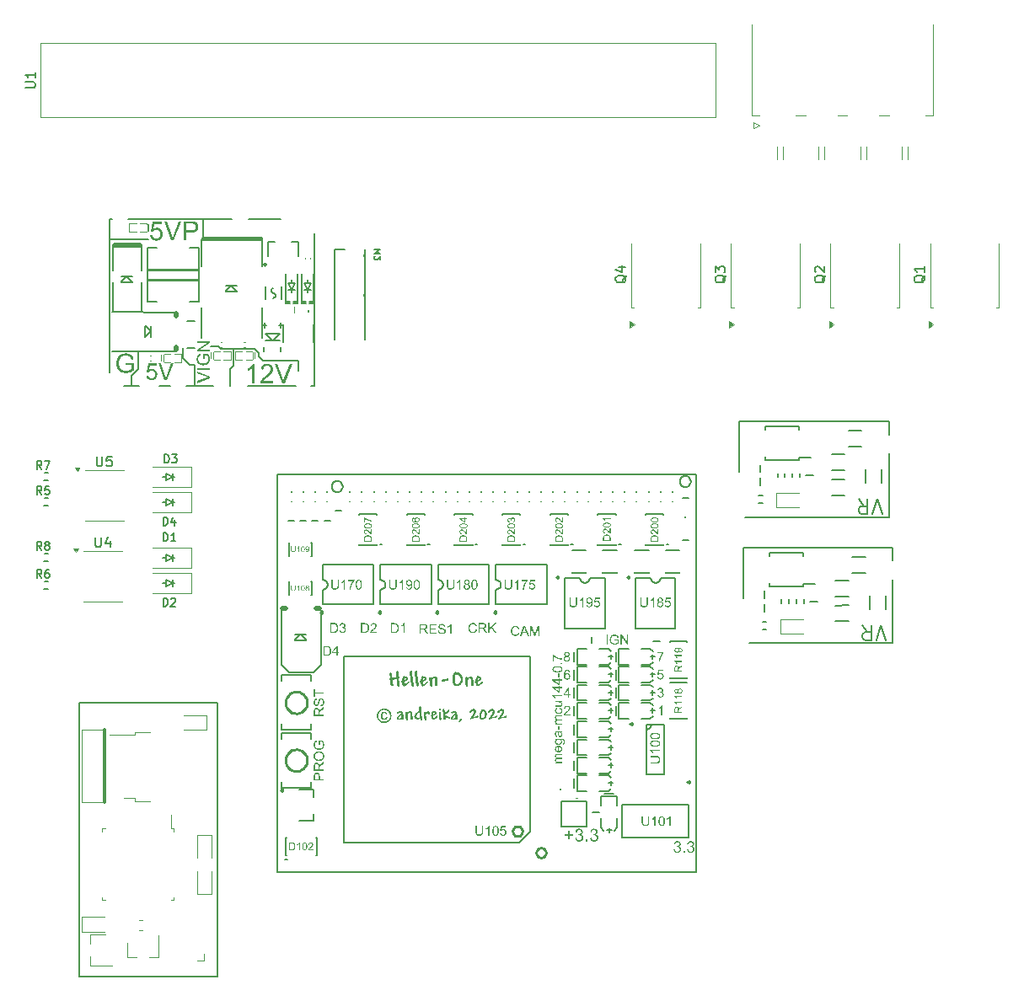
<source format=gto>
G75*
G70*
%OFA0B0*%
%FSLAX25Y25*%
%IPPOS*%
%LPD*%
%AMOC8*
5,1,8,0,0,1.08239X$1,22.5*
%
%ADD124C,0.01000*%
%ADD125C,0.00300*%
%ADD52C,0.00787*%
%ADD54C,0.01181*%
%ADD55C,0.00591*%
%ADD56C,0.00669*%
%ADD57C,0.00472*%
%ADD58C,0.00394*%
%ADD59C,0.00800*%
%ADD65C,0.00984*%
%ADD67C,0.01968*%
%ADD93C,0.01575*%
X0000000Y0000000D02*
%LPD*%
G01*
D55*
X0001350Y0368559D02*
X0004537Y0368559D01*
X0004537Y0368559D02*
X0004912Y0368747D01*
X0004912Y0368747D02*
X0005099Y0368934D01*
X0005099Y0368934D02*
X0005287Y0369309D01*
X0005287Y0369309D02*
X0005287Y0370059D01*
X0005287Y0370059D02*
X0005099Y0370434D01*
X0005099Y0370434D02*
X0004912Y0370622D01*
X0004912Y0370622D02*
X0004537Y0370809D01*
X0004537Y0370809D02*
X0001350Y0370809D01*
X0005287Y0374746D02*
X0005287Y0372496D01*
X0005287Y0373621D02*
X0001350Y0373621D01*
X0001350Y0373621D02*
X0001912Y0373246D01*
X0001912Y0373246D02*
X0002287Y0372871D01*
X0002287Y0372871D02*
X0002475Y0372496D01*
D56*
X0055964Y0189242D02*
X0055964Y0192470D01*
X0055964Y0192470D02*
X0056732Y0192470D01*
X0056732Y0192470D02*
X0057193Y0192317D01*
X0057193Y0192317D02*
X0057501Y0192009D01*
X0057501Y0192009D02*
X0057655Y0191702D01*
X0057655Y0191702D02*
X0057808Y0191087D01*
X0057808Y0191087D02*
X0057808Y0190626D01*
X0057808Y0190626D02*
X0057655Y0190011D01*
X0057655Y0190011D02*
X0057501Y0189703D01*
X0057501Y0189703D02*
X0057193Y0189396D01*
X0057193Y0189396D02*
X0056732Y0189242D01*
X0056732Y0189242D02*
X0055964Y0189242D01*
X0060883Y0189242D02*
X0059038Y0189242D01*
X0059961Y0189242D02*
X0059961Y0192470D01*
X0059961Y0192470D02*
X0059653Y0192009D01*
X0059653Y0192009D02*
X0059346Y0191702D01*
X0059346Y0191702D02*
X0059038Y0191548D01*
D55*
X0029595Y0222733D02*
X0029595Y0219546D01*
X0029595Y0219546D02*
X0029782Y0219171D01*
X0029782Y0219171D02*
X0029970Y0218983D01*
X0029970Y0218983D02*
X0030345Y0218796D01*
X0030345Y0218796D02*
X0031095Y0218796D01*
X0031095Y0218796D02*
X0031470Y0218983D01*
X0031470Y0218983D02*
X0031657Y0219171D01*
X0031657Y0219171D02*
X0031845Y0219546D01*
X0031845Y0219546D02*
X0031845Y0222733D01*
X0035594Y0222733D02*
X0033719Y0222733D01*
X0033719Y0222733D02*
X0033532Y0220858D01*
X0033532Y0220858D02*
X0033719Y0221046D01*
X0033719Y0221046D02*
X0034094Y0221233D01*
X0034094Y0221233D02*
X0035032Y0221233D01*
X0035032Y0221233D02*
X0035407Y0221046D01*
X0035407Y0221046D02*
X0035594Y0220858D01*
X0035594Y0220858D02*
X0035782Y0220483D01*
X0035782Y0220483D02*
X0035782Y0219546D01*
X0035782Y0219546D02*
X0035594Y0219171D01*
X0035594Y0219171D02*
X0035407Y0218983D01*
X0035407Y0218983D02*
X0035032Y0218796D01*
X0035032Y0218796D02*
X0034094Y0218796D01*
X0034094Y0218796D02*
X0033719Y0218983D01*
X0033719Y0218983D02*
X0033532Y0219171D01*
X0139470Y0304450D02*
X0141832Y0304450D01*
X0141832Y0304450D02*
X0140145Y0303662D01*
X0140145Y0303662D02*
X0141832Y0302875D01*
X0141832Y0302875D02*
X0139470Y0302875D01*
X0141832Y0301975D02*
X0141832Y0300513D01*
X0141832Y0300513D02*
X0140933Y0301300D01*
X0140933Y0301300D02*
X0140933Y0300963D01*
X0140933Y0300963D02*
X0140820Y0300738D01*
X0140820Y0300738D02*
X0140708Y0300625D01*
X0140708Y0300625D02*
X0140483Y0300513D01*
X0140483Y0300513D02*
X0139920Y0300513D01*
X0139920Y0300513D02*
X0139695Y0300625D01*
X0139695Y0300625D02*
X0139583Y0300738D01*
X0139583Y0300738D02*
X0139470Y0300963D01*
X0139470Y0300963D02*
X0139470Y0301638D01*
X0139470Y0301638D02*
X0139583Y0301863D01*
X0139583Y0301863D02*
X0139695Y0301975D01*
X0317929Y0294365D02*
X0317742Y0293990D01*
X0317742Y0293990D02*
X0317367Y0293615D01*
X0317367Y0293615D02*
X0316804Y0293053D01*
X0316804Y0293053D02*
X0316617Y0292678D01*
X0316617Y0292678D02*
X0316617Y0292303D01*
X0317554Y0292490D02*
X0317367Y0292115D01*
X0317367Y0292115D02*
X0316992Y0291741D01*
X0316992Y0291741D02*
X0316242Y0291553D01*
X0316242Y0291553D02*
X0314930Y0291553D01*
X0314930Y0291553D02*
X0314180Y0291741D01*
X0314180Y0291741D02*
X0313805Y0292115D01*
X0313805Y0292115D02*
X0313617Y0292490D01*
X0313617Y0292490D02*
X0313617Y0293240D01*
X0313617Y0293240D02*
X0313805Y0293615D01*
X0313805Y0293615D02*
X0314180Y0293990D01*
X0314180Y0293990D02*
X0314930Y0294178D01*
X0314930Y0294178D02*
X0316242Y0294178D01*
X0316242Y0294178D02*
X0316992Y0293990D01*
X0316992Y0293990D02*
X0317367Y0293615D01*
X0317367Y0293615D02*
X0317554Y0293240D01*
X0317554Y0293240D02*
X0317554Y0292490D01*
X0313992Y0295678D02*
X0313805Y0295865D01*
X0313805Y0295865D02*
X0313617Y0296240D01*
X0313617Y0296240D02*
X0313617Y0297177D01*
X0313617Y0297177D02*
X0313805Y0297552D01*
X0313805Y0297552D02*
X0313992Y0297740D01*
X0313992Y0297740D02*
X0314367Y0297927D01*
X0314367Y0297927D02*
X0314742Y0297927D01*
X0314742Y0297927D02*
X0315305Y0297740D01*
X0315305Y0297740D02*
X0317554Y0295490D01*
X0317554Y0295490D02*
X0317554Y0297927D01*
D56*
X0007890Y0207705D02*
X0006814Y0209242D01*
X0006045Y0207705D02*
X0006045Y0210933D01*
X0006045Y0210933D02*
X0007275Y0210933D01*
X0007275Y0210933D02*
X0007583Y0210779D01*
X0007583Y0210779D02*
X0007736Y0210626D01*
X0007736Y0210626D02*
X0007890Y0210318D01*
X0007890Y0210318D02*
X0007890Y0209857D01*
X0007890Y0209857D02*
X0007736Y0209550D01*
X0007736Y0209550D02*
X0007583Y0209396D01*
X0007583Y0209396D02*
X0007275Y0209242D01*
X0007275Y0209242D02*
X0006045Y0209242D01*
X0010811Y0210933D02*
X0009274Y0210933D01*
X0009274Y0210933D02*
X0009120Y0209396D01*
X0009120Y0209396D02*
X0009274Y0209550D01*
X0009274Y0209550D02*
X0009581Y0209703D01*
X0009581Y0209703D02*
X0010350Y0209703D01*
X0010350Y0209703D02*
X0010657Y0209550D01*
X0010657Y0209550D02*
X0010811Y0209396D01*
X0010811Y0209396D02*
X0010965Y0209088D01*
X0010965Y0209088D02*
X0010965Y0208320D01*
X0010965Y0208320D02*
X0010811Y0208012D01*
X0010811Y0208012D02*
X0010657Y0207859D01*
X0010657Y0207859D02*
X0010350Y0207705D01*
X0010350Y0207705D02*
X0009581Y0207705D01*
X0009581Y0207705D02*
X0009274Y0207859D01*
X0009274Y0207859D02*
X0009120Y0208012D01*
X0055964Y0163368D02*
X0055964Y0166596D01*
X0055964Y0166596D02*
X0056732Y0166596D01*
X0056732Y0166596D02*
X0057193Y0166443D01*
X0057193Y0166443D02*
X0057501Y0166135D01*
X0057501Y0166135D02*
X0057655Y0165828D01*
X0057655Y0165828D02*
X0057808Y0165213D01*
X0057808Y0165213D02*
X0057808Y0164752D01*
X0057808Y0164752D02*
X0057655Y0164137D01*
X0057655Y0164137D02*
X0057501Y0163829D01*
X0057501Y0163829D02*
X0057193Y0163522D01*
X0057193Y0163522D02*
X0056732Y0163368D01*
X0056732Y0163368D02*
X0055964Y0163368D01*
X0059038Y0166289D02*
X0059192Y0166443D01*
X0059192Y0166443D02*
X0059499Y0166596D01*
X0059499Y0166596D02*
X0060268Y0166596D01*
X0060268Y0166596D02*
X0060576Y0166443D01*
X0060576Y0166443D02*
X0060729Y0166289D01*
X0060729Y0166289D02*
X0060883Y0165982D01*
X0060883Y0165982D02*
X0060883Y0165674D01*
X0060883Y0165674D02*
X0060729Y0165213D01*
X0060729Y0165213D02*
X0058885Y0163368D01*
X0058885Y0163368D02*
X0060883Y0163368D01*
X0007890Y0185705D02*
X0006814Y0187242D01*
X0006045Y0185705D02*
X0006045Y0188933D01*
X0006045Y0188933D02*
X0007275Y0188933D01*
X0007275Y0188933D02*
X0007583Y0188779D01*
X0007583Y0188779D02*
X0007736Y0188626D01*
X0007736Y0188626D02*
X0007890Y0188318D01*
X0007890Y0188318D02*
X0007890Y0187857D01*
X0007890Y0187857D02*
X0007736Y0187550D01*
X0007736Y0187550D02*
X0007583Y0187396D01*
X0007583Y0187396D02*
X0007275Y0187242D01*
X0007275Y0187242D02*
X0006045Y0187242D01*
X0009735Y0187550D02*
X0009427Y0187703D01*
X0009427Y0187703D02*
X0009274Y0187857D01*
X0009274Y0187857D02*
X0009120Y0188164D01*
X0009120Y0188164D02*
X0009120Y0188318D01*
X0009120Y0188318D02*
X0009274Y0188626D01*
X0009274Y0188626D02*
X0009427Y0188779D01*
X0009427Y0188779D02*
X0009735Y0188933D01*
X0009735Y0188933D02*
X0010350Y0188933D01*
X0010350Y0188933D02*
X0010657Y0188779D01*
X0010657Y0188779D02*
X0010811Y0188626D01*
X0010811Y0188626D02*
X0010965Y0188318D01*
X0010965Y0188318D02*
X0010965Y0188164D01*
X0010965Y0188164D02*
X0010811Y0187857D01*
X0010811Y0187857D02*
X0010657Y0187703D01*
X0010657Y0187703D02*
X0010350Y0187550D01*
X0010350Y0187550D02*
X0009735Y0187550D01*
X0009735Y0187550D02*
X0009427Y0187396D01*
X0009427Y0187396D02*
X0009274Y0187242D01*
X0009274Y0187242D02*
X0009120Y0186935D01*
X0009120Y0186935D02*
X0009120Y0186320D01*
X0009120Y0186320D02*
X0009274Y0186012D01*
X0009274Y0186012D02*
X0009427Y0185859D01*
X0009427Y0185859D02*
X0009735Y0185705D01*
X0009735Y0185705D02*
X0010350Y0185705D01*
X0010350Y0185705D02*
X0010657Y0185859D01*
X0010657Y0185859D02*
X0010811Y0186012D01*
X0010811Y0186012D02*
X0010965Y0186320D01*
X0010965Y0186320D02*
X0010965Y0186935D01*
X0010965Y0186935D02*
X0010811Y0187242D01*
X0010811Y0187242D02*
X0010657Y0187396D01*
X0010657Y0187396D02*
X0010350Y0187550D01*
D55*
X0278559Y0294365D02*
X0278372Y0293990D01*
X0278372Y0293990D02*
X0277997Y0293615D01*
X0277997Y0293615D02*
X0277434Y0293053D01*
X0277434Y0293053D02*
X0277247Y0292678D01*
X0277247Y0292678D02*
X0277247Y0292303D01*
X0278184Y0292490D02*
X0277997Y0292115D01*
X0277997Y0292115D02*
X0277622Y0291741D01*
X0277622Y0291741D02*
X0276872Y0291553D01*
X0276872Y0291553D02*
X0275560Y0291553D01*
X0275560Y0291553D02*
X0274810Y0291741D01*
X0274810Y0291741D02*
X0274435Y0292115D01*
X0274435Y0292115D02*
X0274247Y0292490D01*
X0274247Y0292490D02*
X0274247Y0293240D01*
X0274247Y0293240D02*
X0274435Y0293615D01*
X0274435Y0293615D02*
X0274810Y0293990D01*
X0274810Y0293990D02*
X0275560Y0294178D01*
X0275560Y0294178D02*
X0276872Y0294178D01*
X0276872Y0294178D02*
X0277622Y0293990D01*
X0277622Y0293990D02*
X0277997Y0293615D01*
X0277997Y0293615D02*
X0278184Y0293240D01*
X0278184Y0293240D02*
X0278184Y0292490D01*
X0274247Y0295490D02*
X0274247Y0297927D01*
X0274247Y0297927D02*
X0275747Y0296615D01*
X0275747Y0296615D02*
X0275747Y0297177D01*
X0275747Y0297177D02*
X0275935Y0297552D01*
X0275935Y0297552D02*
X0276122Y0297740D01*
X0276122Y0297740D02*
X0276497Y0297927D01*
X0276497Y0297927D02*
X0277434Y0297927D01*
X0277434Y0297927D02*
X0277809Y0297740D01*
X0277809Y0297740D02*
X0277997Y0297552D01*
X0277997Y0297552D02*
X0278184Y0297177D01*
X0278184Y0297177D02*
X0278184Y0296052D01*
X0278184Y0296052D02*
X0277997Y0295678D01*
X0277997Y0295678D02*
X0277809Y0295490D01*
D56*
X0007890Y0174705D02*
X0006814Y0176242D01*
X0006045Y0174705D02*
X0006045Y0177933D01*
X0006045Y0177933D02*
X0007275Y0177933D01*
X0007275Y0177933D02*
X0007583Y0177779D01*
X0007583Y0177779D02*
X0007736Y0177626D01*
X0007736Y0177626D02*
X0007890Y0177318D01*
X0007890Y0177318D02*
X0007890Y0176857D01*
X0007890Y0176857D02*
X0007736Y0176550D01*
X0007736Y0176550D02*
X0007583Y0176396D01*
X0007583Y0176396D02*
X0007275Y0176242D01*
X0007275Y0176242D02*
X0006045Y0176242D01*
X0010657Y0177933D02*
X0010042Y0177933D01*
X0010042Y0177933D02*
X0009735Y0177779D01*
X0009735Y0177779D02*
X0009581Y0177626D01*
X0009581Y0177626D02*
X0009274Y0177164D01*
X0009274Y0177164D02*
X0009120Y0176550D01*
X0009120Y0176550D02*
X0009120Y0175320D01*
X0009120Y0175320D02*
X0009274Y0175012D01*
X0009274Y0175012D02*
X0009427Y0174859D01*
X0009427Y0174859D02*
X0009735Y0174705D01*
X0009735Y0174705D02*
X0010350Y0174705D01*
X0010350Y0174705D02*
X0010657Y0174859D01*
X0010657Y0174859D02*
X0010811Y0175012D01*
X0010811Y0175012D02*
X0010965Y0175320D01*
X0010965Y0175320D02*
X0010965Y0176088D01*
X0010965Y0176088D02*
X0010811Y0176396D01*
X0010811Y0176396D02*
X0010657Y0176550D01*
X0010657Y0176550D02*
X0010350Y0176703D01*
X0010350Y0176703D02*
X0009735Y0176703D01*
X0009735Y0176703D02*
X0009427Y0176550D01*
X0009427Y0176550D02*
X0009274Y0176396D01*
X0009274Y0176396D02*
X0009120Y0176088D01*
X0007890Y0217705D02*
X0006814Y0219242D01*
X0006045Y0217705D02*
X0006045Y0220933D01*
X0006045Y0220933D02*
X0007275Y0220933D01*
X0007275Y0220933D02*
X0007583Y0220779D01*
X0007583Y0220779D02*
X0007736Y0220626D01*
X0007736Y0220626D02*
X0007890Y0220318D01*
X0007890Y0220318D02*
X0007890Y0219857D01*
X0007890Y0219857D02*
X0007736Y0219550D01*
X0007736Y0219550D02*
X0007583Y0219396D01*
X0007583Y0219396D02*
X0007275Y0219242D01*
X0007275Y0219242D02*
X0006045Y0219242D01*
X0008966Y0220933D02*
X0011118Y0220933D01*
X0011118Y0220933D02*
X0009735Y0217705D01*
D55*
X0357299Y0294365D02*
X0357112Y0293990D01*
X0357112Y0293990D02*
X0356737Y0293615D01*
X0356737Y0293615D02*
X0356175Y0293053D01*
X0356175Y0293053D02*
X0355987Y0292678D01*
X0355987Y0292678D02*
X0355987Y0292303D01*
X0356924Y0292490D02*
X0356737Y0292115D01*
X0356737Y0292115D02*
X0356362Y0291741D01*
X0356362Y0291741D02*
X0355612Y0291553D01*
X0355612Y0291553D02*
X0354300Y0291553D01*
X0354300Y0291553D02*
X0353550Y0291741D01*
X0353550Y0291741D02*
X0353175Y0292115D01*
X0353175Y0292115D02*
X0352987Y0292490D01*
X0352987Y0292490D02*
X0352987Y0293240D01*
X0352987Y0293240D02*
X0353175Y0293615D01*
X0353175Y0293615D02*
X0353550Y0293990D01*
X0353550Y0293990D02*
X0354300Y0294178D01*
X0354300Y0294178D02*
X0355612Y0294178D01*
X0355612Y0294178D02*
X0356362Y0293990D01*
X0356362Y0293990D02*
X0356737Y0293615D01*
X0356737Y0293615D02*
X0356924Y0293240D01*
X0356924Y0293240D02*
X0356924Y0292490D01*
X0356924Y0297927D02*
X0356924Y0295678D01*
X0356924Y0296802D02*
X0352987Y0296802D01*
X0352987Y0296802D02*
X0353550Y0296427D01*
X0353550Y0296427D02*
X0353925Y0296052D01*
X0353925Y0296052D02*
X0354112Y0295678D01*
X0029107Y0190733D02*
X0029107Y0187546D01*
X0029107Y0187546D02*
X0029294Y0187171D01*
X0029294Y0187171D02*
X0029482Y0186983D01*
X0029482Y0186983D02*
X0029857Y0186796D01*
X0029857Y0186796D02*
X0030606Y0186796D01*
X0030606Y0186796D02*
X0030981Y0186983D01*
X0030981Y0186983D02*
X0031169Y0187171D01*
X0031169Y0187171D02*
X0031356Y0187546D01*
X0031356Y0187546D02*
X0031356Y0190733D01*
X0034918Y0189421D02*
X0034918Y0186796D01*
X0033981Y0190920D02*
X0033044Y0188108D01*
X0033044Y0188108D02*
X0035481Y0188108D01*
D56*
X0056468Y0220242D02*
X0056468Y0223470D01*
X0056468Y0223470D02*
X0057236Y0223470D01*
X0057236Y0223470D02*
X0057697Y0223317D01*
X0057697Y0223317D02*
X0058005Y0223009D01*
X0058005Y0223009D02*
X0058159Y0222702D01*
X0058159Y0222702D02*
X0058312Y0222087D01*
X0058312Y0222087D02*
X0058312Y0221626D01*
X0058312Y0221626D02*
X0058159Y0221011D01*
X0058159Y0221011D02*
X0058005Y0220703D01*
X0058005Y0220703D02*
X0057697Y0220396D01*
X0057697Y0220396D02*
X0057236Y0220242D01*
X0057236Y0220242D02*
X0056468Y0220242D01*
X0059388Y0223470D02*
X0061387Y0223470D01*
X0061387Y0223470D02*
X0060311Y0222241D01*
X0060311Y0222241D02*
X0060772Y0222241D01*
X0060772Y0222241D02*
X0061079Y0222087D01*
X0061079Y0222087D02*
X0061233Y0221933D01*
X0061233Y0221933D02*
X0061387Y0221626D01*
X0061387Y0221626D02*
X0061387Y0220857D01*
X0061387Y0220857D02*
X0061233Y0220550D01*
X0061233Y0220550D02*
X0061079Y0220396D01*
X0061079Y0220396D02*
X0060772Y0220242D01*
X0060772Y0220242D02*
X0059850Y0220242D01*
X0059850Y0220242D02*
X0059542Y0220396D01*
X0059542Y0220396D02*
X0059388Y0220550D01*
X0055964Y0195368D02*
X0055964Y0198596D01*
X0055964Y0198596D02*
X0056732Y0198596D01*
X0056732Y0198596D02*
X0057193Y0198443D01*
X0057193Y0198443D02*
X0057501Y0198135D01*
X0057501Y0198135D02*
X0057655Y0197828D01*
X0057655Y0197828D02*
X0057808Y0197213D01*
X0057808Y0197213D02*
X0057808Y0196752D01*
X0057808Y0196752D02*
X0057655Y0196137D01*
X0057655Y0196137D02*
X0057501Y0195829D01*
X0057501Y0195829D02*
X0057193Y0195522D01*
X0057193Y0195522D02*
X0056732Y0195368D01*
X0056732Y0195368D02*
X0055964Y0195368D01*
X0060576Y0197520D02*
X0060576Y0195368D01*
X0059807Y0198750D02*
X0059038Y0196444D01*
X0059038Y0196444D02*
X0061037Y0196444D01*
D55*
X0239189Y0294365D02*
X0239002Y0293990D01*
X0239002Y0293990D02*
X0238627Y0293615D01*
X0238627Y0293615D02*
X0238064Y0293053D01*
X0238064Y0293053D02*
X0237877Y0292678D01*
X0237877Y0292678D02*
X0237877Y0292303D01*
X0238814Y0292490D02*
X0238627Y0292115D01*
X0238627Y0292115D02*
X0238252Y0291741D01*
X0238252Y0291741D02*
X0237502Y0291553D01*
X0237502Y0291553D02*
X0236190Y0291553D01*
X0236190Y0291553D02*
X0235440Y0291741D01*
X0235440Y0291741D02*
X0235065Y0292115D01*
X0235065Y0292115D02*
X0234877Y0292490D01*
X0234877Y0292490D02*
X0234877Y0293240D01*
X0234877Y0293240D02*
X0235065Y0293615D01*
X0235065Y0293615D02*
X0235440Y0293990D01*
X0235440Y0293990D02*
X0236190Y0294178D01*
X0236190Y0294178D02*
X0237502Y0294178D01*
X0237502Y0294178D02*
X0238252Y0293990D01*
X0238252Y0293990D02*
X0238627Y0293615D01*
X0238627Y0293615D02*
X0238814Y0293240D01*
X0238814Y0293240D02*
X0238814Y0292490D01*
X0236190Y0297552D02*
X0238814Y0297552D01*
X0234690Y0296615D02*
X0237502Y0295678D01*
X0237502Y0295678D02*
X0237502Y0298115D01*
D57*
X0007433Y0386323D02*
X0007433Y0366638D01*
X0007433Y0366638D02*
X0007433Y0356795D01*
X0007433Y0356795D02*
X0274362Y0356795D01*
D58*
X0274362Y0386323D02*
X0007433Y0386323D01*
D57*
X0274362Y0356795D02*
X0274362Y0386323D01*
D56*
X0056969Y0184079D02*
X0056969Y0181323D01*
X0056969Y0182701D02*
X0055787Y0182701D01*
X0059724Y0184079D02*
X0059724Y0181323D01*
X0059724Y0182701D02*
X0056969Y0184079D01*
X0059724Y0182701D02*
X0056969Y0181323D01*
X0060512Y0182701D02*
X0059724Y0182701D01*
D57*
X0067205Y0186638D02*
X0051850Y0186638D01*
X0067205Y0178764D02*
X0051850Y0178764D01*
X0067205Y0178764D02*
X0067205Y0186638D01*
X0032594Y0217280D02*
X0024917Y0217280D01*
X0032594Y0217280D02*
X0040272Y0217280D01*
X0032594Y0197122D02*
X0024917Y0197122D01*
X0032594Y0197122D02*
X0040272Y0197122D01*
X0021965Y0216906D02*
X0021020Y0218205D01*
X0022909Y0218205D01*
X0021965Y0216906D01*
G36*
X0021965Y0216906D02*
G01*
X0021020Y0218205D01*
X0022909Y0218205D01*
X0021965Y0216906D01*
G37*
D52*
X0123646Y0304614D02*
X0123646Y0268787D01*
X0123646Y0304614D02*
X0127583Y0304614D01*
X0135850Y0304614D02*
X0135850Y0268787D01*
D57*
X0319898Y0306984D02*
X0319898Y0281709D01*
X0319898Y0281709D02*
X0320961Y0281709D01*
X0347063Y0306984D02*
X0347063Y0281709D01*
X0347063Y0281709D02*
X0346000Y0281709D01*
X0321118Y0274898D02*
X0319268Y0273559D01*
X0319268Y0276236D01*
X0321118Y0274898D01*
G36*
X0321118Y0274898D02*
G01*
X0319268Y0273559D01*
X0319268Y0276236D01*
X0321118Y0274898D01*
G37*
D59*
X0008909Y0203241D02*
X0010484Y0203241D01*
X0008913Y0206177D02*
X0010488Y0206177D01*
D56*
X0056969Y0174079D02*
X0056969Y0171323D01*
X0056969Y0172701D02*
X0055787Y0172701D01*
X0059724Y0174079D02*
X0059724Y0171323D01*
X0059724Y0172701D02*
X0056969Y0174079D01*
X0059724Y0172701D02*
X0056969Y0171323D01*
X0060512Y0172701D02*
X0059724Y0172701D01*
D57*
X0067205Y0176638D02*
X0051850Y0176638D01*
X0067205Y0168764D02*
X0051850Y0168764D01*
X0067205Y0168764D02*
X0067205Y0176638D01*
D52*
X0101087Y0215488D02*
X0101087Y0058402D01*
X0106205Y0058402D02*
X0101087Y0058402D01*
X0266835Y0215488D02*
X0101087Y0215488D01*
X0266835Y0215488D02*
X0266835Y0058402D01*
X0266835Y0058402D02*
X0106205Y0058402D01*
D59*
X0008909Y0181241D02*
X0010484Y0181241D01*
X0008913Y0184177D02*
X0010488Y0184177D01*
D57*
X0280528Y0306984D02*
X0280528Y0281709D01*
X0280528Y0281709D02*
X0281591Y0281709D01*
X0307693Y0306984D02*
X0307693Y0281709D01*
X0307693Y0281709D02*
X0306630Y0281709D01*
X0281748Y0274898D02*
X0279898Y0273559D01*
X0279898Y0276236D01*
X0281748Y0274898D01*
G36*
X0281748Y0274898D02*
G01*
X0279898Y0273559D01*
X0279898Y0276236D01*
X0281748Y0274898D01*
G37*
D59*
X0008909Y0170241D02*
X0010484Y0170241D01*
X0008913Y0173177D02*
X0010488Y0173177D01*
X0008909Y0213241D02*
X0010484Y0213241D01*
X0008913Y0216177D02*
X0010488Y0216177D01*
D57*
X0359268Y0306984D02*
X0359268Y0281709D01*
X0359268Y0281709D02*
X0360331Y0281709D01*
X0386433Y0306984D02*
X0386433Y0281709D01*
X0386433Y0281709D02*
X0385370Y0281709D01*
X0360488Y0274898D02*
X0358638Y0273559D01*
X0358638Y0276236D01*
X0360488Y0274898D01*
G36*
X0360488Y0274898D02*
G01*
X0358638Y0273559D01*
X0358638Y0276236D01*
X0360488Y0274898D01*
G37*
D52*
X0034654Y0316701D02*
X0034654Y0256071D01*
X0034654Y0316701D02*
X0035835Y0316701D01*
X0040362Y0250559D02*
X0046465Y0250559D01*
X0042134Y0316701D02*
X0083079Y0316701D01*
X0054339Y0250559D02*
X0058669Y0250559D01*
X0064969Y0250559D02*
X0075598Y0250559D01*
X0089378Y0250559D02*
X0108276Y0250559D01*
X0089772Y0316701D02*
X0102370Y0316701D01*
X0114575Y0250559D02*
X0115756Y0250559D01*
X0115756Y0310795D02*
X0115756Y0250559D01*
X0022732Y0125362D02*
X0077457Y0125362D01*
X0077457Y0017094D01*
X0022732Y0017094D01*
X0022732Y0125362D01*
D57*
X0032106Y0185280D02*
X0024429Y0185280D01*
X0032106Y0185280D02*
X0039783Y0185280D01*
X0032106Y0165122D02*
X0024429Y0165122D01*
X0032106Y0165122D02*
X0039783Y0165122D01*
X0021476Y0184906D02*
X0020531Y0186205D01*
X0022421Y0186205D01*
X0021476Y0184906D01*
G36*
X0021476Y0184906D02*
G01*
X0020531Y0186205D01*
X0022421Y0186205D01*
X0021476Y0184906D01*
G37*
X0288717Y0357598D02*
X0288717Y0393701D01*
X0288717Y0408858D02*
X0289543Y0354882D02*
X0291906Y0353701D01*
X0289543Y0352520D02*
X0289543Y0354882D01*
X0291906Y0357598D02*
X0288717Y0357598D01*
X0291906Y0353701D02*
X0289543Y0352520D01*
X0298598Y0345394D02*
X0298598Y0340354D01*
X0300961Y0345394D02*
X0300961Y0340354D01*
X0306118Y0357638D02*
X0309976Y0357638D01*
X0315134Y0345394D02*
X0315134Y0340354D01*
X0317496Y0345394D02*
X0317496Y0340354D01*
X0322654Y0357638D02*
X0326512Y0357638D01*
X0331669Y0345394D02*
X0331669Y0340354D01*
X0334031Y0345394D02*
X0334031Y0340354D01*
X0339189Y0357638D02*
X0343047Y0357638D01*
X0348205Y0345394D02*
X0348205Y0340354D01*
X0350567Y0345394D02*
X0350567Y0340354D01*
X0357260Y0357598D02*
X0360449Y0357598D01*
X0360449Y0357598D02*
X0360449Y0393701D01*
X0360449Y0408858D02*
D56*
X0056969Y0216079D02*
X0056969Y0213323D01*
X0056969Y0214701D02*
X0055787Y0214701D01*
X0059724Y0216079D02*
X0059724Y0213323D01*
X0059724Y0214701D02*
X0056969Y0216079D01*
X0059724Y0214701D02*
X0056969Y0213323D01*
X0060512Y0214701D02*
X0059724Y0214701D01*
D57*
X0067205Y0218638D02*
X0051850Y0218638D01*
X0067205Y0210764D02*
X0051850Y0210764D01*
X0067205Y0210764D02*
X0067205Y0218638D01*
D52*
X0285457Y0186593D02*
X0285457Y0166514D01*
X0287819Y0148797D02*
X0344512Y0148797D01*
X0344512Y0186593D02*
X0285457Y0186593D01*
X0344512Y0186593D02*
X0344512Y0181474D01*
X0344512Y0148797D02*
X0344512Y0173994D01*
D56*
X0056969Y0206079D02*
X0056969Y0203323D01*
X0056969Y0204701D02*
X0055787Y0204701D01*
X0059724Y0206079D02*
X0059724Y0203323D01*
X0059724Y0204701D02*
X0056969Y0206079D01*
X0059724Y0204701D02*
X0056969Y0203323D01*
X0060512Y0204701D02*
X0059724Y0204701D01*
D57*
X0067205Y0208638D02*
X0051850Y0208638D01*
X0067205Y0200764D02*
X0051850Y0200764D01*
X0067205Y0200764D02*
X0067205Y0208638D01*
D52*
X0283878Y0236551D02*
X0283878Y0216472D01*
X0286240Y0198756D02*
X0342933Y0198756D01*
X0342933Y0236551D02*
X0283878Y0236551D01*
X0342933Y0236551D02*
X0342933Y0231433D01*
X0342933Y0198756D02*
X0342933Y0223953D01*
D57*
X0241157Y0306984D02*
X0241157Y0281709D01*
X0241157Y0281709D02*
X0242220Y0281709D01*
X0268323Y0306984D02*
X0268323Y0281709D01*
X0268323Y0281709D02*
X0267260Y0281709D01*
X0242378Y0274898D02*
X0240528Y0273559D01*
X0240528Y0276236D01*
X0242378Y0274898D01*
G36*
X0242378Y0274898D02*
G01*
X0240528Y0273559D01*
X0240528Y0276236D01*
X0242378Y0274898D01*
G37*
X0343327Y0236945D02*
%LPD*%
G01*
D52*
X0340276Y0199971D02*
X0338307Y0205877D01*
X0338307Y0205877D02*
X0336339Y0199971D01*
X0330996Y0205877D02*
X0332964Y0203065D01*
X0334370Y0205877D02*
X0334370Y0199971D01*
X0334370Y0199971D02*
X0332121Y0199971D01*
X0332121Y0199971D02*
X0331558Y0200252D01*
X0331558Y0200252D02*
X0331277Y0200534D01*
X0331277Y0200534D02*
X0330996Y0201096D01*
X0330996Y0201096D02*
X0330996Y0201940D01*
X0330996Y0201940D02*
X0331277Y0202502D01*
X0331277Y0202502D02*
X0331558Y0202783D01*
X0331558Y0202783D02*
X0332121Y0203065D01*
X0332121Y0203065D02*
X0334370Y0203065D01*
X0342933Y0198756D02*
X0342933Y0223953D01*
X0342933Y0236551D02*
X0342933Y0231433D01*
X0342933Y0236551D02*
X0283878Y0236551D01*
X0286240Y0198756D02*
X0342933Y0198756D01*
X0283878Y0236551D02*
X0283878Y0216473D01*
D55*
X0294213Y0221295D02*
X0294213Y0222476D01*
X0307402Y0234484D02*
X0307402Y0233303D01*
X0307402Y0234484D02*
X0294213Y0234484D01*
X0294213Y0234484D02*
X0294213Y0233303D01*
X0307402Y0222181D02*
X0312225Y0222181D01*
X0307402Y0221295D02*
X0294213Y0221295D01*
X0307402Y0221295D02*
X0307402Y0222181D01*
D59*
X0301874Y0214500D02*
X0301874Y0216075D01*
X0298937Y0214504D02*
X0298937Y0216079D01*
X0291354Y0204186D02*
X0292929Y0204186D01*
X0291358Y0207122D02*
X0292933Y0207122D01*
X0307779Y0214500D02*
X0307779Y0216075D01*
X0304843Y0214504D02*
X0304843Y0216079D01*
D52*
X0320296Y0213717D02*
X0325414Y0213728D01*
X0320296Y0207417D02*
X0325414Y0207417D01*
X0320296Y0223559D02*
X0325414Y0223571D01*
X0320296Y0217260D02*
X0325414Y0217260D01*
X0333878Y0212339D02*
X0333867Y0217457D01*
X0340177Y0212339D02*
X0340177Y0217457D01*
X0326988Y0233008D02*
X0332107Y0233020D01*
X0326988Y0226709D02*
X0332107Y0226709D01*
D57*
X0298504Y0202555D02*
X0307500Y0202555D01*
X0298504Y0208343D02*
X0298504Y0202555D01*
X0307500Y0208343D02*
X0298504Y0208343D01*
D52*
X0292146Y0214119D02*
X0292146Y0211166D01*
X0292146Y0219425D02*
X0292146Y0216473D01*
X0310059Y0215291D02*
X0313012Y0215291D01*
X0267228Y0215882D02*
G01*
G75*
G36*
X0115524Y0121860D02*
X0115528Y0121908D01*
X0115528Y0121956D01*
X0115533Y0122013D01*
X0115537Y0122079D01*
X0115550Y0122210D01*
X0115572Y0122345D01*
X0115598Y0122476D01*
X0115616Y0122533D01*
X0115633Y0122590D01*
X0115633Y0122594D01*
X0115638Y0122603D01*
X0115646Y0122616D01*
X0115655Y0122638D01*
X0115681Y0122691D01*
X0115721Y0122752D01*
X0115773Y0122826D01*
X0115843Y0122900D01*
X0115922Y0122974D01*
X0116018Y0123040D01*
X0116022Y0123040D01*
X0116031Y0123049D01*
X0116044Y0123058D01*
X0116066Y0123066D01*
X0116092Y0123079D01*
X0116123Y0123092D01*
X0116158Y0123110D01*
X0116197Y0123127D01*
X0116289Y0123158D01*
X0116389Y0123184D01*
X0116503Y0123202D01*
X0116625Y0123210D01*
X0116629Y0123210D01*
X0116643Y0123210D01*
X0116669Y0123210D01*
X0116695Y0123206D01*
X0116734Y0123202D01*
X0116778Y0123197D01*
X0116826Y0123189D01*
X0116879Y0123176D01*
X0116992Y0123141D01*
X0117053Y0123119D01*
X0117115Y0123092D01*
X0117176Y0123062D01*
X0117237Y0123023D01*
X0117294Y0122979D01*
X0117351Y0122931D01*
X0117355Y0122927D01*
X0117364Y0122918D01*
X0117377Y0122900D01*
X0117399Y0122878D01*
X0117420Y0122848D01*
X0117447Y0122813D01*
X0117477Y0122769D01*
X0117508Y0122717D01*
X0117539Y0122660D01*
X0117569Y0122599D01*
X0117600Y0122529D01*
X0117630Y0122450D01*
X0117656Y0122367D01*
X0117683Y0122275D01*
X0117705Y0122175D01*
X0117722Y0122070D01*
X0117722Y0122074D01*
X0117726Y0122079D01*
X0117740Y0122105D01*
X0117761Y0122144D01*
X0117788Y0122192D01*
X0117818Y0122245D01*
X0117849Y0122297D01*
X0117888Y0122350D01*
X0117923Y0122393D01*
X0117927Y0122398D01*
X0117932Y0122402D01*
X0117945Y0122415D01*
X0117962Y0122433D01*
X0117984Y0122455D01*
X0118011Y0122481D01*
X0118072Y0122538D01*
X0118150Y0122603D01*
X0118242Y0122677D01*
X0118347Y0122756D01*
X0118461Y0122835D01*
X0119557Y0123534D01*
X0119557Y0122865D01*
X0118718Y0122332D01*
X0118714Y0122328D01*
X0118701Y0122323D01*
X0118683Y0122310D01*
X0118657Y0122293D01*
X0118627Y0122275D01*
X0118592Y0122249D01*
X0118513Y0122197D01*
X0118421Y0122135D01*
X0118330Y0122074D01*
X0118242Y0122009D01*
X0118163Y0121948D01*
X0118159Y0121948D01*
X0118155Y0121939D01*
X0118133Y0121921D01*
X0118098Y0121895D01*
X0118058Y0121856D01*
X0118015Y0121817D01*
X0117971Y0121768D01*
X0117927Y0121720D01*
X0117897Y0121677D01*
X0117892Y0121672D01*
X0117884Y0121655D01*
X0117871Y0121633D01*
X0117853Y0121602D01*
X0117836Y0121563D01*
X0117818Y0121524D01*
X0117801Y0121480D01*
X0117788Y0121432D01*
X0117788Y0121428D01*
X0117783Y0121414D01*
X0117779Y0121393D01*
X0117775Y0121362D01*
X0117775Y0121318D01*
X0117770Y0121266D01*
X0117766Y0121205D01*
X0117766Y0120519D01*
X0119557Y0120519D01*
X0119557Y0119985D01*
X0115524Y0119985D01*
X0115524Y0121860D01*
D02*
G37*
G36*
X0118216Y0124373D02*
X0118220Y0124373D01*
X0118229Y0124373D01*
X0118247Y0124377D01*
X0118268Y0124382D01*
X0118295Y0124386D01*
X0118321Y0124390D01*
X0118395Y0124408D01*
X0118474Y0124430D01*
X0118557Y0124456D01*
X0118640Y0124491D01*
X0118718Y0124535D01*
X0118727Y0124539D01*
X0118749Y0124561D01*
X0118784Y0124591D01*
X0118828Y0124635D01*
X0118880Y0124692D01*
X0118928Y0124762D01*
X0118981Y0124845D01*
X0119029Y0124941D01*
X0119029Y0124945D01*
X0119033Y0124954D01*
X0119037Y0124967D01*
X0119046Y0124989D01*
X0119055Y0125015D01*
X0119068Y0125046D01*
X0119077Y0125081D01*
X0119085Y0125120D01*
X0119107Y0125212D01*
X0119129Y0125321D01*
X0119142Y0125435D01*
X0119147Y0125562D01*
X0119147Y0125614D01*
X0119142Y0125640D01*
X0119142Y0125671D01*
X0119134Y0125741D01*
X0119125Y0125824D01*
X0119112Y0125916D01*
X0119090Y0126007D01*
X0119059Y0126095D01*
X0119059Y0126099D01*
X0119055Y0126103D01*
X0119050Y0126117D01*
X0119042Y0126134D01*
X0119020Y0126173D01*
X0118994Y0126226D01*
X0118959Y0126283D01*
X0118915Y0126344D01*
X0118867Y0126396D01*
X0118810Y0126444D01*
X0118801Y0126449D01*
X0118784Y0126462D01*
X0118749Y0126484D01*
X0118705Y0126506D01*
X0118653Y0126523D01*
X0118596Y0126545D01*
X0118531Y0126558D01*
X0118465Y0126562D01*
X0118461Y0126562D01*
X0118456Y0126562D01*
X0118434Y0126562D01*
X0118395Y0126558D01*
X0118351Y0126549D01*
X0118299Y0126536D01*
X0118242Y0126514D01*
X0118185Y0126488D01*
X0118133Y0126449D01*
X0118128Y0126444D01*
X0118111Y0126427D01*
X0118085Y0126401D01*
X0118050Y0126361D01*
X0118015Y0126313D01*
X0117976Y0126248D01*
X0117936Y0126173D01*
X0117897Y0126086D01*
X0117892Y0126077D01*
X0117888Y0126068D01*
X0117884Y0126051D01*
X0117879Y0126033D01*
X0117871Y0126007D01*
X0117857Y0125972D01*
X0117849Y0125937D01*
X0117836Y0125889D01*
X0117818Y0125841D01*
X0117805Y0125780D01*
X0117788Y0125715D01*
X0117766Y0125640D01*
X0117748Y0125562D01*
X0117722Y0125470D01*
X0117700Y0125369D01*
X0117700Y0125365D01*
X0117696Y0125347D01*
X0117687Y0125317D01*
X0117678Y0125282D01*
X0117665Y0125234D01*
X0117652Y0125181D01*
X0117635Y0125129D01*
X0117617Y0125068D01*
X0117578Y0124937D01*
X0117534Y0124810D01*
X0117512Y0124749D01*
X0117490Y0124692D01*
X0117469Y0124640D01*
X0117447Y0124596D01*
X0117447Y0124591D01*
X0117438Y0124583D01*
X0117429Y0124570D01*
X0117420Y0124548D01*
X0117390Y0124495D01*
X0117346Y0124434D01*
X0117289Y0124360D01*
X0117228Y0124290D01*
X0117154Y0124220D01*
X0117075Y0124163D01*
X0117071Y0124163D01*
X0117067Y0124159D01*
X0117053Y0124150D01*
X0117036Y0124141D01*
X0116988Y0124119D01*
X0116927Y0124093D01*
X0116852Y0124067D01*
X0116765Y0124045D01*
X0116669Y0124028D01*
X0116568Y0124023D01*
X0116564Y0124023D01*
X0116555Y0124023D01*
X0116538Y0124023D01*
X0116516Y0124028D01*
X0116490Y0124028D01*
X0116459Y0124032D01*
X0116381Y0124045D01*
X0116293Y0124067D01*
X0116201Y0124093D01*
X0116101Y0124137D01*
X0116000Y0124194D01*
X0115996Y0124194D01*
X0115987Y0124202D01*
X0115974Y0124211D01*
X0115957Y0124224D01*
X0115908Y0124268D01*
X0115847Y0124325D01*
X0115782Y0124395D01*
X0115716Y0124482D01*
X0115651Y0124583D01*
X0115594Y0124701D01*
X0115594Y0124705D01*
X0115590Y0124714D01*
X0115581Y0124736D01*
X0115572Y0124758D01*
X0115563Y0124788D01*
X0115550Y0124827D01*
X0115537Y0124871D01*
X0115524Y0124919D01*
X0115511Y0124972D01*
X0115498Y0125028D01*
X0115476Y0125151D01*
X0115458Y0125291D01*
X0115454Y0125439D01*
X0115454Y0125514D01*
X0115458Y0125553D01*
X0115463Y0125601D01*
X0115467Y0125649D01*
X0115471Y0125706D01*
X0115489Y0125828D01*
X0115515Y0125964D01*
X0115555Y0126099D01*
X0115603Y0126230D01*
X0115603Y0126235D01*
X0115611Y0126243D01*
X0115616Y0126265D01*
X0115629Y0126287D01*
X0115646Y0126313D01*
X0115664Y0126348D01*
X0115707Y0126422D01*
X0115769Y0126510D01*
X0115843Y0126597D01*
X0115926Y0126680D01*
X0116027Y0126755D01*
X0116031Y0126759D01*
X0116040Y0126763D01*
X0116053Y0126772D01*
X0116075Y0126785D01*
X0116101Y0126798D01*
X0116131Y0126816D01*
X0116171Y0126829D01*
X0116210Y0126851D01*
X0116302Y0126886D01*
X0116411Y0126916D01*
X0116529Y0126943D01*
X0116660Y0126956D01*
X0116699Y0126444D01*
X0116695Y0126444D01*
X0116682Y0126440D01*
X0116664Y0126440D01*
X0116638Y0126436D01*
X0116603Y0126427D01*
X0116568Y0126418D01*
X0116485Y0126392D01*
X0116394Y0126357D01*
X0116297Y0126304D01*
X0116206Y0126243D01*
X0116166Y0126204D01*
X0116127Y0126160D01*
X0116123Y0126156D01*
X0116118Y0126151D01*
X0116109Y0126134D01*
X0116096Y0126117D01*
X0116083Y0126090D01*
X0116066Y0126060D01*
X0116048Y0126025D01*
X0116027Y0125985D01*
X0116009Y0125937D01*
X0115992Y0125885D01*
X0115974Y0125828D01*
X0115961Y0125767D01*
X0115948Y0125697D01*
X0115939Y0125623D01*
X0115930Y0125544D01*
X0115930Y0125417D01*
X0115935Y0125382D01*
X0115935Y0125343D01*
X0115939Y0125299D01*
X0115943Y0125247D01*
X0115952Y0125194D01*
X0115974Y0125076D01*
X0116005Y0124963D01*
X0116048Y0124854D01*
X0116079Y0124801D01*
X0116109Y0124758D01*
X0116109Y0124753D01*
X0116118Y0124749D01*
X0116140Y0124723D01*
X0116179Y0124688D01*
X0116232Y0124648D01*
X0116293Y0124609D01*
X0116367Y0124574D01*
X0116446Y0124548D01*
X0116490Y0124543D01*
X0116538Y0124539D01*
X0116542Y0124539D01*
X0116547Y0124539D01*
X0116573Y0124543D01*
X0116612Y0124548D01*
X0116660Y0124557D01*
X0116717Y0124578D01*
X0116778Y0124605D01*
X0116835Y0124640D01*
X0116892Y0124692D01*
X0116896Y0124701D01*
X0116905Y0124709D01*
X0116918Y0124727D01*
X0116931Y0124749D01*
X0116944Y0124775D01*
X0116962Y0124810D01*
X0116984Y0124849D01*
X0117005Y0124897D01*
X0117027Y0124954D01*
X0117049Y0125020D01*
X0117075Y0125094D01*
X0117101Y0125181D01*
X0117128Y0125273D01*
X0117158Y0125378D01*
X0117185Y0125496D01*
X0117185Y0125505D01*
X0117189Y0125527D01*
X0117198Y0125557D01*
X0117211Y0125601D01*
X0117220Y0125653D01*
X0117237Y0125715D01*
X0117250Y0125780D01*
X0117272Y0125850D01*
X0117311Y0125999D01*
X0117351Y0126147D01*
X0117373Y0126217D01*
X0117394Y0126278D01*
X0117416Y0126339D01*
X0117438Y0126387D01*
X0117438Y0126392D01*
X0117447Y0126405D01*
X0117455Y0126422D01*
X0117469Y0126444D01*
X0117482Y0126475D01*
X0117504Y0126510D01*
X0117552Y0126584D01*
X0117608Y0126672D01*
X0117678Y0126755D01*
X0117761Y0126838D01*
X0117805Y0126873D01*
X0117849Y0126908D01*
X0117853Y0126908D01*
X0117862Y0126916D01*
X0117875Y0126925D01*
X0117892Y0126934D01*
X0117914Y0126947D01*
X0117945Y0126960D01*
X0118015Y0126995D01*
X0118098Y0127025D01*
X0118194Y0127052D01*
X0118303Y0127069D01*
X0118421Y0127078D01*
X0118426Y0127078D01*
X0118434Y0127078D01*
X0118452Y0127078D01*
X0118474Y0127074D01*
X0118504Y0127074D01*
X0118535Y0127069D01*
X0118618Y0127056D01*
X0118710Y0127034D01*
X0118810Y0126999D01*
X0118915Y0126951D01*
X0118972Y0126925D01*
X0119024Y0126890D01*
X0119029Y0126890D01*
X0119037Y0126881D01*
X0119050Y0126873D01*
X0119072Y0126855D01*
X0119120Y0126816D01*
X0119186Y0126755D01*
X0119256Y0126680D01*
X0119330Y0126589D01*
X0119400Y0126484D01*
X0119466Y0126361D01*
X0119466Y0126357D01*
X0119474Y0126344D01*
X0119479Y0126326D01*
X0119492Y0126300D01*
X0119501Y0126269D01*
X0119514Y0126230D01*
X0119531Y0126186D01*
X0119544Y0126134D01*
X0119557Y0126082D01*
X0119575Y0126020D01*
X0119597Y0125889D01*
X0119614Y0125745D01*
X0119623Y0125588D01*
X0119623Y0125535D01*
X0119619Y0125496D01*
X0119619Y0125448D01*
X0119614Y0125395D01*
X0119610Y0125334D01*
X0119601Y0125264D01*
X0119584Y0125120D01*
X0119557Y0124967D01*
X0119518Y0124814D01*
X0119466Y0124666D01*
X0119466Y0124661D01*
X0119457Y0124648D01*
X0119448Y0124631D01*
X0119435Y0124605D01*
X0119418Y0124574D01*
X0119400Y0124539D01*
X0119348Y0124456D01*
X0119282Y0124364D01*
X0119199Y0124268D01*
X0119103Y0124172D01*
X0118989Y0124089D01*
X0118985Y0124084D01*
X0118976Y0124080D01*
X0118959Y0124071D01*
X0118933Y0124058D01*
X0118902Y0124041D01*
X0118867Y0124023D01*
X0118823Y0124001D01*
X0118775Y0123984D01*
X0118727Y0123962D01*
X0118670Y0123945D01*
X0118544Y0123910D01*
X0118408Y0123884D01*
X0118334Y0123875D01*
X0118260Y0123870D01*
X0118216Y0124373D01*
D02*
G37*
G36*
X0115524Y0130692D02*
X0116000Y0130692D01*
X0116000Y0129363D01*
X0119557Y0129363D01*
X0119557Y0128830D01*
X0116000Y0128830D01*
X0116000Y0127502D01*
X0115524Y0127502D01*
X0115524Y0130692D01*
D02*
G37*
G36*
X0115524Y0096193D02*
X0115528Y0096281D01*
X0115533Y0096381D01*
X0115541Y0096482D01*
X0115550Y0096578D01*
X0115555Y0096626D01*
X0115563Y0096665D01*
X0115563Y0096670D01*
X0115568Y0096678D01*
X0115568Y0096696D01*
X0115572Y0096713D01*
X0115581Y0096740D01*
X0115585Y0096770D01*
X0115607Y0096840D01*
X0115633Y0096919D01*
X0115668Y0097002D01*
X0115707Y0097085D01*
X0115756Y0097163D01*
X0115756Y0097168D01*
X0115760Y0097172D01*
X0115782Y0097198D01*
X0115812Y0097233D01*
X0115856Y0097282D01*
X0115908Y0097330D01*
X0115978Y0097386D01*
X0116053Y0097439D01*
X0116144Y0097487D01*
X0116149Y0097487D01*
X0116158Y0097491D01*
X0116171Y0097500D01*
X0116188Y0097509D01*
X0116210Y0097517D01*
X0116241Y0097526D01*
X0116306Y0097552D01*
X0116389Y0097574D01*
X0116481Y0097596D01*
X0116586Y0097609D01*
X0116695Y0097614D01*
X0116699Y0097614D01*
X0116717Y0097614D01*
X0116743Y0097614D01*
X0116783Y0097609D01*
X0116826Y0097605D01*
X0116874Y0097596D01*
X0116931Y0097587D01*
X0116997Y0097574D01*
X0117062Y0097557D01*
X0117132Y0097535D01*
X0117202Y0097509D01*
X0117276Y0097474D01*
X0117351Y0097439D01*
X0117425Y0097395D01*
X0117495Y0097343D01*
X0117565Y0097286D01*
X0117569Y0097282D01*
X0117578Y0097268D01*
X0117595Y0097251D01*
X0117622Y0097220D01*
X0117648Y0097185D01*
X0117678Y0097137D01*
X0117709Y0097081D01*
X0117740Y0097015D01*
X0117775Y0096936D01*
X0117805Y0096853D01*
X0117836Y0096753D01*
X0117862Y0096648D01*
X0117884Y0096525D01*
X0117901Y0096394D01*
X0117914Y0096255D01*
X0117919Y0096097D01*
X0117919Y0095066D01*
X0119558Y0095066D01*
X0119558Y0094533D01*
X0115524Y0094533D01*
X0115524Y0096193D01*
D02*
G37*
G36*
X0115524Y0100174D02*
X0115528Y0100223D01*
X0115528Y0100271D01*
X0115533Y0100327D01*
X0115537Y0100393D01*
X0115550Y0100524D01*
X0115572Y0100659D01*
X0115598Y0100791D01*
X0115616Y0100847D01*
X0115633Y0100904D01*
X0115633Y0100909D01*
X0115638Y0100917D01*
X0115646Y0100930D01*
X0115655Y0100952D01*
X0115681Y0101005D01*
X0115721Y0101066D01*
X0115773Y0101140D01*
X0115843Y0101215D01*
X0115922Y0101289D01*
X0116018Y0101354D01*
X0116022Y0101354D01*
X0116031Y0101363D01*
X0116044Y0101372D01*
X0116066Y0101381D01*
X0116092Y0101394D01*
X0116123Y0101407D01*
X0116158Y0101424D01*
X0116197Y0101442D01*
X0116289Y0101472D01*
X0116389Y0101499D01*
X0116503Y0101516D01*
X0116625Y0101525D01*
X0116630Y0101525D01*
X0116643Y0101525D01*
X0116669Y0101525D01*
X0116695Y0101520D01*
X0116734Y0101516D01*
X0116778Y0101512D01*
X0116826Y0101503D01*
X0116879Y0101490D01*
X0116992Y0101455D01*
X0117054Y0101433D01*
X0117115Y0101407D01*
X0117176Y0101376D01*
X0117237Y0101337D01*
X0117294Y0101293D01*
X0117351Y0101245D01*
X0117355Y0101241D01*
X0117364Y0101232D01*
X0117377Y0101215D01*
X0117399Y0101193D01*
X0117420Y0101162D01*
X0117447Y0101127D01*
X0117477Y0101083D01*
X0117508Y0101031D01*
X0117539Y0100974D01*
X0117569Y0100913D01*
X0117600Y0100843D01*
X0117630Y0100764D01*
X0117656Y0100681D01*
X0117683Y0100590D01*
X0117705Y0100489D01*
X0117722Y0100384D01*
X0117722Y0100389D01*
X0117726Y0100393D01*
X0117740Y0100419D01*
X0117761Y0100458D01*
X0117788Y0100507D01*
X0117818Y0100559D01*
X0117849Y0100611D01*
X0117888Y0100664D01*
X0117923Y0100708D01*
X0117927Y0100712D01*
X0117932Y0100716D01*
X0117945Y0100729D01*
X0117962Y0100747D01*
X0117984Y0100769D01*
X0118011Y0100795D01*
X0118072Y0100852D01*
X0118150Y0100917D01*
X0118242Y0100992D01*
X0118347Y0101070D01*
X0118461Y0101149D01*
X0119558Y0101848D01*
X0119558Y0101180D01*
X0118718Y0100646D01*
X0118714Y0100642D01*
X0118701Y0100638D01*
X0118683Y0100624D01*
X0118657Y0100607D01*
X0118627Y0100590D01*
X0118592Y0100563D01*
X0118513Y0100511D01*
X0118421Y0100450D01*
X0118330Y0100389D01*
X0118242Y0100323D01*
X0118163Y0100262D01*
X0118159Y0100262D01*
X0118155Y0100253D01*
X0118133Y0100236D01*
X0118098Y0100209D01*
X0118058Y0100170D01*
X0118015Y0100131D01*
X0117971Y0100083D01*
X0117927Y0100035D01*
X0117897Y0099991D01*
X0117892Y0099987D01*
X0117884Y0099969D01*
X0117871Y0099947D01*
X0117853Y0099917D01*
X0117836Y0099877D01*
X0117818Y0099838D01*
X0117801Y0099794D01*
X0117788Y0099746D01*
X0117788Y0099742D01*
X0117783Y0099729D01*
X0117779Y0099707D01*
X0117775Y0099676D01*
X0117775Y0099632D01*
X0117770Y0099580D01*
X0117766Y0099519D01*
X0117766Y0098833D01*
X0119558Y0098833D01*
X0119558Y0098300D01*
X0115524Y0098300D01*
X0115524Y0100174D01*
D02*
G37*
G36*
X0117525Y0102202D02*
X0117499Y0102202D01*
X0117429Y0102207D01*
X0117346Y0102215D01*
X0117246Y0102228D01*
X0117141Y0102241D01*
X0117023Y0102263D01*
X0116896Y0102294D01*
X0116769Y0102329D01*
X0116638Y0102372D01*
X0116507Y0102425D01*
X0116376Y0102486D01*
X0116254Y0102556D01*
X0116131Y0102639D01*
X0116022Y0102735D01*
X0116018Y0102740D01*
X0115996Y0102762D01*
X0115970Y0102792D01*
X0115935Y0102831D01*
X0115891Y0102888D01*
X0115843Y0102949D01*
X0115791Y0103024D01*
X0115738Y0103111D01*
X0115686Y0103207D01*
X0115633Y0103312D01*
X0115585Y0103426D01*
X0115541Y0103552D01*
X0115506Y0103684D01*
X0115480Y0103823D01*
X0115458Y0103972D01*
X0115454Y0104129D01*
X0115454Y0104182D01*
X0115458Y0104221D01*
X0115463Y0104273D01*
X0115467Y0104330D01*
X0115476Y0104392D01*
X0115489Y0104461D01*
X0115502Y0104540D01*
X0115520Y0104619D01*
X0115541Y0104702D01*
X0115568Y0104789D01*
X0115598Y0104877D01*
X0115633Y0104964D01*
X0115672Y0105047D01*
X0115721Y0105134D01*
X0115725Y0105139D01*
X0115734Y0105156D01*
X0115747Y0105178D01*
X0115769Y0105209D01*
X0115795Y0105248D01*
X0115830Y0105287D01*
X0115869Y0105335D01*
X0115913Y0105388D01*
X0115965Y0105445D01*
X0116022Y0105502D01*
X0116083Y0105558D01*
X0116149Y0105615D01*
X0116219Y0105668D01*
X0116297Y0105724D01*
X0116381Y0105772D01*
X0116468Y0105820D01*
X0116472Y0105825D01*
X0116490Y0105829D01*
X0116516Y0105842D01*
X0116551Y0105855D01*
X0116595Y0105877D01*
X0116651Y0105895D01*
X0116713Y0105917D01*
X0116783Y0105939D01*
X0116857Y0105960D01*
X0116940Y0105982D01*
X0117032Y0106004D01*
X0117123Y0106021D01*
X0117224Y0106035D01*
X0117329Y0106048D01*
X0117434Y0106052D01*
X0117547Y0106056D01*
X0117556Y0106056D01*
X0117574Y0106056D01*
X0117608Y0106056D01*
X0117652Y0106052D01*
X0117705Y0106048D01*
X0117766Y0106043D01*
X0117836Y0106035D01*
X0117914Y0106026D01*
X0117997Y0106013D01*
X0118085Y0105995D01*
X0118177Y0105978D01*
X0118268Y0105952D01*
X0118364Y0105921D01*
X0118456Y0105890D01*
X0118552Y0105851D01*
X0118644Y0105807D01*
X0118648Y0105803D01*
X0118666Y0105794D01*
X0118692Y0105781D01*
X0118723Y0105764D01*
X0118762Y0105737D01*
X0118810Y0105707D01*
X0118863Y0105668D01*
X0118919Y0105628D01*
X0118976Y0105580D01*
X0119037Y0105528D01*
X0119099Y0105467D01*
X0119160Y0105405D01*
X0119217Y0105340D01*
X0119273Y0105265D01*
X0119330Y0105187D01*
X0119378Y0105104D01*
X0119383Y0105099D01*
X0119387Y0105082D01*
X0119400Y0105060D01*
X0119418Y0105025D01*
X0119435Y0104981D01*
X0119457Y0104933D01*
X0119479Y0104877D01*
X0119501Y0104811D01*
X0119523Y0104741D01*
X0119544Y0104667D01*
X0119566Y0104584D01*
X0119584Y0104501D01*
X0119614Y0104317D01*
X0119619Y0104221D01*
X0119623Y0104125D01*
X0119623Y0104068D01*
X0119619Y0104029D01*
X0119614Y0103981D01*
X0119610Y0103920D01*
X0119601Y0103858D01*
X0119588Y0103784D01*
X0119575Y0103710D01*
X0119558Y0103627D01*
X0119536Y0103544D01*
X0119509Y0103456D01*
X0119479Y0103369D01*
X0119439Y0103281D01*
X0119400Y0103194D01*
X0119352Y0103107D01*
X0119348Y0103102D01*
X0119339Y0103089D01*
X0119322Y0103063D01*
X0119300Y0103032D01*
X0119273Y0102998D01*
X0119238Y0102954D01*
X0119199Y0102906D01*
X0119155Y0102853D01*
X0119103Y0102796D01*
X0119046Y0102744D01*
X0118985Y0102687D01*
X0118919Y0102630D01*
X0118845Y0102574D01*
X0118771Y0102521D01*
X0118688Y0102473D01*
X0118600Y0102425D01*
X0118596Y0102421D01*
X0118579Y0102416D01*
X0118552Y0102403D01*
X0118517Y0102390D01*
X0118474Y0102372D01*
X0118421Y0102355D01*
X0118364Y0102333D01*
X0118295Y0102311D01*
X0118225Y0102289D01*
X0118146Y0102268D01*
X0118063Y0102250D01*
X0117976Y0102233D01*
X0117792Y0102207D01*
X0117691Y0102202D01*
X0117595Y0102198D01*
X0117591Y0102198D01*
X0117582Y0102198D01*
X0117569Y0102198D01*
X0117552Y0102198D01*
X0117525Y0102202D01*
D02*
G37*
G36*
X0117460Y0106616D02*
X0117407Y0106620D01*
X0117346Y0106625D01*
X0117276Y0106633D01*
X0117202Y0106642D01*
X0117119Y0106655D01*
X0117032Y0106673D01*
X0116848Y0106716D01*
X0116752Y0106742D01*
X0116656Y0106777D01*
X0116560Y0106812D01*
X0116463Y0106856D01*
X0116459Y0106861D01*
X0116442Y0106869D01*
X0116415Y0106882D01*
X0116381Y0106900D01*
X0116337Y0106926D01*
X0116289Y0106957D01*
X0116236Y0106996D01*
X0116175Y0107035D01*
X0116114Y0107083D01*
X0116053Y0107136D01*
X0115992Y0107193D01*
X0115926Y0107258D01*
X0115865Y0107324D01*
X0115808Y0107398D01*
X0115751Y0107477D01*
X0115703Y0107560D01*
X0115699Y0107564D01*
X0115694Y0107582D01*
X0115681Y0107608D01*
X0115664Y0107643D01*
X0115646Y0107687D01*
X0115625Y0107739D01*
X0115603Y0107800D01*
X0115576Y0107866D01*
X0115555Y0107940D01*
X0115533Y0108023D01*
X0115511Y0108110D01*
X0115493Y0108206D01*
X0115476Y0108303D01*
X0115463Y0108407D01*
X0115458Y0108517D01*
X0115454Y0108626D01*
X0115454Y0108700D01*
X0115458Y0108740D01*
X0115463Y0108783D01*
X0115467Y0108831D01*
X0115471Y0108888D01*
X0115489Y0109011D01*
X0115515Y0109146D01*
X0115550Y0109282D01*
X0115598Y0109417D01*
X0115598Y0109421D01*
X0115603Y0109434D01*
X0115611Y0109452D01*
X0115625Y0109474D01*
X0115638Y0109504D01*
X0115655Y0109539D01*
X0115699Y0109618D01*
X0115756Y0109710D01*
X0115821Y0109802D01*
X0115900Y0109889D01*
X0115992Y0109972D01*
X0115996Y0109976D01*
X0116005Y0109981D01*
X0116018Y0109989D01*
X0116035Y0110007D01*
X0116062Y0110020D01*
X0116092Y0110042D01*
X0116127Y0110064D01*
X0116171Y0110086D01*
X0116214Y0110112D01*
X0116263Y0110134D01*
X0116319Y0110160D01*
X0116376Y0110186D01*
X0116507Y0110234D01*
X0116651Y0110278D01*
X0116783Y0109793D01*
X0116778Y0109793D01*
X0116769Y0109788D01*
X0116752Y0109784D01*
X0116730Y0109775D01*
X0116708Y0109767D01*
X0116678Y0109758D01*
X0116608Y0109732D01*
X0116529Y0109697D01*
X0116450Y0109657D01*
X0116372Y0109614D01*
X0116302Y0109566D01*
X0116293Y0109561D01*
X0116271Y0109539D01*
X0116241Y0109509D01*
X0116197Y0109469D01*
X0116153Y0109413D01*
X0116105Y0109347D01*
X0116062Y0109268D01*
X0116018Y0109181D01*
X0116018Y0109177D01*
X0116013Y0109168D01*
X0116009Y0109155D01*
X0116000Y0109137D01*
X0115992Y0109115D01*
X0115983Y0109085D01*
X0115961Y0109019D01*
X0115943Y0108936D01*
X0115926Y0108845D01*
X0115913Y0108740D01*
X0115908Y0108630D01*
X0115908Y0108569D01*
X0115913Y0108539D01*
X0115913Y0108499D01*
X0115917Y0108460D01*
X0115922Y0108412D01*
X0115935Y0108316D01*
X0115957Y0108206D01*
X0115983Y0108102D01*
X0116022Y0107997D01*
X0116022Y0107992D01*
X0116027Y0107984D01*
X0116035Y0107970D01*
X0116044Y0107953D01*
X0116066Y0107905D01*
X0116101Y0107844D01*
X0116144Y0107774D01*
X0116197Y0107704D01*
X0116254Y0107630D01*
X0116319Y0107564D01*
X0116328Y0107555D01*
X0116350Y0107538D01*
X0116389Y0107507D01*
X0116437Y0107472D01*
X0116494Y0107433D01*
X0116564Y0107389D01*
X0116638Y0107350D01*
X0116717Y0107315D01*
X0116721Y0107315D01*
X0116734Y0107311D01*
X0116752Y0107302D01*
X0116783Y0107293D01*
X0116818Y0107280D01*
X0116857Y0107267D01*
X0116905Y0107254D01*
X0116957Y0107241D01*
X0117014Y0107223D01*
X0117080Y0107210D01*
X0117215Y0107188D01*
X0117368Y0107171D01*
X0117530Y0107162D01*
X0117534Y0107162D01*
X0117552Y0107162D01*
X0117582Y0107162D01*
X0117617Y0107166D01*
X0117665Y0107166D01*
X0117718Y0107171D01*
X0117779Y0107179D01*
X0117844Y0107184D01*
X0117989Y0107206D01*
X0118137Y0107241D01*
X0118290Y0107284D01*
X0118434Y0107346D01*
X0118439Y0107350D01*
X0118452Y0107354D01*
X0118469Y0107363D01*
X0118496Y0107381D01*
X0118522Y0107398D01*
X0118557Y0107424D01*
X0118635Y0107481D01*
X0118723Y0107560D01*
X0118815Y0107652D01*
X0118898Y0107756D01*
X0118937Y0107818D01*
X0118972Y0107883D01*
X0118972Y0107888D01*
X0118981Y0107901D01*
X0118989Y0107918D01*
X0118998Y0107944D01*
X0119011Y0107979D01*
X0119029Y0108019D01*
X0119042Y0108062D01*
X0119059Y0108110D01*
X0119077Y0108163D01*
X0119090Y0108224D01*
X0119120Y0108351D01*
X0119138Y0108490D01*
X0119147Y0108639D01*
X0119147Y0108674D01*
X0119142Y0108700D01*
X0119142Y0108731D01*
X0119138Y0108766D01*
X0119134Y0108805D01*
X0119129Y0108853D01*
X0119116Y0108954D01*
X0119090Y0109067D01*
X0119059Y0109190D01*
X0119016Y0109312D01*
X0119016Y0109317D01*
X0119011Y0109325D01*
X0119003Y0109343D01*
X0118994Y0109369D01*
X0118981Y0109395D01*
X0118963Y0109426D01*
X0118928Y0109500D01*
X0118884Y0109583D01*
X0118836Y0109666D01*
X0118788Y0109745D01*
X0118732Y0109815D01*
X0117976Y0109815D01*
X0117976Y0108630D01*
X0117499Y0108630D01*
X0117499Y0110339D01*
X0118998Y0110339D01*
X0119003Y0110335D01*
X0119011Y0110322D01*
X0119029Y0110300D01*
X0119050Y0110269D01*
X0119077Y0110234D01*
X0119103Y0110190D01*
X0119138Y0110142D01*
X0119173Y0110090D01*
X0119208Y0110033D01*
X0119247Y0109968D01*
X0119326Y0109832D01*
X0119400Y0109683D01*
X0119466Y0109526D01*
X0119466Y0109522D01*
X0119474Y0109509D01*
X0119479Y0109487D01*
X0119492Y0109452D01*
X0119501Y0109417D01*
X0119514Y0109369D01*
X0119531Y0109321D01*
X0119544Y0109264D01*
X0119558Y0109198D01*
X0119575Y0109133D01*
X0119597Y0108989D01*
X0119614Y0108831D01*
X0119623Y0108670D01*
X0119623Y0108613D01*
X0119619Y0108569D01*
X0119614Y0108517D01*
X0119610Y0108456D01*
X0119601Y0108386D01*
X0119592Y0108311D01*
X0119579Y0108233D01*
X0119562Y0108145D01*
X0119540Y0108058D01*
X0119514Y0107962D01*
X0119488Y0107870D01*
X0119453Y0107778D01*
X0119413Y0107682D01*
X0119370Y0107590D01*
X0119365Y0107586D01*
X0119356Y0107568D01*
X0119343Y0107542D01*
X0119322Y0107512D01*
X0119295Y0107472D01*
X0119265Y0107424D01*
X0119225Y0107372D01*
X0119182Y0107315D01*
X0119134Y0107258D01*
X0119077Y0107197D01*
X0119020Y0107136D01*
X0118954Y0107075D01*
X0118880Y0107018D01*
X0118806Y0106961D01*
X0118723Y0106904D01*
X0118635Y0106856D01*
X0118631Y0106852D01*
X0118613Y0106847D01*
X0118587Y0106834D01*
X0118552Y0106817D01*
X0118504Y0106799D01*
X0118452Y0106777D01*
X0118391Y0106756D01*
X0118321Y0106734D01*
X0118247Y0106712D01*
X0118163Y0106690D01*
X0118072Y0106668D01*
X0117980Y0106651D01*
X0117879Y0106633D01*
X0117779Y0106620D01*
X0117670Y0106616D01*
X0117560Y0106611D01*
X0117552Y0106611D01*
X0117534Y0106611D01*
X0117504Y0106611D01*
X0117460Y0106616D01*
D02*
G37*
G36*
X0261715Y0066595D02*
X0262350Y0066595D01*
X0262350Y0065961D01*
X0261715Y0065961D01*
X0261715Y0066595D01*
D02*
G37*
G36*
X0259260Y0065887D02*
X0259221Y0065887D01*
X0259167Y0065892D01*
X0259108Y0065902D01*
X0259044Y0065912D01*
X0258970Y0065926D01*
X0258891Y0065946D01*
X0258812Y0065971D01*
X0258729Y0065995D01*
X0258645Y0066030D01*
X0258562Y0066074D01*
X0258483Y0066118D01*
X0258399Y0066172D01*
X0258325Y0066236D01*
X0258320Y0066241D01*
X0258311Y0066251D01*
X0258291Y0066271D01*
X0258261Y0066300D01*
X0258232Y0066335D01*
X0258197Y0066379D01*
X0258163Y0066428D01*
X0258124Y0066487D01*
X0258084Y0066546D01*
X0258045Y0066620D01*
X0258005Y0066694D01*
X0257971Y0066777D01*
X0257942Y0066866D01*
X0257912Y0066959D01*
X0257892Y0067058D01*
X0257878Y0067161D01*
X0258434Y0067235D01*
X0258434Y0067230D01*
X0258439Y0067215D01*
X0258443Y0067191D01*
X0258453Y0067156D01*
X0258463Y0067117D01*
X0258473Y0067073D01*
X0258507Y0066969D01*
X0258552Y0066856D01*
X0258606Y0066743D01*
X0258675Y0066640D01*
X0258714Y0066595D01*
X0258753Y0066551D01*
X0258758Y0066551D01*
X0258763Y0066541D01*
X0258778Y0066531D01*
X0258793Y0066517D01*
X0258842Y0066487D01*
X0258911Y0066448D01*
X0258994Y0066408D01*
X0259088Y0066379D01*
X0259201Y0066354D01*
X0259319Y0066344D01*
X0259359Y0066344D01*
X0259388Y0066349D01*
X0259418Y0066354D01*
X0259462Y0066359D01*
X0259550Y0066379D01*
X0259659Y0066408D01*
X0259772Y0066458D01*
X0259826Y0066492D01*
X0259880Y0066527D01*
X0259934Y0066566D01*
X0259988Y0066615D01*
X0259993Y0066620D01*
X0259998Y0066630D01*
X0260013Y0066645D01*
X0260033Y0066664D01*
X0260052Y0066689D01*
X0260072Y0066723D01*
X0260097Y0066758D01*
X0260126Y0066802D01*
X0260175Y0066900D01*
X0260215Y0067014D01*
X0260249Y0067146D01*
X0260254Y0067215D01*
X0260259Y0067289D01*
X0260259Y0067294D01*
X0260259Y0067304D01*
X0260259Y0067328D01*
X0260254Y0067353D01*
X0260249Y0067387D01*
X0260244Y0067422D01*
X0260229Y0067510D01*
X0260195Y0067614D01*
X0260151Y0067717D01*
X0260121Y0067771D01*
X0260087Y0067820D01*
X0260047Y0067870D01*
X0260003Y0067919D01*
X0259998Y0067924D01*
X0259993Y0067929D01*
X0259978Y0067943D01*
X0259959Y0067958D01*
X0259934Y0067978D01*
X0259905Y0067998D01*
X0259831Y0068047D01*
X0259737Y0068091D01*
X0259629Y0068130D01*
X0259506Y0068160D01*
X0259437Y0068165D01*
X0259368Y0068170D01*
X0259339Y0068170D01*
X0259304Y0068165D01*
X0259260Y0068165D01*
X0259201Y0068155D01*
X0259137Y0068145D01*
X0259058Y0068130D01*
X0258975Y0068111D01*
X0259034Y0068598D01*
X0259044Y0068598D01*
X0259068Y0068593D01*
X0259098Y0068588D01*
X0259162Y0068588D01*
X0259186Y0068593D01*
X0259221Y0068593D01*
X0259255Y0068598D01*
X0259339Y0068613D01*
X0259437Y0068632D01*
X0259545Y0068667D01*
X0259659Y0068711D01*
X0259767Y0068775D01*
X0259772Y0068775D01*
X0259782Y0068785D01*
X0259792Y0068795D01*
X0259811Y0068809D01*
X0259860Y0068854D01*
X0259914Y0068918D01*
X0259964Y0068996D01*
X0260013Y0069095D01*
X0260033Y0069149D01*
X0260042Y0069213D01*
X0260052Y0069277D01*
X0260057Y0069346D01*
X0260057Y0069351D01*
X0260057Y0069360D01*
X0260057Y0069375D01*
X0260052Y0069400D01*
X0260047Y0069454D01*
X0260033Y0069528D01*
X0260008Y0069606D01*
X0259969Y0069690D01*
X0259914Y0069779D01*
X0259885Y0069818D01*
X0259846Y0069857D01*
X0259836Y0069867D01*
X0259806Y0069887D01*
X0259762Y0069921D01*
X0259703Y0069961D01*
X0259624Y0069995D01*
X0259531Y0070030D01*
X0259427Y0070049D01*
X0259309Y0070059D01*
X0259280Y0070059D01*
X0259255Y0070054D01*
X0259226Y0070054D01*
X0259196Y0070049D01*
X0259117Y0070034D01*
X0259034Y0070010D01*
X0258940Y0069970D01*
X0258852Y0069921D01*
X0258763Y0069852D01*
X0258753Y0069843D01*
X0258729Y0069813D01*
X0258689Y0069769D01*
X0258650Y0069700D01*
X0258601Y0069616D01*
X0258557Y0069508D01*
X0258517Y0069385D01*
X0258488Y0069242D01*
X0257932Y0069341D01*
X0257932Y0069346D01*
X0257937Y0069365D01*
X0257942Y0069395D01*
X0257951Y0069434D01*
X0257966Y0069478D01*
X0257981Y0069533D01*
X0258001Y0069592D01*
X0258025Y0069656D01*
X0258089Y0069798D01*
X0258124Y0069867D01*
X0258168Y0069941D01*
X0258217Y0070010D01*
X0258271Y0070079D01*
X0258330Y0070148D01*
X0258394Y0070207D01*
X0258399Y0070212D01*
X0258409Y0070221D01*
X0258434Y0070236D01*
X0258458Y0070256D01*
X0258497Y0070280D01*
X0258537Y0070305D01*
X0258586Y0070335D01*
X0258645Y0070364D01*
X0258704Y0070389D01*
X0258773Y0070418D01*
X0258847Y0070443D01*
X0258926Y0070467D01*
X0259014Y0070487D01*
X0259103Y0070502D01*
X0259196Y0070512D01*
X0259295Y0070517D01*
X0259359Y0070517D01*
X0259393Y0070512D01*
X0259427Y0070507D01*
X0259521Y0070497D01*
X0259624Y0070477D01*
X0259742Y0070448D01*
X0259860Y0070408D01*
X0259978Y0070354D01*
X0259983Y0070354D01*
X0259993Y0070349D01*
X0260008Y0070339D01*
X0260033Y0070325D01*
X0260087Y0070290D01*
X0260156Y0070241D01*
X0260234Y0070177D01*
X0260313Y0070103D01*
X0260392Y0070020D01*
X0260461Y0069921D01*
X0260461Y0069916D01*
X0260465Y0069911D01*
X0260475Y0069892D01*
X0260485Y0069872D01*
X0260500Y0069847D01*
X0260515Y0069818D01*
X0260544Y0069744D01*
X0260574Y0069656D01*
X0260603Y0069557D01*
X0260623Y0069449D01*
X0260628Y0069336D01*
X0260628Y0069331D01*
X0260628Y0069321D01*
X0260628Y0069306D01*
X0260628Y0069287D01*
X0260618Y0069228D01*
X0260608Y0069159D01*
X0260589Y0069075D01*
X0260559Y0068986D01*
X0260520Y0068893D01*
X0260465Y0068800D01*
X0260465Y0068795D01*
X0260461Y0068790D01*
X0260436Y0068760D01*
X0260402Y0068716D01*
X0260347Y0068662D01*
X0260284Y0068598D01*
X0260200Y0068534D01*
X0260106Y0068475D01*
X0259998Y0068416D01*
X0260003Y0068416D01*
X0260018Y0068411D01*
X0260037Y0068406D01*
X0260067Y0068396D01*
X0260097Y0068386D01*
X0260136Y0068371D01*
X0260229Y0068332D01*
X0260328Y0068278D01*
X0260431Y0068214D01*
X0260534Y0068130D01*
X0260623Y0068027D01*
X0260628Y0068022D01*
X0260633Y0068012D01*
X0260643Y0067998D01*
X0260657Y0067973D01*
X0260677Y0067948D01*
X0260697Y0067914D01*
X0260717Y0067875D01*
X0260736Y0067825D01*
X0260756Y0067776D01*
X0260775Y0067722D01*
X0260815Y0067599D01*
X0260839Y0067456D01*
X0260849Y0067378D01*
X0260849Y0067299D01*
X0260849Y0067294D01*
X0260849Y0067274D01*
X0260844Y0067240D01*
X0260844Y0067201D01*
X0260835Y0067146D01*
X0260825Y0067087D01*
X0260815Y0067023D01*
X0260795Y0066950D01*
X0260771Y0066871D01*
X0260741Y0066792D01*
X0260707Y0066709D01*
X0260662Y0066625D01*
X0260613Y0066536D01*
X0260554Y0066453D01*
X0260490Y0066369D01*
X0260411Y0066290D01*
X0260407Y0066285D01*
X0260392Y0066271D01*
X0260367Y0066251D01*
X0260333Y0066226D01*
X0260293Y0066197D01*
X0260239Y0066162D01*
X0260180Y0066123D01*
X0260111Y0066089D01*
X0260037Y0066049D01*
X0259954Y0066010D01*
X0259865Y0065975D01*
X0259767Y0065946D01*
X0259664Y0065921D01*
X0259555Y0065902D01*
X0259442Y0065887D01*
X0259319Y0065882D01*
X0259295Y0065882D01*
X0259260Y0065887D01*
D02*
G37*
G36*
X0264549Y0065887D02*
X0264510Y0065887D01*
X0264456Y0065892D01*
X0264397Y0065902D01*
X0264333Y0065912D01*
X0264259Y0065926D01*
X0264180Y0065946D01*
X0264101Y0065971D01*
X0264018Y0065995D01*
X0263934Y0066030D01*
X0263850Y0066074D01*
X0263772Y0066118D01*
X0263688Y0066172D01*
X0263614Y0066236D01*
X0263609Y0066241D01*
X0263600Y0066251D01*
X0263580Y0066271D01*
X0263550Y0066300D01*
X0263521Y0066335D01*
X0263486Y0066379D01*
X0263452Y0066428D01*
X0263413Y0066487D01*
X0263373Y0066546D01*
X0263334Y0066620D01*
X0263294Y0066694D01*
X0263260Y0066777D01*
X0263231Y0066866D01*
X0263201Y0066959D01*
X0263181Y0067058D01*
X0263167Y0067161D01*
X0263723Y0067235D01*
X0263723Y0067230D01*
X0263728Y0067215D01*
X0263732Y0067191D01*
X0263742Y0067156D01*
X0263752Y0067117D01*
X0263762Y0067073D01*
X0263796Y0066969D01*
X0263841Y0066856D01*
X0263895Y0066743D01*
X0263964Y0066640D01*
X0264003Y0066595D01*
X0264042Y0066551D01*
X0264047Y0066551D01*
X0264052Y0066541D01*
X0264067Y0066531D01*
X0264082Y0066517D01*
X0264131Y0066487D01*
X0264200Y0066448D01*
X0264284Y0066408D01*
X0264377Y0066379D01*
X0264490Y0066354D01*
X0264608Y0066344D01*
X0264647Y0066344D01*
X0264677Y0066349D01*
X0264707Y0066354D01*
X0264751Y0066359D01*
X0264839Y0066379D01*
X0264948Y0066408D01*
X0265061Y0066458D01*
X0265115Y0066492D01*
X0265169Y0066527D01*
X0265223Y0066566D01*
X0265277Y0066615D01*
X0265282Y0066620D01*
X0265287Y0066630D01*
X0265302Y0066645D01*
X0265322Y0066664D01*
X0265341Y0066689D01*
X0265361Y0066723D01*
X0265385Y0066758D01*
X0265415Y0066802D01*
X0265464Y0066900D01*
X0265504Y0067014D01*
X0265538Y0067146D01*
X0265543Y0067215D01*
X0265548Y0067289D01*
X0265548Y0067294D01*
X0265548Y0067304D01*
X0265548Y0067328D01*
X0265543Y0067353D01*
X0265538Y0067387D01*
X0265533Y0067422D01*
X0265518Y0067510D01*
X0265484Y0067614D01*
X0265440Y0067717D01*
X0265410Y0067771D01*
X0265376Y0067820D01*
X0265336Y0067870D01*
X0265292Y0067919D01*
X0265287Y0067924D01*
X0265282Y0067929D01*
X0265268Y0067943D01*
X0265248Y0067958D01*
X0265223Y0067978D01*
X0265194Y0067998D01*
X0265120Y0068047D01*
X0265026Y0068091D01*
X0264918Y0068130D01*
X0264795Y0068160D01*
X0264726Y0068165D01*
X0264657Y0068170D01*
X0264628Y0068170D01*
X0264593Y0068165D01*
X0264549Y0068165D01*
X0264490Y0068155D01*
X0264426Y0068145D01*
X0264347Y0068130D01*
X0264264Y0068111D01*
X0264323Y0068598D01*
X0264333Y0068598D01*
X0264357Y0068593D01*
X0264387Y0068588D01*
X0264451Y0068588D01*
X0264475Y0068593D01*
X0264510Y0068593D01*
X0264544Y0068598D01*
X0264628Y0068613D01*
X0264726Y0068632D01*
X0264835Y0068667D01*
X0264948Y0068711D01*
X0265056Y0068775D01*
X0265061Y0068775D01*
X0265071Y0068785D01*
X0265080Y0068795D01*
X0265100Y0068809D01*
X0265149Y0068854D01*
X0265203Y0068918D01*
X0265253Y0068996D01*
X0265302Y0069095D01*
X0265322Y0069149D01*
X0265331Y0069213D01*
X0265341Y0069277D01*
X0265346Y0069346D01*
X0265346Y0069351D01*
X0265346Y0069360D01*
X0265346Y0069375D01*
X0265341Y0069400D01*
X0265336Y0069454D01*
X0265322Y0069528D01*
X0265297Y0069606D01*
X0265258Y0069690D01*
X0265203Y0069779D01*
X0265174Y0069818D01*
X0265135Y0069857D01*
X0265125Y0069867D01*
X0265095Y0069887D01*
X0265051Y0069921D01*
X0264992Y0069961D01*
X0264913Y0069995D01*
X0264820Y0070030D01*
X0264716Y0070049D01*
X0264598Y0070059D01*
X0264569Y0070059D01*
X0264544Y0070054D01*
X0264515Y0070054D01*
X0264485Y0070049D01*
X0264406Y0070034D01*
X0264323Y0070010D01*
X0264229Y0069970D01*
X0264141Y0069921D01*
X0264052Y0069852D01*
X0264042Y0069843D01*
X0264018Y0069813D01*
X0263978Y0069769D01*
X0263939Y0069700D01*
X0263890Y0069616D01*
X0263846Y0069508D01*
X0263806Y0069385D01*
X0263777Y0069242D01*
X0263221Y0069341D01*
X0263221Y0069346D01*
X0263226Y0069365D01*
X0263231Y0069395D01*
X0263240Y0069434D01*
X0263255Y0069478D01*
X0263270Y0069533D01*
X0263290Y0069592D01*
X0263314Y0069656D01*
X0263378Y0069798D01*
X0263413Y0069867D01*
X0263457Y0069941D01*
X0263506Y0070010D01*
X0263560Y0070079D01*
X0263619Y0070148D01*
X0263683Y0070207D01*
X0263688Y0070212D01*
X0263698Y0070221D01*
X0263723Y0070236D01*
X0263747Y0070256D01*
X0263787Y0070280D01*
X0263826Y0070305D01*
X0263875Y0070335D01*
X0263934Y0070364D01*
X0263993Y0070389D01*
X0264062Y0070418D01*
X0264136Y0070443D01*
X0264215Y0070467D01*
X0264303Y0070487D01*
X0264392Y0070502D01*
X0264485Y0070512D01*
X0264584Y0070517D01*
X0264647Y0070517D01*
X0264682Y0070512D01*
X0264716Y0070507D01*
X0264810Y0070497D01*
X0264913Y0070477D01*
X0265031Y0070448D01*
X0265149Y0070408D01*
X0265268Y0070354D01*
X0265272Y0070354D01*
X0265282Y0070349D01*
X0265297Y0070339D01*
X0265322Y0070325D01*
X0265376Y0070290D01*
X0265445Y0070241D01*
X0265523Y0070177D01*
X0265602Y0070103D01*
X0265681Y0070020D01*
X0265750Y0069921D01*
X0265750Y0069916D01*
X0265754Y0069911D01*
X0265764Y0069892D01*
X0265774Y0069872D01*
X0265789Y0069847D01*
X0265804Y0069818D01*
X0265833Y0069744D01*
X0265863Y0069656D01*
X0265892Y0069557D01*
X0265912Y0069449D01*
X0265917Y0069336D01*
X0265917Y0069331D01*
X0265917Y0069321D01*
X0265917Y0069306D01*
X0265917Y0069287D01*
X0265907Y0069228D01*
X0265897Y0069159D01*
X0265878Y0069075D01*
X0265848Y0068986D01*
X0265809Y0068893D01*
X0265754Y0068800D01*
X0265754Y0068795D01*
X0265750Y0068790D01*
X0265725Y0068760D01*
X0265691Y0068716D01*
X0265636Y0068662D01*
X0265572Y0068598D01*
X0265489Y0068534D01*
X0265395Y0068475D01*
X0265287Y0068416D01*
X0265292Y0068416D01*
X0265307Y0068411D01*
X0265327Y0068406D01*
X0265356Y0068396D01*
X0265385Y0068386D01*
X0265425Y0068371D01*
X0265518Y0068332D01*
X0265617Y0068278D01*
X0265720Y0068214D01*
X0265823Y0068130D01*
X0265912Y0068027D01*
X0265917Y0068022D01*
X0265922Y0068012D01*
X0265932Y0067998D01*
X0265946Y0067973D01*
X0265966Y0067948D01*
X0265986Y0067914D01*
X0266005Y0067875D01*
X0266025Y0067825D01*
X0266045Y0067776D01*
X0266065Y0067722D01*
X0266104Y0067599D01*
X0266129Y0067456D01*
X0266138Y0067378D01*
X0266138Y0067299D01*
X0266138Y0067294D01*
X0266138Y0067274D01*
X0266133Y0067240D01*
X0266133Y0067201D01*
X0266124Y0067146D01*
X0266114Y0067087D01*
X0266104Y0067023D01*
X0266084Y0066950D01*
X0266060Y0066871D01*
X0266030Y0066792D01*
X0265996Y0066709D01*
X0265951Y0066625D01*
X0265902Y0066536D01*
X0265843Y0066453D01*
X0265779Y0066369D01*
X0265700Y0066290D01*
X0265696Y0066285D01*
X0265681Y0066271D01*
X0265656Y0066251D01*
X0265622Y0066226D01*
X0265582Y0066197D01*
X0265528Y0066162D01*
X0265469Y0066123D01*
X0265400Y0066089D01*
X0265327Y0066049D01*
X0265243Y0066010D01*
X0265154Y0065975D01*
X0265056Y0065946D01*
X0264953Y0065921D01*
X0264844Y0065902D01*
X0264731Y0065887D01*
X0264608Y0065882D01*
X0264584Y0065882D01*
X0264549Y0065887D01*
D02*
G37*
G36*
X0223138Y0071103D02*
X0223842Y0071103D01*
X0223842Y0070398D01*
X0223138Y0070398D01*
X0223138Y0071103D01*
D02*
G37*
G36*
X0220413Y0070317D02*
X0220369Y0070317D01*
X0220309Y0070322D01*
X0220244Y0070333D01*
X0220173Y0070344D01*
X0220091Y0070360D01*
X0220004Y0070382D01*
X0219916Y0070409D01*
X0219823Y0070437D01*
X0219731Y0070475D01*
X0219638Y0070524D01*
X0219551Y0070573D01*
X0219458Y0070633D01*
X0219376Y0070704D01*
X0219370Y0070710D01*
X0219359Y0070721D01*
X0219338Y0070742D01*
X0219305Y0070775D01*
X0219272Y0070813D01*
X0219234Y0070863D01*
X0219196Y0070917D01*
X0219152Y0070983D01*
X0219108Y0071048D01*
X0219064Y0071130D01*
X0219021Y0071212D01*
X0218983Y0071305D01*
X0218950Y0071403D01*
X0218917Y0071507D01*
X0218895Y0071616D01*
X0218879Y0071731D01*
X0219496Y0071813D01*
X0219496Y0071807D01*
X0219501Y0071791D01*
X0219507Y0071764D01*
X0219518Y0071725D01*
X0219529Y0071682D01*
X0219540Y0071632D01*
X0219578Y0071518D01*
X0219627Y0071392D01*
X0219687Y0071267D01*
X0219763Y0071152D01*
X0219807Y0071103D01*
X0219851Y0071054D01*
X0219856Y0071054D01*
X0219862Y0071043D01*
X0219878Y0071032D01*
X0219894Y0071015D01*
X0219949Y0070983D01*
X0220025Y0070939D01*
X0220118Y0070895D01*
X0220222Y0070863D01*
X0220348Y0070835D01*
X0220479Y0070824D01*
X0220522Y0070824D01*
X0220555Y0070830D01*
X0220588Y0070835D01*
X0220637Y0070841D01*
X0220735Y0070863D01*
X0220855Y0070895D01*
X0220981Y0070950D01*
X0221041Y0070988D01*
X0221101Y0071026D01*
X0221161Y0071070D01*
X0221221Y0071125D01*
X0221227Y0071130D01*
X0221232Y0071141D01*
X0221249Y0071157D01*
X0221270Y0071179D01*
X0221292Y0071206D01*
X0221314Y0071245D01*
X0221341Y0071283D01*
X0221374Y0071332D01*
X0221429Y0071441D01*
X0221472Y0071567D01*
X0221511Y0071714D01*
X0221516Y0071791D01*
X0221522Y0071873D01*
X0221522Y0071878D01*
X0221522Y0071889D01*
X0221522Y0071916D01*
X0221516Y0071944D01*
X0221511Y0071982D01*
X0221505Y0072020D01*
X0221489Y0072118D01*
X0221451Y0072233D01*
X0221401Y0072348D01*
X0221369Y0072408D01*
X0221330Y0072462D01*
X0221287Y0072517D01*
X0221238Y0072572D01*
X0221232Y0072577D01*
X0221227Y0072583D01*
X0221210Y0072599D01*
X0221188Y0072615D01*
X0221161Y0072637D01*
X0221128Y0072659D01*
X0221047Y0072714D01*
X0220943Y0072763D01*
X0220823Y0072806D01*
X0220686Y0072839D01*
X0220610Y0072845D01*
X0220533Y0072850D01*
X0220501Y0072850D01*
X0220462Y0072845D01*
X0220413Y0072845D01*
X0220348Y0072834D01*
X0220277Y0072823D01*
X0220189Y0072806D01*
X0220097Y0072785D01*
X0220162Y0073325D01*
X0220173Y0073325D01*
X0220200Y0073320D01*
X0220233Y0073314D01*
X0220304Y0073314D01*
X0220331Y0073320D01*
X0220369Y0073320D01*
X0220408Y0073325D01*
X0220501Y0073341D01*
X0220610Y0073363D01*
X0220730Y0073401D01*
X0220855Y0073451D01*
X0220975Y0073522D01*
X0220981Y0073522D01*
X0220992Y0073532D01*
X0221003Y0073543D01*
X0221025Y0073560D01*
X0221079Y0073609D01*
X0221139Y0073680D01*
X0221194Y0073767D01*
X0221249Y0073876D01*
X0221270Y0073936D01*
X0221281Y0074007D01*
X0221292Y0074078D01*
X0221298Y0074155D01*
X0221298Y0074160D01*
X0221298Y0074171D01*
X0221298Y0074188D01*
X0221292Y0074215D01*
X0221287Y0074275D01*
X0221270Y0074357D01*
X0221243Y0074444D01*
X0221199Y0074537D01*
X0221139Y0074635D01*
X0221107Y0074679D01*
X0221063Y0074723D01*
X0221052Y0074734D01*
X0221019Y0074756D01*
X0220970Y0074794D01*
X0220905Y0074837D01*
X0220817Y0074876D01*
X0220713Y0074914D01*
X0220599Y0074936D01*
X0220468Y0074947D01*
X0220435Y0074947D01*
X0220408Y0074941D01*
X0220375Y0074941D01*
X0220342Y0074936D01*
X0220255Y0074919D01*
X0220162Y0074892D01*
X0220058Y0074848D01*
X0219960Y0074794D01*
X0219862Y0074717D01*
X0219851Y0074706D01*
X0219823Y0074674D01*
X0219780Y0074624D01*
X0219736Y0074548D01*
X0219682Y0074455D01*
X0219632Y0074335D01*
X0219589Y0074199D01*
X0219556Y0074040D01*
X0218939Y0074149D01*
X0218939Y0074155D01*
X0218944Y0074177D01*
X0218950Y0074209D01*
X0218961Y0074253D01*
X0218977Y0074302D01*
X0218993Y0074362D01*
X0219015Y0074428D01*
X0219043Y0074499D01*
X0219114Y0074657D01*
X0219152Y0074734D01*
X0219201Y0074816D01*
X0219256Y0074892D01*
X0219316Y0074969D01*
X0219381Y0075045D01*
X0219452Y0075110D01*
X0219458Y0075116D01*
X0219469Y0075127D01*
X0219496Y0075143D01*
X0219523Y0075165D01*
X0219567Y0075192D01*
X0219610Y0075220D01*
X0219665Y0075252D01*
X0219731Y0075285D01*
X0219796Y0075313D01*
X0219873Y0075345D01*
X0219955Y0075373D01*
X0220042Y0075400D01*
X0220140Y0075422D01*
X0220238Y0075438D01*
X0220342Y0075449D01*
X0220451Y0075454D01*
X0220522Y0075454D01*
X0220561Y0075449D01*
X0220599Y0075444D01*
X0220703Y0075433D01*
X0220817Y0075411D01*
X0220948Y0075378D01*
X0221079Y0075334D01*
X0221210Y0075274D01*
X0221216Y0075274D01*
X0221227Y0075269D01*
X0221243Y0075258D01*
X0221270Y0075242D01*
X0221330Y0075203D01*
X0221407Y0075149D01*
X0221494Y0075078D01*
X0221582Y0074996D01*
X0221669Y0074903D01*
X0221745Y0074794D01*
X0221745Y0074788D01*
X0221751Y0074783D01*
X0221762Y0074761D01*
X0221773Y0074739D01*
X0221789Y0074712D01*
X0221805Y0074679D01*
X0221838Y0074597D01*
X0221871Y0074499D01*
X0221904Y0074390D01*
X0221926Y0074270D01*
X0221931Y0074144D01*
X0221931Y0074139D01*
X0221931Y0074128D01*
X0221931Y0074111D01*
X0221931Y0074089D01*
X0221920Y0074024D01*
X0221909Y0073947D01*
X0221887Y0073855D01*
X0221855Y0073756D01*
X0221811Y0073653D01*
X0221751Y0073549D01*
X0221751Y0073543D01*
X0221745Y0073538D01*
X0221718Y0073505D01*
X0221680Y0073456D01*
X0221620Y0073396D01*
X0221549Y0073325D01*
X0221456Y0073254D01*
X0221352Y0073189D01*
X0221232Y0073123D01*
X0221238Y0073123D01*
X0221254Y0073118D01*
X0221276Y0073112D01*
X0221309Y0073101D01*
X0221341Y0073090D01*
X0221385Y0073074D01*
X0221489Y0073030D01*
X0221598Y0072970D01*
X0221713Y0072899D01*
X0221827Y0072806D01*
X0221926Y0072692D01*
X0221931Y0072686D01*
X0221936Y0072675D01*
X0221947Y0072659D01*
X0221964Y0072632D01*
X0221986Y0072604D01*
X0222007Y0072566D01*
X0222029Y0072522D01*
X0222051Y0072468D01*
X0222073Y0072413D01*
X0222095Y0072353D01*
X0222138Y0072217D01*
X0222166Y0072058D01*
X0222177Y0071971D01*
X0222177Y0071884D01*
X0222177Y0071878D01*
X0222177Y0071856D01*
X0222171Y0071818D01*
X0222171Y0071774D01*
X0222160Y0071714D01*
X0222149Y0071649D01*
X0222138Y0071578D01*
X0222117Y0071496D01*
X0222089Y0071409D01*
X0222057Y0071321D01*
X0222018Y0071228D01*
X0221969Y0071136D01*
X0221915Y0071037D01*
X0221849Y0070944D01*
X0221778Y0070852D01*
X0221691Y0070764D01*
X0221685Y0070759D01*
X0221669Y0070742D01*
X0221642Y0070721D01*
X0221603Y0070693D01*
X0221560Y0070661D01*
X0221500Y0070622D01*
X0221434Y0070579D01*
X0221358Y0070540D01*
X0221276Y0070497D01*
X0221183Y0070453D01*
X0221085Y0070415D01*
X0220975Y0070382D01*
X0220861Y0070355D01*
X0220741Y0070333D01*
X0220615Y0070317D01*
X0220479Y0070311D01*
X0220451Y0070311D01*
X0220413Y0070317D01*
D02*
G37*
G36*
X0226283Y0070317D02*
X0226239Y0070317D01*
X0226179Y0070322D01*
X0226113Y0070333D01*
X0226042Y0070344D01*
X0225961Y0070360D01*
X0225873Y0070382D01*
X0225786Y0070409D01*
X0225693Y0070437D01*
X0225600Y0070475D01*
X0225507Y0070524D01*
X0225420Y0070573D01*
X0225327Y0070633D01*
X0225245Y0070704D01*
X0225240Y0070710D01*
X0225229Y0070721D01*
X0225207Y0070742D01*
X0225174Y0070775D01*
X0225142Y0070813D01*
X0225103Y0070863D01*
X0225065Y0070917D01*
X0225021Y0070983D01*
X0224978Y0071048D01*
X0224934Y0071130D01*
X0224890Y0071212D01*
X0224852Y0071305D01*
X0224819Y0071403D01*
X0224787Y0071507D01*
X0224765Y0071616D01*
X0224748Y0071731D01*
X0225365Y0071813D01*
X0225365Y0071807D01*
X0225371Y0071791D01*
X0225376Y0071764D01*
X0225387Y0071725D01*
X0225398Y0071682D01*
X0225409Y0071632D01*
X0225447Y0071518D01*
X0225496Y0071392D01*
X0225557Y0071267D01*
X0225633Y0071152D01*
X0225677Y0071103D01*
X0225720Y0071054D01*
X0225726Y0071054D01*
X0225731Y0071043D01*
X0225748Y0071032D01*
X0225764Y0071015D01*
X0225818Y0070983D01*
X0225895Y0070939D01*
X0225988Y0070895D01*
X0226091Y0070863D01*
X0226217Y0070835D01*
X0226348Y0070824D01*
X0226392Y0070824D01*
X0226425Y0070830D01*
X0226457Y0070835D01*
X0226507Y0070841D01*
X0226605Y0070863D01*
X0226725Y0070895D01*
X0226850Y0070950D01*
X0226911Y0070988D01*
X0226971Y0071026D01*
X0227031Y0071070D01*
X0227091Y0071125D01*
X0227096Y0071130D01*
X0227102Y0071141D01*
X0227118Y0071157D01*
X0227140Y0071179D01*
X0227162Y0071206D01*
X0227183Y0071245D01*
X0227211Y0071283D01*
X0227244Y0071332D01*
X0227298Y0071441D01*
X0227342Y0071567D01*
X0227380Y0071714D01*
X0227386Y0071791D01*
X0227391Y0071873D01*
X0227391Y0071878D01*
X0227391Y0071889D01*
X0227391Y0071916D01*
X0227386Y0071944D01*
X0227380Y0071982D01*
X0227375Y0072020D01*
X0227358Y0072118D01*
X0227320Y0072233D01*
X0227271Y0072348D01*
X0227238Y0072408D01*
X0227200Y0072462D01*
X0227156Y0072517D01*
X0227107Y0072572D01*
X0227102Y0072577D01*
X0227096Y0072583D01*
X0227080Y0072599D01*
X0227058Y0072615D01*
X0227031Y0072637D01*
X0226998Y0072659D01*
X0226916Y0072714D01*
X0226812Y0072763D01*
X0226692Y0072806D01*
X0226556Y0072839D01*
X0226479Y0072845D01*
X0226403Y0072850D01*
X0226370Y0072850D01*
X0226332Y0072845D01*
X0226283Y0072845D01*
X0226217Y0072834D01*
X0226146Y0072823D01*
X0226059Y0072806D01*
X0225966Y0072785D01*
X0226031Y0073325D01*
X0226042Y0073325D01*
X0226070Y0073320D01*
X0226102Y0073314D01*
X0226173Y0073314D01*
X0226201Y0073320D01*
X0226239Y0073320D01*
X0226277Y0073325D01*
X0226370Y0073341D01*
X0226479Y0073363D01*
X0226599Y0073401D01*
X0226725Y0073451D01*
X0226845Y0073522D01*
X0226850Y0073522D01*
X0226861Y0073532D01*
X0226872Y0073543D01*
X0226894Y0073560D01*
X0226949Y0073609D01*
X0227009Y0073680D01*
X0227063Y0073767D01*
X0227118Y0073876D01*
X0227140Y0073936D01*
X0227151Y0074007D01*
X0227162Y0074078D01*
X0227167Y0074155D01*
X0227167Y0074160D01*
X0227167Y0074171D01*
X0227167Y0074188D01*
X0227162Y0074215D01*
X0227156Y0074275D01*
X0227140Y0074357D01*
X0227113Y0074444D01*
X0227069Y0074537D01*
X0227009Y0074635D01*
X0226976Y0074679D01*
X0226932Y0074723D01*
X0226922Y0074734D01*
X0226889Y0074756D01*
X0226840Y0074794D01*
X0226774Y0074837D01*
X0226687Y0074876D01*
X0226583Y0074914D01*
X0226468Y0074936D01*
X0226337Y0074947D01*
X0226304Y0074947D01*
X0226277Y0074941D01*
X0226244Y0074941D01*
X0226212Y0074936D01*
X0226124Y0074919D01*
X0226031Y0074892D01*
X0225928Y0074848D01*
X0225829Y0074794D01*
X0225731Y0074717D01*
X0225720Y0074706D01*
X0225693Y0074674D01*
X0225649Y0074624D01*
X0225606Y0074548D01*
X0225551Y0074455D01*
X0225502Y0074335D01*
X0225458Y0074199D01*
X0225425Y0074040D01*
X0224808Y0074149D01*
X0224808Y0074155D01*
X0224814Y0074177D01*
X0224819Y0074209D01*
X0224830Y0074253D01*
X0224847Y0074302D01*
X0224863Y0074362D01*
X0224885Y0074428D01*
X0224912Y0074499D01*
X0224983Y0074657D01*
X0225021Y0074734D01*
X0225070Y0074816D01*
X0225125Y0074892D01*
X0225185Y0074969D01*
X0225251Y0075045D01*
X0225322Y0075110D01*
X0225327Y0075116D01*
X0225338Y0075127D01*
X0225365Y0075143D01*
X0225393Y0075165D01*
X0225436Y0075192D01*
X0225480Y0075220D01*
X0225535Y0075252D01*
X0225600Y0075285D01*
X0225666Y0075313D01*
X0225742Y0075345D01*
X0225824Y0075373D01*
X0225911Y0075400D01*
X0226010Y0075422D01*
X0226108Y0075438D01*
X0226212Y0075449D01*
X0226321Y0075454D01*
X0226392Y0075454D01*
X0226430Y0075449D01*
X0226468Y0075444D01*
X0226572Y0075433D01*
X0226687Y0075411D01*
X0226818Y0075378D01*
X0226949Y0075334D01*
X0227080Y0075274D01*
X0227085Y0075274D01*
X0227096Y0075269D01*
X0227113Y0075258D01*
X0227140Y0075242D01*
X0227200Y0075203D01*
X0227276Y0075149D01*
X0227364Y0075078D01*
X0227451Y0074996D01*
X0227538Y0074903D01*
X0227615Y0074794D01*
X0227615Y0074788D01*
X0227620Y0074783D01*
X0227631Y0074761D01*
X0227642Y0074739D01*
X0227659Y0074712D01*
X0227675Y0074679D01*
X0227708Y0074597D01*
X0227741Y0074499D01*
X0227773Y0074390D01*
X0227795Y0074270D01*
X0227800Y0074144D01*
X0227800Y0074139D01*
X0227800Y0074128D01*
X0227800Y0074111D01*
X0227800Y0074089D01*
X0227790Y0074024D01*
X0227779Y0073947D01*
X0227757Y0073855D01*
X0227724Y0073756D01*
X0227680Y0073653D01*
X0227620Y0073549D01*
X0227620Y0073543D01*
X0227615Y0073538D01*
X0227588Y0073505D01*
X0227549Y0073456D01*
X0227489Y0073396D01*
X0227418Y0073325D01*
X0227326Y0073254D01*
X0227222Y0073189D01*
X0227102Y0073123D01*
X0227107Y0073123D01*
X0227124Y0073118D01*
X0227145Y0073112D01*
X0227178Y0073101D01*
X0227211Y0073090D01*
X0227254Y0073074D01*
X0227358Y0073030D01*
X0227467Y0072970D01*
X0227582Y0072899D01*
X0227697Y0072806D01*
X0227795Y0072692D01*
X0227800Y0072686D01*
X0227806Y0072675D01*
X0227817Y0072659D01*
X0227833Y0072632D01*
X0227855Y0072604D01*
X0227877Y0072566D01*
X0227899Y0072522D01*
X0227921Y0072468D01*
X0227943Y0072413D01*
X0227964Y0072353D01*
X0228008Y0072217D01*
X0228035Y0072058D01*
X0228046Y0071971D01*
X0228046Y0071884D01*
X0228046Y0071878D01*
X0228046Y0071856D01*
X0228041Y0071818D01*
X0228041Y0071774D01*
X0228030Y0071714D01*
X0228019Y0071649D01*
X0228008Y0071578D01*
X0227986Y0071496D01*
X0227959Y0071409D01*
X0227926Y0071321D01*
X0227888Y0071228D01*
X0227839Y0071136D01*
X0227784Y0071037D01*
X0227719Y0070944D01*
X0227648Y0070852D01*
X0227560Y0070764D01*
X0227555Y0070759D01*
X0227538Y0070742D01*
X0227511Y0070721D01*
X0227473Y0070693D01*
X0227429Y0070661D01*
X0227369Y0070622D01*
X0227304Y0070579D01*
X0227227Y0070540D01*
X0227145Y0070497D01*
X0227052Y0070453D01*
X0226954Y0070415D01*
X0226845Y0070382D01*
X0226730Y0070355D01*
X0226610Y0070333D01*
X0226485Y0070317D01*
X0226348Y0070311D01*
X0226321Y0070311D01*
X0226283Y0070317D01*
D02*
G37*
G36*
X0216236Y0072593D02*
X0214866Y0072593D01*
X0214866Y0073172D01*
X0216236Y0073172D01*
X0216236Y0074543D01*
X0216821Y0074543D01*
X0216821Y0073172D01*
X0218191Y0073172D01*
X0218191Y0072593D01*
X0216821Y0072593D01*
X0216821Y0071212D01*
X0216236Y0071212D01*
X0216236Y0072593D01*
D02*
G37*
G36*
X0236856Y0152156D02*
X0237376Y0152156D01*
X0239394Y0149140D01*
X0239394Y0152156D01*
X0239881Y0152156D01*
X0239881Y0148317D01*
X0239356Y0148317D01*
X0237343Y0151329D01*
X0237343Y0148317D01*
X0236856Y0148317D01*
X0236856Y0152156D01*
D02*
G37*
G36*
X0234427Y0148258D02*
X0234377Y0148263D01*
X0234319Y0148267D01*
X0234252Y0148275D01*
X0234181Y0148284D01*
X0234106Y0148296D01*
X0234023Y0148313D01*
X0233940Y0148333D01*
X0233848Y0148358D01*
X0233761Y0148383D01*
X0233674Y0148417D01*
X0233582Y0148454D01*
X0233495Y0148496D01*
X0233491Y0148500D01*
X0233474Y0148508D01*
X0233449Y0148521D01*
X0233420Y0148541D01*
X0233383Y0148566D01*
X0233337Y0148596D01*
X0233287Y0148633D01*
X0233233Y0148675D01*
X0233179Y0148720D01*
X0233120Y0148774D01*
X0233062Y0148828D01*
X0233004Y0148891D01*
X0232950Y0148961D01*
X0232896Y0149032D01*
X0232842Y0149111D01*
X0232796Y0149194D01*
X0232792Y0149199D01*
X0232788Y0149215D01*
X0232775Y0149240D01*
X0232759Y0149273D01*
X0232742Y0149319D01*
X0232721Y0149369D01*
X0232700Y0149428D01*
X0232679Y0149494D01*
X0232659Y0149565D01*
X0232638Y0149644D01*
X0232617Y0149731D01*
X0232600Y0149819D01*
X0232584Y0149914D01*
X0232571Y0150010D01*
X0232567Y0150114D01*
X0232563Y0150218D01*
X0232563Y0150226D01*
X0232563Y0150243D01*
X0232563Y0150272D01*
X0232567Y0150314D01*
X0232571Y0150364D01*
X0232576Y0150422D01*
X0232584Y0150488D01*
X0232592Y0150559D01*
X0232605Y0150638D01*
X0232621Y0150721D01*
X0232663Y0150896D01*
X0232688Y0150988D01*
X0232721Y0151079D01*
X0232754Y0151171D01*
X0232796Y0151262D01*
X0232800Y0151266D01*
X0232808Y0151283D01*
X0232821Y0151308D01*
X0232838Y0151341D01*
X0232863Y0151383D01*
X0232892Y0151428D01*
X0232929Y0151478D01*
X0232967Y0151537D01*
X0233012Y0151595D01*
X0233062Y0151653D01*
X0233116Y0151711D01*
X0233179Y0151774D01*
X0233241Y0151832D01*
X0233312Y0151886D01*
X0233387Y0151940D01*
X0233466Y0151986D01*
X0233470Y0151990D01*
X0233487Y0151994D01*
X0233512Y0152007D01*
X0233545Y0152023D01*
X0233586Y0152040D01*
X0233636Y0152061D01*
X0233695Y0152081D01*
X0233757Y0152107D01*
X0233828Y0152127D01*
X0233907Y0152148D01*
X0233990Y0152169D01*
X0234081Y0152186D01*
X0234173Y0152202D01*
X0234273Y0152215D01*
X0234377Y0152219D01*
X0234481Y0152223D01*
X0234552Y0152223D01*
X0234589Y0152219D01*
X0234631Y0152215D01*
X0234676Y0152211D01*
X0234730Y0152206D01*
X0234847Y0152190D01*
X0234976Y0152165D01*
X0235105Y0152132D01*
X0235234Y0152086D01*
X0235238Y0152086D01*
X0235250Y0152081D01*
X0235267Y0152073D01*
X0235288Y0152061D01*
X0235317Y0152048D01*
X0235350Y0152032D01*
X0235425Y0151990D01*
X0235512Y0151936D01*
X0235600Y0151874D01*
X0235683Y0151799D01*
X0235762Y0151711D01*
X0235766Y0151707D01*
X0235770Y0151699D01*
X0235779Y0151686D01*
X0235795Y0151670D01*
X0235808Y0151645D01*
X0235829Y0151616D01*
X0235850Y0151582D01*
X0235870Y0151541D01*
X0235895Y0151499D01*
X0235916Y0151453D01*
X0235941Y0151399D01*
X0235966Y0151345D01*
X0236012Y0151220D01*
X0236053Y0151083D01*
X0235591Y0150958D01*
X0235591Y0150962D01*
X0235587Y0150971D01*
X0235583Y0150988D01*
X0235575Y0151008D01*
X0235567Y0151029D01*
X0235558Y0151058D01*
X0235533Y0151125D01*
X0235500Y0151200D01*
X0235463Y0151274D01*
X0235421Y0151349D01*
X0235375Y0151416D01*
X0235371Y0151424D01*
X0235350Y0151445D01*
X0235321Y0151474D01*
X0235284Y0151516D01*
X0235230Y0151557D01*
X0235167Y0151603D01*
X0235092Y0151645D01*
X0235009Y0151686D01*
X0235005Y0151686D01*
X0234997Y0151690D01*
X0234984Y0151695D01*
X0234968Y0151703D01*
X0234947Y0151711D01*
X0234918Y0151720D01*
X0234855Y0151740D01*
X0234776Y0151757D01*
X0234689Y0151774D01*
X0234589Y0151786D01*
X0234485Y0151790D01*
X0234427Y0151790D01*
X0234398Y0151786D01*
X0234360Y0151786D01*
X0234323Y0151782D01*
X0234277Y0151778D01*
X0234186Y0151765D01*
X0234081Y0151745D01*
X0233982Y0151720D01*
X0233882Y0151682D01*
X0233878Y0151682D01*
X0233869Y0151678D01*
X0233857Y0151670D01*
X0233840Y0151661D01*
X0233794Y0151641D01*
X0233736Y0151607D01*
X0233670Y0151566D01*
X0233603Y0151516D01*
X0233532Y0151462D01*
X0233470Y0151399D01*
X0233462Y0151391D01*
X0233445Y0151370D01*
X0233416Y0151333D01*
X0233383Y0151287D01*
X0233345Y0151233D01*
X0233304Y0151166D01*
X0233266Y0151096D01*
X0233233Y0151021D01*
X0233233Y0151017D01*
X0233229Y0151004D01*
X0233220Y0150988D01*
X0233212Y0150958D01*
X0233200Y0150925D01*
X0233187Y0150888D01*
X0233175Y0150842D01*
X0233162Y0150792D01*
X0233146Y0150738D01*
X0233133Y0150676D01*
X0233112Y0150546D01*
X0233095Y0150401D01*
X0233087Y0150247D01*
X0233087Y0150243D01*
X0233087Y0150226D01*
X0233087Y0150197D01*
X0233091Y0150164D01*
X0233091Y0150118D01*
X0233095Y0150068D01*
X0233104Y0150010D01*
X0233108Y0149948D01*
X0233129Y0149810D01*
X0233162Y0149669D01*
X0233204Y0149523D01*
X0233262Y0149386D01*
X0233266Y0149382D01*
X0233270Y0149369D01*
X0233279Y0149353D01*
X0233295Y0149328D01*
X0233312Y0149303D01*
X0233337Y0149269D01*
X0233391Y0149194D01*
X0233466Y0149111D01*
X0233553Y0149024D01*
X0233653Y0148945D01*
X0233711Y0148907D01*
X0233774Y0148874D01*
X0233778Y0148874D01*
X0233790Y0148866D01*
X0233807Y0148858D01*
X0233832Y0148849D01*
X0233865Y0148837D01*
X0233903Y0148820D01*
X0233944Y0148808D01*
X0233990Y0148791D01*
X0234040Y0148774D01*
X0234098Y0148762D01*
X0234219Y0148733D01*
X0234352Y0148716D01*
X0234493Y0148708D01*
X0234527Y0148708D01*
X0234552Y0148712D01*
X0234581Y0148712D01*
X0234614Y0148716D01*
X0234651Y0148720D01*
X0234697Y0148724D01*
X0234793Y0148737D01*
X0234901Y0148762D01*
X0235018Y0148791D01*
X0235134Y0148833D01*
X0235138Y0148833D01*
X0235146Y0148837D01*
X0235163Y0148845D01*
X0235188Y0148853D01*
X0235213Y0148866D01*
X0235242Y0148882D01*
X0235313Y0148916D01*
X0235392Y0148957D01*
X0235471Y0149003D01*
X0235546Y0149049D01*
X0235612Y0149103D01*
X0235612Y0149823D01*
X0234485Y0149823D01*
X0234485Y0150276D01*
X0236112Y0150276D01*
X0236112Y0148849D01*
X0236107Y0148845D01*
X0236095Y0148837D01*
X0236074Y0148820D01*
X0236045Y0148799D01*
X0236012Y0148774D01*
X0235970Y0148749D01*
X0235924Y0148716D01*
X0235874Y0148683D01*
X0235820Y0148650D01*
X0235758Y0148612D01*
X0235629Y0148537D01*
X0235488Y0148467D01*
X0235338Y0148404D01*
X0235334Y0148404D01*
X0235321Y0148396D01*
X0235300Y0148392D01*
X0235267Y0148379D01*
X0235234Y0148371D01*
X0235188Y0148358D01*
X0235142Y0148342D01*
X0235088Y0148329D01*
X0235026Y0148317D01*
X0234963Y0148300D01*
X0234826Y0148279D01*
X0234676Y0148263D01*
X0234522Y0148254D01*
X0234468Y0148254D01*
X0234427Y0148258D01*
D02*
G37*
G36*
X0231286Y0152156D02*
X0231794Y0152156D01*
X0231794Y0148317D01*
X0231286Y0148317D01*
X0231286Y0152156D01*
D02*
G37*
G36*
X0210955Y0101735D02*
X0211342Y0101735D01*
X0211338Y0101744D01*
X0211313Y0101760D01*
X0211276Y0101789D01*
X0211230Y0101831D01*
X0211176Y0101881D01*
X0211122Y0101939D01*
X0211068Y0102006D01*
X0211018Y0102085D01*
X0211018Y0102089D01*
X0211014Y0102093D01*
X0211005Y0102105D01*
X0210997Y0102122D01*
X0210989Y0102143D01*
X0210976Y0102168D01*
X0210955Y0102226D01*
X0210930Y0102301D01*
X0210914Y0102384D01*
X0210897Y0102480D01*
X0210893Y0102580D01*
X0210893Y0102630D01*
X0210897Y0102659D01*
X0210901Y0102688D01*
X0210910Y0102759D01*
X0210926Y0102838D01*
X0210947Y0102921D01*
X0210980Y0103004D01*
X0211022Y0103083D01*
X0211022Y0103087D01*
X0211026Y0103091D01*
X0211047Y0103116D01*
X0211076Y0103150D01*
X0211113Y0103195D01*
X0211168Y0103241D01*
X0211226Y0103287D01*
X0211296Y0103328D01*
X0211380Y0103366D01*
X0211376Y0103370D01*
X0211359Y0103383D01*
X0211334Y0103399D01*
X0211305Y0103428D01*
X0211267Y0103457D01*
X0211226Y0103499D01*
X0211180Y0103545D01*
X0211134Y0103599D01*
X0211093Y0103657D01*
X0211047Y0103724D01*
X0211005Y0103794D01*
X0210968Y0103869D01*
X0210939Y0103952D01*
X0210914Y0104040D01*
X0210897Y0104131D01*
X0210893Y0104227D01*
X0210893Y0104269D01*
X0210897Y0104294D01*
X0210901Y0104331D01*
X0210906Y0104369D01*
X0210914Y0104414D01*
X0210922Y0104464D01*
X0210951Y0104564D01*
X0210993Y0104672D01*
X0211018Y0104722D01*
X0211047Y0104772D01*
X0211084Y0104822D01*
X0211126Y0104863D01*
X0211130Y0104868D01*
X0211138Y0104872D01*
X0211151Y0104884D01*
X0211168Y0104897D01*
X0211192Y0104918D01*
X0211222Y0104934D01*
X0211259Y0104955D01*
X0211301Y0104976D01*
X0211346Y0104997D01*
X0211396Y0105017D01*
X0211455Y0105038D01*
X0211517Y0105055D01*
X0211588Y0105067D01*
X0211663Y0105080D01*
X0211742Y0105084D01*
X0211829Y0105088D01*
X0213738Y0105088D01*
X0213738Y0104618D01*
X0211987Y0104618D01*
X0211983Y0104618D01*
X0211975Y0104618D01*
X0211958Y0104618D01*
X0211941Y0104618D01*
X0211891Y0104614D01*
X0211829Y0104614D01*
X0211762Y0104606D01*
X0211696Y0104597D01*
X0211634Y0104589D01*
X0211579Y0104572D01*
X0211575Y0104572D01*
X0211559Y0104564D01*
X0211538Y0104552D01*
X0211509Y0104535D01*
X0211475Y0104510D01*
X0211442Y0104485D01*
X0211409Y0104448D01*
X0211380Y0104406D01*
X0211376Y0104402D01*
X0211367Y0104385D01*
X0211355Y0104360D01*
X0211338Y0104327D01*
X0211326Y0104285D01*
X0211313Y0104235D01*
X0211305Y0104181D01*
X0211301Y0104123D01*
X0211301Y0104094D01*
X0211305Y0104073D01*
X0211305Y0104048D01*
X0211309Y0104019D01*
X0211326Y0103952D01*
X0211346Y0103873D01*
X0211384Y0103790D01*
X0211430Y0103711D01*
X0211463Y0103670D01*
X0211496Y0103632D01*
X0211500Y0103632D01*
X0211504Y0103624D01*
X0211517Y0103615D01*
X0211534Y0103603D01*
X0211554Y0103586D01*
X0211579Y0103570D01*
X0211613Y0103553D01*
X0211646Y0103536D01*
X0211688Y0103516D01*
X0211733Y0103499D01*
X0211787Y0103482D01*
X0211841Y0103466D01*
X0211904Y0103453D01*
X0211975Y0103445D01*
X0212045Y0103441D01*
X0212124Y0103437D01*
X0213738Y0103437D01*
X0213738Y0102967D01*
X0211933Y0102967D01*
X0211929Y0102967D01*
X0211920Y0102967D01*
X0211904Y0102967D01*
X0211879Y0102967D01*
X0211854Y0102962D01*
X0211825Y0102962D01*
X0211754Y0102954D01*
X0211679Y0102937D01*
X0211600Y0102917D01*
X0211525Y0102887D01*
X0211459Y0102850D01*
X0211450Y0102846D01*
X0211434Y0102829D01*
X0211409Y0102800D01*
X0211380Y0102763D01*
X0211351Y0102709D01*
X0211326Y0102646D01*
X0211309Y0102567D01*
X0211301Y0102476D01*
X0211301Y0102442D01*
X0211305Y0102405D01*
X0211313Y0102355D01*
X0211326Y0102297D01*
X0211346Y0102234D01*
X0211371Y0102172D01*
X0211409Y0102105D01*
X0211413Y0102097D01*
X0211430Y0102076D01*
X0211450Y0102047D01*
X0211488Y0102014D01*
X0211529Y0101972D01*
X0211584Y0101931D01*
X0211646Y0101893D01*
X0211717Y0101860D01*
X0211721Y0101860D01*
X0211725Y0101856D01*
X0211738Y0101852D01*
X0211754Y0101848D01*
X0211775Y0101843D01*
X0211800Y0101835D01*
X0211829Y0101831D01*
X0211862Y0101823D01*
X0211904Y0101814D01*
X0211946Y0101810D01*
X0211991Y0101802D01*
X0212045Y0101798D01*
X0212099Y0101793D01*
X0212162Y0101789D01*
X0212224Y0101785D01*
X0212295Y0101785D01*
X0213738Y0101785D01*
X0213738Y0101315D01*
X0210955Y0101315D01*
X0210955Y0101735D01*
D02*
G37*
G36*
X0212307Y0105633D02*
X0212257Y0105633D01*
X0212199Y0105641D01*
X0212133Y0105650D01*
X0212054Y0105658D01*
X0211975Y0105675D01*
X0211887Y0105691D01*
X0211800Y0105716D01*
X0211708Y0105745D01*
X0211617Y0105779D01*
X0211529Y0105820D01*
X0211442Y0105870D01*
X0211359Y0105924D01*
X0211284Y0105987D01*
X0211280Y0105991D01*
X0211267Y0106003D01*
X0211247Y0106024D01*
X0211222Y0106053D01*
X0211192Y0106087D01*
X0211159Y0106132D01*
X0211126Y0106182D01*
X0211089Y0106240D01*
X0211051Y0106303D01*
X0211018Y0106374D01*
X0210985Y0106453D01*
X0210955Y0106536D01*
X0210930Y0106627D01*
X0210910Y0106719D01*
X0210897Y0106823D01*
X0210893Y0106927D01*
X0210893Y0106952D01*
X0210897Y0106981D01*
X0210897Y0107018D01*
X0210906Y0107068D01*
X0210914Y0107122D01*
X0210926Y0107185D01*
X0210939Y0107251D01*
X0210960Y0107322D01*
X0210985Y0107393D01*
X0211018Y0107472D01*
X0211055Y0107547D01*
X0211097Y0107622D01*
X0211151Y0107696D01*
X0211209Y0107771D01*
X0211276Y0107838D01*
X0211280Y0107842D01*
X0211292Y0107855D01*
X0211313Y0107871D01*
X0211346Y0107892D01*
X0211384Y0107921D01*
X0211430Y0107950D01*
X0211488Y0107984D01*
X0211550Y0108017D01*
X0211621Y0108046D01*
X0211700Y0108079D01*
X0211787Y0108108D01*
X0211883Y0108137D01*
X0211987Y0108158D01*
X0212099Y0108175D01*
X0212216Y0108187D01*
X0212341Y0108191D01*
X0212349Y0108191D01*
X0212370Y0108191D01*
X0212411Y0108191D01*
X0212465Y0108187D01*
X0212465Y0106111D01*
X0212470Y0106111D01*
X0212486Y0106111D01*
X0212511Y0106116D01*
X0212540Y0106120D01*
X0212582Y0106124D01*
X0212624Y0106132D01*
X0212674Y0106141D01*
X0212727Y0106153D01*
X0212840Y0106186D01*
X0212960Y0106232D01*
X0213015Y0106261D01*
X0213073Y0106290D01*
X0213123Y0106328D01*
X0213173Y0106369D01*
X0213177Y0106374D01*
X0213181Y0106382D01*
X0213193Y0106394D01*
X0213210Y0106411D01*
X0213227Y0106436D01*
X0213248Y0106461D01*
X0213272Y0106494D01*
X0213293Y0106532D01*
X0213339Y0106615D01*
X0213377Y0106715D01*
X0213393Y0106769D01*
X0213402Y0106827D01*
X0213410Y0106889D01*
X0213414Y0106952D01*
X0213414Y0106977D01*
X0213410Y0106993D01*
X0213406Y0107043D01*
X0213397Y0107106D01*
X0213381Y0107172D01*
X0213356Y0107247D01*
X0213327Y0107322D01*
X0213281Y0107393D01*
X0213281Y0107397D01*
X0213272Y0107401D01*
X0213256Y0107422D01*
X0213223Y0107455D01*
X0213173Y0107497D01*
X0213114Y0107543D01*
X0213035Y0107592D01*
X0212944Y0107642D01*
X0212840Y0107684D01*
X0212902Y0108175D01*
X0212906Y0108175D01*
X0212923Y0108171D01*
X0212944Y0108162D01*
X0212973Y0108150D01*
X0213010Y0108137D01*
X0213052Y0108121D01*
X0213098Y0108100D01*
X0213148Y0108079D01*
X0213252Y0108021D01*
X0213364Y0107946D01*
X0213418Y0107900D01*
X0213472Y0107855D01*
X0213522Y0107805D01*
X0213568Y0107746D01*
X0213572Y0107742D01*
X0213576Y0107734D01*
X0213589Y0107713D01*
X0213605Y0107692D01*
X0213622Y0107659D01*
X0213643Y0107622D01*
X0213664Y0107580D01*
X0213684Y0107530D01*
X0213705Y0107476D01*
X0213726Y0107414D01*
X0213747Y0107351D01*
X0213763Y0107281D01*
X0213780Y0107206D01*
X0213793Y0107127D01*
X0213797Y0107039D01*
X0213801Y0106952D01*
X0213801Y0106927D01*
X0213797Y0106894D01*
X0213797Y0106852D01*
X0213788Y0106798D01*
X0213780Y0106740D01*
X0213767Y0106673D01*
X0213755Y0106602D01*
X0213734Y0106528D01*
X0213709Y0106449D01*
X0213680Y0106365D01*
X0213643Y0106286D01*
X0213601Y0106203D01*
X0213551Y0106128D01*
X0213493Y0106053D01*
X0213426Y0105983D01*
X0213422Y0105978D01*
X0213410Y0105966D01*
X0213389Y0105949D01*
X0213356Y0105929D01*
X0213318Y0105899D01*
X0213272Y0105870D01*
X0213218Y0105837D01*
X0213156Y0105808D01*
X0213085Y0105775D01*
X0213006Y0105741D01*
X0212919Y0105712D01*
X0212823Y0105683D01*
X0212723Y0105662D01*
X0212615Y0105646D01*
X0212499Y0105633D01*
X0212374Y0105629D01*
X0212366Y0105629D01*
X0212345Y0105629D01*
X0212307Y0105633D01*
D02*
G37*
G36*
X0212266Y0108591D02*
X0212228Y0108591D01*
X0212191Y0108595D01*
X0212145Y0108599D01*
X0212091Y0108603D01*
X0211979Y0108620D01*
X0211858Y0108645D01*
X0211729Y0108682D01*
X0211600Y0108728D01*
X0211596Y0108728D01*
X0211584Y0108736D01*
X0211567Y0108745D01*
X0211546Y0108757D01*
X0211517Y0108770D01*
X0211484Y0108791D01*
X0211409Y0108836D01*
X0211326Y0108895D01*
X0211238Y0108965D01*
X0211155Y0109053D01*
X0211080Y0109148D01*
X0211076Y0109153D01*
X0211072Y0109161D01*
X0211064Y0109177D01*
X0211051Y0109198D01*
X0211039Y0109223D01*
X0211022Y0109257D01*
X0211005Y0109290D01*
X0210985Y0109331D01*
X0210968Y0109377D01*
X0210951Y0109427D01*
X0210922Y0109535D01*
X0210901Y0109656D01*
X0210893Y0109722D01*
X0210893Y0109810D01*
X0210897Y0109839D01*
X0210897Y0109872D01*
X0210906Y0109914D01*
X0210914Y0109964D01*
X0210926Y0110018D01*
X0210943Y0110076D01*
X0210964Y0110138D01*
X0210993Y0110205D01*
X0211022Y0110271D01*
X0211064Y0110342D01*
X0211109Y0110409D01*
X0211163Y0110479D01*
X0211226Y0110542D01*
X0211296Y0110604D01*
X0210955Y0110604D01*
X0210955Y0111037D01*
X0213360Y0111037D01*
X0213368Y0111037D01*
X0213389Y0111037D01*
X0213422Y0111037D01*
X0213464Y0111037D01*
X0213518Y0111033D01*
X0213580Y0111029D01*
X0213647Y0111024D01*
X0213718Y0111020D01*
X0213867Y0111004D01*
X0214021Y0110983D01*
X0214092Y0110966D01*
X0214163Y0110950D01*
X0214225Y0110929D01*
X0214279Y0110904D01*
X0214283Y0110904D01*
X0214292Y0110900D01*
X0214304Y0110891D01*
X0214325Y0110879D01*
X0214375Y0110846D01*
X0214433Y0110800D01*
X0214504Y0110742D01*
X0214575Y0110671D01*
X0214645Y0110584D01*
X0214708Y0110484D01*
X0214708Y0110479D01*
X0214716Y0110471D01*
X0214720Y0110455D01*
X0214733Y0110434D01*
X0214745Y0110405D01*
X0214758Y0110371D01*
X0214770Y0110334D01*
X0214787Y0110288D01*
X0214803Y0110238D01*
X0214816Y0110184D01*
X0214828Y0110130D01*
X0214841Y0110068D01*
X0214857Y0109930D01*
X0214866Y0109781D01*
X0214866Y0109731D01*
X0214862Y0109697D01*
X0214857Y0109656D01*
X0214853Y0109606D01*
X0214845Y0109552D01*
X0214837Y0109494D01*
X0214812Y0109365D01*
X0214770Y0109232D01*
X0214745Y0109161D01*
X0214716Y0109098D01*
X0214679Y0109032D01*
X0214641Y0108974D01*
X0214637Y0108969D01*
X0214629Y0108961D01*
X0214616Y0108944D01*
X0214600Y0108928D01*
X0214575Y0108903D01*
X0214545Y0108878D01*
X0214512Y0108853D01*
X0214471Y0108824D01*
X0214429Y0108795D01*
X0214379Y0108770D01*
X0214321Y0108745D01*
X0214263Y0108724D01*
X0214196Y0108703D01*
X0214125Y0108691D01*
X0214050Y0108682D01*
X0213967Y0108682D01*
X0214030Y0109140D01*
X0214034Y0109140D01*
X0214038Y0109140D01*
X0214063Y0109148D01*
X0214100Y0109157D01*
X0214146Y0109169D01*
X0214200Y0109190D01*
X0214250Y0109219D01*
X0214300Y0109252D01*
X0214342Y0109298D01*
X0214346Y0109306D01*
X0214362Y0109331D01*
X0214383Y0109369D01*
X0214408Y0109423D01*
X0214433Y0109494D01*
X0214454Y0109573D01*
X0214471Y0109668D01*
X0214475Y0109777D01*
X0214475Y0109810D01*
X0214471Y0109831D01*
X0214471Y0109860D01*
X0214466Y0109889D01*
X0214458Y0109964D01*
X0214442Y0110043D01*
X0214417Y0110126D01*
X0214387Y0110209D01*
X0214342Y0110280D01*
X0214342Y0110284D01*
X0214338Y0110288D01*
X0214317Y0110309D01*
X0214288Y0110338D01*
X0214246Y0110380D01*
X0214196Y0110417D01*
X0214134Y0110459D01*
X0214059Y0110496D01*
X0213976Y0110525D01*
X0213967Y0110525D01*
X0213959Y0110529D01*
X0213946Y0110529D01*
X0213930Y0110534D01*
X0213905Y0110538D01*
X0213880Y0110538D01*
X0213847Y0110542D01*
X0213809Y0110546D01*
X0213767Y0110550D01*
X0213718Y0110550D01*
X0213664Y0110554D01*
X0213601Y0110554D01*
X0213535Y0110559D01*
X0213460Y0110559D01*
X0213377Y0110559D01*
X0213381Y0110554D01*
X0213393Y0110546D01*
X0213410Y0110525D01*
X0213435Y0110505D01*
X0213460Y0110471D01*
X0213489Y0110438D01*
X0213522Y0110392D01*
X0213555Y0110346D01*
X0213593Y0110292D01*
X0213622Y0110234D01*
X0213655Y0110172D01*
X0213680Y0110101D01*
X0213705Y0110030D01*
X0213722Y0109955D01*
X0213734Y0109872D01*
X0213738Y0109789D01*
X0213738Y0109764D01*
X0213734Y0109735D01*
X0213730Y0109693D01*
X0213726Y0109647D01*
X0213718Y0109589D01*
X0213705Y0109531D01*
X0213688Y0109464D01*
X0213664Y0109394D01*
X0213639Y0109319D01*
X0213605Y0109244D01*
X0213564Y0109173D01*
X0213518Y0109098D01*
X0213464Y0109028D01*
X0213397Y0108961D01*
X0213327Y0108899D01*
X0213322Y0108895D01*
X0213306Y0108886D01*
X0213285Y0108870D01*
X0213252Y0108849D01*
X0213214Y0108828D01*
X0213164Y0108799D01*
X0213110Y0108774D01*
X0213048Y0108745D01*
X0212977Y0108716D01*
X0212902Y0108687D01*
X0212819Y0108657D01*
X0212732Y0108637D01*
X0212640Y0108616D01*
X0212540Y0108599D01*
X0212441Y0108591D01*
X0212332Y0108587D01*
X0212328Y0108587D01*
X0212316Y0108587D01*
X0212295Y0108587D01*
X0212266Y0108591D01*
D02*
G37*
G36*
X0212931Y0111599D02*
X0212881Y0111607D01*
X0212823Y0111615D01*
X0212761Y0111632D01*
X0212698Y0111657D01*
X0212632Y0111686D01*
X0212624Y0111690D01*
X0212603Y0111703D01*
X0212574Y0111723D01*
X0212532Y0111752D01*
X0212490Y0111786D01*
X0212445Y0111827D01*
X0212403Y0111873D01*
X0212362Y0111927D01*
X0212357Y0111936D01*
X0212345Y0111956D01*
X0212324Y0111985D01*
X0212303Y0112027D01*
X0212278Y0112077D01*
X0212253Y0112135D01*
X0212228Y0112202D01*
X0212208Y0112268D01*
X0212208Y0112277D01*
X0212199Y0112293D01*
X0212195Y0112327D01*
X0212183Y0112372D01*
X0212174Y0112431D01*
X0212162Y0112505D01*
X0212149Y0112589D01*
X0212137Y0112689D01*
X0212137Y0112697D01*
X0212133Y0112713D01*
X0212129Y0112743D01*
X0212124Y0112780D01*
X0212116Y0112830D01*
X0212108Y0112884D01*
X0212099Y0112942D01*
X0212091Y0113009D01*
X0212066Y0113146D01*
X0212037Y0113283D01*
X0212020Y0113350D01*
X0212004Y0113417D01*
X0211987Y0113475D01*
X0211970Y0113529D01*
X0211966Y0113529D01*
X0211954Y0113529D01*
X0211937Y0113529D01*
X0211920Y0113533D01*
X0211879Y0113533D01*
X0211862Y0113533D01*
X0211850Y0113533D01*
X0211846Y0113533D01*
X0211837Y0113533D01*
X0211821Y0113533D01*
X0211804Y0113533D01*
X0211754Y0113525D01*
X0211692Y0113516D01*
X0211625Y0113500D01*
X0211559Y0113475D01*
X0211496Y0113441D01*
X0211446Y0113396D01*
X0211438Y0113387D01*
X0211430Y0113379D01*
X0211421Y0113362D01*
X0211409Y0113342D01*
X0211396Y0113321D01*
X0211363Y0113263D01*
X0211334Y0113188D01*
X0211309Y0113096D01*
X0211292Y0112988D01*
X0211284Y0112863D01*
X0211284Y0112809D01*
X0211288Y0112780D01*
X0211288Y0112751D01*
X0211296Y0112676D01*
X0211313Y0112597D01*
X0211334Y0112518D01*
X0211363Y0112439D01*
X0211401Y0112372D01*
X0211405Y0112364D01*
X0211421Y0112347D01*
X0211455Y0112318D01*
X0211496Y0112285D01*
X0211550Y0112247D01*
X0211625Y0112206D01*
X0211708Y0112173D01*
X0211758Y0112156D01*
X0211812Y0112139D01*
X0211750Y0111678D01*
X0211746Y0111678D01*
X0211738Y0111682D01*
X0211721Y0111686D01*
X0211700Y0111690D01*
X0211675Y0111698D01*
X0211646Y0111707D01*
X0211579Y0111727D01*
X0211504Y0111757D01*
X0211425Y0111790D01*
X0211346Y0111831D01*
X0211276Y0111881D01*
X0211272Y0111881D01*
X0211267Y0111890D01*
X0211247Y0111911D01*
X0211213Y0111944D01*
X0211172Y0111990D01*
X0211126Y0112048D01*
X0211080Y0112119D01*
X0211034Y0112202D01*
X0210993Y0112297D01*
X0210993Y0112302D01*
X0210989Y0112310D01*
X0210985Y0112327D01*
X0210976Y0112347D01*
X0210968Y0112372D01*
X0210960Y0112401D01*
X0210951Y0112439D01*
X0210943Y0112480D01*
X0210935Y0112522D01*
X0210926Y0112572D01*
X0210910Y0112680D01*
X0210897Y0112801D01*
X0210893Y0112930D01*
X0210893Y0112988D01*
X0210897Y0113017D01*
X0210897Y0113055D01*
X0210906Y0113134D01*
X0210914Y0113225D01*
X0210930Y0113321D01*
X0210951Y0113417D01*
X0210980Y0113504D01*
X0210980Y0113508D01*
X0210985Y0113512D01*
X0210989Y0113525D01*
X0210997Y0113541D01*
X0211014Y0113579D01*
X0211039Y0113629D01*
X0211068Y0113683D01*
X0211105Y0113737D01*
X0211147Y0113787D01*
X0211192Y0113832D01*
X0211197Y0113837D01*
X0211213Y0113849D01*
X0211242Y0113870D01*
X0211280Y0113891D01*
X0211326Y0113916D01*
X0211380Y0113941D01*
X0211442Y0113966D01*
X0211513Y0113982D01*
X0211517Y0113982D01*
X0211538Y0113986D01*
X0211567Y0113991D01*
X0211613Y0113995D01*
X0211671Y0113999D01*
X0211746Y0114003D01*
X0211792Y0114003D01*
X0211837Y0114007D01*
X0211887Y0114007D01*
X0211946Y0114007D01*
X0212574Y0114007D01*
X0212582Y0114007D01*
X0212603Y0114007D01*
X0212636Y0114007D01*
X0212678Y0114007D01*
X0212732Y0114007D01*
X0212790Y0114007D01*
X0212856Y0114011D01*
X0212923Y0114011D01*
X0213065Y0114016D01*
X0213135Y0114016D01*
X0213202Y0114020D01*
X0213264Y0114024D01*
X0213318Y0114028D01*
X0213368Y0114032D01*
X0213406Y0114036D01*
X0213414Y0114036D01*
X0213435Y0114041D01*
X0213468Y0114049D01*
X0213514Y0114061D01*
X0213564Y0114078D01*
X0213618Y0114099D01*
X0213680Y0114124D01*
X0213738Y0114153D01*
X0213738Y0113662D01*
X0213730Y0113658D01*
X0213714Y0113649D01*
X0213680Y0113637D01*
X0213639Y0113624D01*
X0213589Y0113608D01*
X0213530Y0113591D01*
X0213464Y0113579D01*
X0213389Y0113570D01*
X0213393Y0113566D01*
X0213397Y0113558D01*
X0213410Y0113545D01*
X0213426Y0113525D01*
X0213443Y0113500D01*
X0213468Y0113475D01*
X0213514Y0113408D01*
X0213568Y0113329D01*
X0213622Y0113246D01*
X0213668Y0113154D01*
X0213709Y0113063D01*
X0213709Y0113059D01*
X0213714Y0113050D01*
X0213718Y0113038D01*
X0213722Y0113021D01*
X0213730Y0113000D01*
X0213738Y0112971D01*
X0213755Y0112909D01*
X0213772Y0112830D01*
X0213788Y0112743D01*
X0213797Y0112647D01*
X0213801Y0112543D01*
X0213801Y0112497D01*
X0213797Y0112468D01*
X0213793Y0112431D01*
X0213788Y0112385D01*
X0213784Y0112335D01*
X0213772Y0112285D01*
X0213747Y0112168D01*
X0213709Y0112052D01*
X0213684Y0111998D01*
X0213651Y0111940D01*
X0213618Y0111890D01*
X0213580Y0111840D01*
X0213576Y0111836D01*
X0213568Y0111827D01*
X0213555Y0111819D01*
X0213539Y0111802D01*
X0213518Y0111782D01*
X0213489Y0111761D01*
X0213460Y0111740D01*
X0213422Y0111719D01*
X0213343Y0111673D01*
X0213243Y0111632D01*
X0213189Y0111615D01*
X0213131Y0111607D01*
X0213069Y0111599D01*
X0213006Y0111594D01*
X0213002Y0111594D01*
X0212998Y0111594D01*
X0212973Y0111594D01*
X0212931Y0111599D01*
D02*
G37*
G36*
X0212112Y0116000D02*
X0212586Y0116000D01*
X0212586Y0114548D01*
X0212112Y0114548D01*
X0212112Y0116000D01*
D02*
G37*
G36*
X0210955Y0116936D02*
X0211342Y0116936D01*
X0211338Y0116944D01*
X0211313Y0116961D01*
X0211276Y0116990D01*
X0211230Y0117031D01*
X0211176Y0117081D01*
X0211122Y0117140D01*
X0211068Y0117206D01*
X0211018Y0117285D01*
X0211018Y0117289D01*
X0211014Y0117294D01*
X0211005Y0117306D01*
X0210997Y0117323D01*
X0210989Y0117343D01*
X0210976Y0117368D01*
X0210955Y0117427D01*
X0210930Y0117502D01*
X0210914Y0117585D01*
X0210897Y0117680D01*
X0210893Y0117780D01*
X0210893Y0117830D01*
X0210897Y0117859D01*
X0210901Y0117889D01*
X0210910Y0117959D01*
X0210926Y0118038D01*
X0210947Y0118121D01*
X0210980Y0118205D01*
X0211022Y0118284D01*
X0211022Y0118288D01*
X0211026Y0118292D01*
X0211047Y0118317D01*
X0211076Y0118350D01*
X0211113Y0118396D01*
X0211168Y0118442D01*
X0211226Y0118487D01*
X0211296Y0118529D01*
X0211380Y0118567D01*
X0211376Y0118571D01*
X0211359Y0118583D01*
X0211334Y0118600D01*
X0211305Y0118629D01*
X0211267Y0118658D01*
X0211226Y0118700D01*
X0211180Y0118745D01*
X0211134Y0118799D01*
X0211093Y0118858D01*
X0211047Y0118924D01*
X0211005Y0118995D01*
X0210968Y0119070D01*
X0210939Y0119153D01*
X0210914Y0119241D01*
X0210897Y0119332D01*
X0210893Y0119428D01*
X0210893Y0119469D01*
X0210897Y0119494D01*
X0210901Y0119532D01*
X0210906Y0119569D01*
X0210914Y0119615D01*
X0210922Y0119665D01*
X0210951Y0119765D01*
X0210993Y0119873D01*
X0211018Y0119923D01*
X0211047Y0119973D01*
X0211084Y0120023D01*
X0211126Y0120064D01*
X0211130Y0120068D01*
X0211138Y0120072D01*
X0211151Y0120085D01*
X0211168Y0120097D01*
X0211192Y0120118D01*
X0211222Y0120135D01*
X0211259Y0120156D01*
X0211301Y0120177D01*
X0211346Y0120197D01*
X0211396Y0120218D01*
X0211455Y0120239D01*
X0211517Y0120256D01*
X0211588Y0120268D01*
X0211663Y0120281D01*
X0211742Y0120285D01*
X0211829Y0120289D01*
X0213738Y0120289D01*
X0213738Y0119819D01*
X0211987Y0119819D01*
X0211983Y0119819D01*
X0211975Y0119819D01*
X0211958Y0119819D01*
X0211941Y0119819D01*
X0211891Y0119815D01*
X0211829Y0119815D01*
X0211762Y0119806D01*
X0211696Y0119798D01*
X0211634Y0119790D01*
X0211579Y0119773D01*
X0211575Y0119773D01*
X0211559Y0119765D01*
X0211538Y0119752D01*
X0211509Y0119735D01*
X0211475Y0119711D01*
X0211442Y0119686D01*
X0211409Y0119648D01*
X0211380Y0119607D01*
X0211376Y0119602D01*
X0211367Y0119586D01*
X0211355Y0119561D01*
X0211338Y0119527D01*
X0211326Y0119486D01*
X0211313Y0119436D01*
X0211305Y0119382D01*
X0211301Y0119324D01*
X0211301Y0119295D01*
X0211305Y0119274D01*
X0211305Y0119249D01*
X0211309Y0119220D01*
X0211326Y0119153D01*
X0211346Y0119074D01*
X0211384Y0118991D01*
X0211430Y0118912D01*
X0211463Y0118870D01*
X0211496Y0118833D01*
X0211500Y0118833D01*
X0211504Y0118825D01*
X0211517Y0118816D01*
X0211534Y0118804D01*
X0211554Y0118787D01*
X0211579Y0118770D01*
X0211613Y0118754D01*
X0211646Y0118737D01*
X0211688Y0118716D01*
X0211733Y0118700D01*
X0211787Y0118683D01*
X0211841Y0118666D01*
X0211904Y0118654D01*
X0211975Y0118646D01*
X0212045Y0118641D01*
X0212124Y0118637D01*
X0213738Y0118637D01*
X0213738Y0118167D01*
X0211933Y0118167D01*
X0211929Y0118167D01*
X0211920Y0118167D01*
X0211904Y0118167D01*
X0211879Y0118167D01*
X0211854Y0118163D01*
X0211825Y0118163D01*
X0211754Y0118155D01*
X0211679Y0118138D01*
X0211600Y0118117D01*
X0211525Y0118088D01*
X0211459Y0118051D01*
X0211450Y0118047D01*
X0211434Y0118030D01*
X0211409Y0118001D01*
X0211380Y0117963D01*
X0211351Y0117909D01*
X0211326Y0117847D01*
X0211309Y0117768D01*
X0211301Y0117676D01*
X0211301Y0117643D01*
X0211305Y0117606D01*
X0211313Y0117556D01*
X0211326Y0117497D01*
X0211346Y0117435D01*
X0211371Y0117373D01*
X0211409Y0117306D01*
X0211413Y0117298D01*
X0211430Y0117277D01*
X0211450Y0117248D01*
X0211488Y0117215D01*
X0211529Y0117173D01*
X0211584Y0117131D01*
X0211646Y0117094D01*
X0211717Y0117061D01*
X0211721Y0117061D01*
X0211725Y0117056D01*
X0211738Y0117052D01*
X0211754Y0117048D01*
X0211775Y0117044D01*
X0211800Y0117036D01*
X0211829Y0117031D01*
X0211862Y0117023D01*
X0211904Y0117015D01*
X0211946Y0117011D01*
X0211991Y0117002D01*
X0212045Y0116998D01*
X0212099Y0116994D01*
X0212162Y0116990D01*
X0212224Y0116986D01*
X0212295Y0116986D01*
X0213738Y0116986D01*
X0213738Y0116516D01*
X0210955Y0116516D01*
X0210955Y0116936D01*
D02*
G37*
G36*
X0212287Y0120855D02*
X0212245Y0120855D01*
X0212199Y0120859D01*
X0212149Y0120863D01*
X0212091Y0120867D01*
X0211970Y0120888D01*
X0211837Y0120913D01*
X0211700Y0120946D01*
X0211571Y0120996D01*
X0211567Y0120996D01*
X0211554Y0121004D01*
X0211538Y0121013D01*
X0211517Y0121025D01*
X0211488Y0121042D01*
X0211455Y0121058D01*
X0211380Y0121108D01*
X0211301Y0121171D01*
X0211213Y0121250D01*
X0211134Y0121341D01*
X0211064Y0121449D01*
X0211064Y0121454D01*
X0211055Y0121462D01*
X0211047Y0121479D01*
X0211039Y0121503D01*
X0211022Y0121533D01*
X0211010Y0121566D01*
X0210993Y0121603D01*
X0210976Y0121645D01*
X0210964Y0121695D01*
X0210947Y0121745D01*
X0210918Y0121857D01*
X0210901Y0121982D01*
X0210893Y0122111D01*
X0210893Y0122157D01*
X0210897Y0122186D01*
X0210901Y0122223D01*
X0210906Y0122269D01*
X0210914Y0122319D01*
X0210922Y0122373D01*
X0210951Y0122489D01*
X0210993Y0122614D01*
X0211018Y0122677D01*
X0211047Y0122739D01*
X0211084Y0122797D01*
X0211126Y0122851D01*
X0211130Y0122855D01*
X0211138Y0122864D01*
X0211151Y0122880D01*
X0211168Y0122897D01*
X0211192Y0122922D01*
X0211222Y0122947D01*
X0211255Y0122976D01*
X0211292Y0123005D01*
X0211338Y0123039D01*
X0211384Y0123068D01*
X0211438Y0123101D01*
X0211496Y0123130D01*
X0211559Y0123155D01*
X0211625Y0123180D01*
X0211700Y0123205D01*
X0211775Y0123222D01*
X0211846Y0122764D01*
X0211841Y0122764D01*
X0211833Y0122760D01*
X0211821Y0122756D01*
X0211800Y0122752D01*
X0211750Y0122735D01*
X0211688Y0122710D01*
X0211621Y0122677D01*
X0211550Y0122639D01*
X0211484Y0122589D01*
X0211425Y0122531D01*
X0211417Y0122523D01*
X0211401Y0122502D01*
X0211380Y0122464D01*
X0211351Y0122419D01*
X0211326Y0122361D01*
X0211301Y0122294D01*
X0211284Y0122215D01*
X0211280Y0122132D01*
X0211280Y0122098D01*
X0211284Y0122073D01*
X0211288Y0122040D01*
X0211292Y0122007D01*
X0211313Y0121924D01*
X0211342Y0121832D01*
X0211363Y0121786D01*
X0211388Y0121736D01*
X0211417Y0121691D01*
X0211455Y0121641D01*
X0211492Y0121595D01*
X0211538Y0121553D01*
X0211542Y0121549D01*
X0211550Y0121545D01*
X0211563Y0121533D01*
X0211588Y0121520D01*
X0211613Y0121503D01*
X0211646Y0121483D01*
X0211688Y0121462D01*
X0211733Y0121445D01*
X0211787Y0121424D01*
X0211846Y0121404D01*
X0211912Y0121383D01*
X0211987Y0121366D01*
X0212066Y0121354D01*
X0212149Y0121341D01*
X0212245Y0121337D01*
X0212345Y0121333D01*
X0212349Y0121333D01*
X0212370Y0121333D01*
X0212399Y0121333D01*
X0212436Y0121337D01*
X0212482Y0121341D01*
X0212536Y0121345D01*
X0212594Y0121350D01*
X0212657Y0121358D01*
X0212790Y0121383D01*
X0212927Y0121424D01*
X0212990Y0121445D01*
X0213052Y0121474D01*
X0213110Y0121508D01*
X0213160Y0121545D01*
X0213164Y0121549D01*
X0213173Y0121553D01*
X0213185Y0121566D01*
X0213198Y0121583D01*
X0213218Y0121608D01*
X0213239Y0121633D01*
X0213264Y0121662D01*
X0213285Y0121695D01*
X0213335Y0121778D01*
X0213372Y0121874D01*
X0213389Y0121928D01*
X0213402Y0121982D01*
X0213410Y0122044D01*
X0213414Y0122107D01*
X0213414Y0122132D01*
X0213410Y0122152D01*
X0213410Y0122177D01*
X0213406Y0122202D01*
X0213393Y0122269D01*
X0213372Y0122340D01*
X0213343Y0122419D01*
X0213302Y0122494D01*
X0213248Y0122569D01*
X0213243Y0122573D01*
X0213239Y0122577D01*
X0213214Y0122598D01*
X0213173Y0122631D01*
X0213148Y0122648D01*
X0213119Y0122668D01*
X0213081Y0122689D01*
X0213044Y0122710D01*
X0213002Y0122727D01*
X0212952Y0122747D01*
X0212902Y0122764D01*
X0212844Y0122781D01*
X0212786Y0122793D01*
X0212719Y0122806D01*
X0212782Y0123267D01*
X0212786Y0123267D01*
X0212802Y0123263D01*
X0212827Y0123259D01*
X0212861Y0123251D01*
X0212902Y0123238D01*
X0212948Y0123226D01*
X0212998Y0123209D01*
X0213056Y0123188D01*
X0213173Y0123138D01*
X0213235Y0123105D01*
X0213298Y0123068D01*
X0213360Y0123030D01*
X0213422Y0122985D01*
X0213476Y0122930D01*
X0213530Y0122876D01*
X0213535Y0122872D01*
X0213543Y0122864D01*
X0213555Y0122843D01*
X0213572Y0122822D01*
X0213593Y0122789D01*
X0213618Y0122756D01*
X0213639Y0122710D01*
X0213664Y0122664D01*
X0213693Y0122610D01*
X0213714Y0122552D01*
X0213738Y0122489D01*
X0213759Y0122423D01*
X0213776Y0122348D01*
X0213788Y0122273D01*
X0213797Y0122194D01*
X0213801Y0122111D01*
X0213801Y0122086D01*
X0213797Y0122057D01*
X0213797Y0122015D01*
X0213788Y0121969D01*
X0213780Y0121911D01*
X0213772Y0121849D01*
X0213755Y0121782D01*
X0213734Y0121712D01*
X0213709Y0121637D01*
X0213680Y0121562D01*
X0213643Y0121483D01*
X0213601Y0121408D01*
X0213551Y0121333D01*
X0213497Y0121262D01*
X0213431Y0121196D01*
X0213426Y0121191D01*
X0213414Y0121179D01*
X0213393Y0121162D01*
X0213360Y0121142D01*
X0213322Y0121117D01*
X0213277Y0121088D01*
X0213218Y0121054D01*
X0213156Y0121025D01*
X0213085Y0120992D01*
X0213006Y0120959D01*
X0212919Y0120929D01*
X0212823Y0120905D01*
X0212719Y0120884D01*
X0212607Y0120867D01*
X0212486Y0120855D01*
X0212362Y0120850D01*
X0212357Y0120850D01*
X0212341Y0120850D01*
X0212316Y0120850D01*
X0212287Y0120855D01*
D02*
G37*
G36*
X0210955Y0124128D02*
X0212499Y0124128D01*
X0212503Y0124128D01*
X0212515Y0124128D01*
X0212532Y0124128D01*
X0212557Y0124128D01*
X0212590Y0124128D01*
X0212624Y0124128D01*
X0212698Y0124133D01*
X0212782Y0124133D01*
X0212865Y0124141D01*
X0212940Y0124145D01*
X0212973Y0124149D01*
X0212998Y0124153D01*
X0213006Y0124158D01*
X0213027Y0124162D01*
X0213065Y0124174D01*
X0213106Y0124195D01*
X0213152Y0124220D01*
X0213198Y0124253D01*
X0213248Y0124295D01*
X0213289Y0124345D01*
X0213293Y0124353D01*
X0213306Y0124370D01*
X0213322Y0124403D01*
X0213339Y0124445D01*
X0213360Y0124495D01*
X0213377Y0124557D01*
X0213389Y0124628D01*
X0213393Y0124703D01*
X0213393Y0124740D01*
X0213389Y0124777D01*
X0213381Y0124832D01*
X0213368Y0124894D01*
X0213347Y0124961D01*
X0213322Y0125027D01*
X0213285Y0125098D01*
X0213285Y0125102D01*
X0213281Y0125106D01*
X0213264Y0125127D01*
X0213239Y0125160D01*
X0213206Y0125202D01*
X0213164Y0125243D01*
X0213114Y0125289D01*
X0213056Y0125331D01*
X0212990Y0125364D01*
X0212986Y0125364D01*
X0212981Y0125368D01*
X0212969Y0125372D01*
X0212956Y0125377D01*
X0212936Y0125381D01*
X0212911Y0125389D01*
X0212886Y0125397D01*
X0212852Y0125406D01*
X0212773Y0125418D01*
X0212682Y0125431D01*
X0212574Y0125439D01*
X0212449Y0125443D01*
X0210955Y0125443D01*
X0210955Y0125913D01*
X0213738Y0125913D01*
X0213738Y0125493D01*
X0213331Y0125493D01*
X0213335Y0125489D01*
X0213352Y0125476D01*
X0213372Y0125460D01*
X0213406Y0125435D01*
X0213439Y0125401D01*
X0213481Y0125360D01*
X0213522Y0125314D01*
X0213564Y0125260D01*
X0213609Y0125198D01*
X0213651Y0125131D01*
X0213693Y0125060D01*
X0213726Y0124981D01*
X0213759Y0124894D01*
X0213780Y0124807D01*
X0213797Y0124711D01*
X0213801Y0124607D01*
X0213801Y0124565D01*
X0213797Y0124519D01*
X0213788Y0124457D01*
X0213780Y0124386D01*
X0213763Y0124307D01*
X0213738Y0124228D01*
X0213709Y0124145D01*
X0213709Y0124141D01*
X0213705Y0124137D01*
X0213693Y0124112D01*
X0213672Y0124074D01*
X0213643Y0124025D01*
X0213609Y0123975D01*
X0213568Y0123921D01*
X0213522Y0123871D01*
X0213472Y0123829D01*
X0213464Y0123825D01*
X0213447Y0123812D01*
X0213414Y0123796D01*
X0213372Y0123775D01*
X0213322Y0123750D01*
X0213264Y0123725D01*
X0213198Y0123704D01*
X0213123Y0123683D01*
X0213114Y0123683D01*
X0213098Y0123679D01*
X0213060Y0123675D01*
X0213015Y0123671D01*
X0212952Y0123667D01*
X0212877Y0123663D01*
X0212786Y0123658D01*
X0212682Y0123658D01*
X0210955Y0123658D01*
X0210955Y0124128D01*
D02*
G37*
G36*
X0210847Y0126887D02*
X0210843Y0126899D01*
X0210831Y0126920D01*
X0210818Y0126949D01*
X0210801Y0126982D01*
X0210777Y0127024D01*
X0210752Y0127070D01*
X0210727Y0127115D01*
X0210660Y0127224D01*
X0210581Y0127340D01*
X0210498Y0127461D01*
X0210402Y0127573D01*
X0210398Y0127577D01*
X0210390Y0127585D01*
X0210377Y0127602D01*
X0210356Y0127623D01*
X0210331Y0127644D01*
X0210306Y0127673D01*
X0210236Y0127735D01*
X0210161Y0127806D01*
X0210073Y0127877D01*
X0209982Y0127939D01*
X0209886Y0127993D01*
X0209886Y0128297D01*
X0213738Y0128297D01*
X0213738Y0127827D01*
X0210739Y0127827D01*
X0210747Y0127818D01*
X0210768Y0127798D01*
X0210797Y0127760D01*
X0210839Y0127706D01*
X0210889Y0127644D01*
X0210943Y0127565D01*
X0211001Y0127477D01*
X0211064Y0127377D01*
X0211064Y0127373D01*
X0211072Y0127365D01*
X0211080Y0127353D01*
X0211089Y0127332D01*
X0211105Y0127307D01*
X0211118Y0127278D01*
X0211155Y0127211D01*
X0211192Y0127136D01*
X0211234Y0127053D01*
X0211272Y0126966D01*
X0211305Y0126882D01*
X0210851Y0126882D01*
X0210847Y0126887D01*
D02*
G37*
G36*
X0209899Y0131101D02*
X0209899Y0131487D01*
X0212386Y0131487D01*
X0212386Y0132008D01*
X0212819Y0132008D01*
X0212819Y0131487D01*
X0213738Y0131487D01*
X0213738Y0131017D01*
X0212819Y0131017D01*
X0212819Y0129345D01*
X0212386Y0129345D01*
X0209899Y0131101D01*
D02*
G37*
G36*
X0209899Y0134083D02*
X0209899Y0134470D01*
X0212386Y0134470D01*
X0212386Y0134990D01*
X0212819Y0134990D01*
X0212819Y0134470D01*
X0213738Y0134470D01*
X0213738Y0134000D01*
X0212819Y0134000D01*
X0212819Y0132328D01*
X0212386Y0132328D01*
X0209899Y0134083D01*
D02*
G37*
G36*
X0212112Y0136866D02*
X0212586Y0136866D01*
X0212586Y0135415D01*
X0212112Y0135415D01*
X0212112Y0136866D01*
D02*
G37*
G36*
X0211733Y0137262D02*
X0211675Y0137262D01*
X0211608Y0137266D01*
X0211534Y0137270D01*
X0211455Y0137274D01*
X0211367Y0137282D01*
X0211280Y0137291D01*
X0211097Y0137316D01*
X0210918Y0137349D01*
X0210831Y0137370D01*
X0210752Y0137395D01*
X0210747Y0137395D01*
X0210735Y0137403D01*
X0210710Y0137411D01*
X0210681Y0137420D01*
X0210648Y0137436D01*
X0210606Y0137453D01*
X0210564Y0137474D01*
X0210514Y0137499D01*
X0210410Y0137557D01*
X0210306Y0137632D01*
X0210202Y0137715D01*
X0210157Y0137761D01*
X0210111Y0137811D01*
X0210107Y0137815D01*
X0210103Y0137823D01*
X0210090Y0137840D01*
X0210078Y0137861D01*
X0210057Y0137886D01*
X0210040Y0137919D01*
X0210019Y0137956D01*
X0209999Y0138002D01*
X0209978Y0138048D01*
X0209957Y0138102D01*
X0209936Y0138160D01*
X0209919Y0138218D01*
X0209907Y0138285D01*
X0209895Y0138356D01*
X0209890Y0138431D01*
X0209886Y0138505D01*
X0209886Y0138555D01*
X0209890Y0138584D01*
X0209895Y0138614D01*
X0209903Y0138689D01*
X0209915Y0138772D01*
X0209940Y0138863D01*
X0209970Y0138955D01*
X0210011Y0139046D01*
X0210011Y0139050D01*
X0210015Y0139059D01*
X0210024Y0139071D01*
X0210036Y0139088D01*
X0210061Y0139129D01*
X0210103Y0139184D01*
X0210152Y0139246D01*
X0210215Y0139308D01*
X0210290Y0139375D01*
X0210373Y0139433D01*
X0210377Y0139433D01*
X0210386Y0139441D01*
X0210398Y0139446D01*
X0210415Y0139458D01*
X0210435Y0139471D01*
X0210465Y0139487D01*
X0210498Y0139500D01*
X0210531Y0139520D01*
X0210614Y0139558D01*
X0210710Y0139595D01*
X0210822Y0139637D01*
X0210943Y0139670D01*
X0210947Y0139670D01*
X0210960Y0139674D01*
X0210976Y0139679D01*
X0211005Y0139683D01*
X0211039Y0139691D01*
X0211080Y0139699D01*
X0211126Y0139708D01*
X0211180Y0139716D01*
X0211242Y0139720D01*
X0211309Y0139729D01*
X0211384Y0139737D01*
X0211463Y0139745D01*
X0211550Y0139749D01*
X0211642Y0139753D01*
X0211742Y0139758D01*
X0211846Y0139758D01*
X0211854Y0139758D01*
X0211875Y0139758D01*
X0211912Y0139758D01*
X0211958Y0139758D01*
X0212016Y0139753D01*
X0212079Y0139749D01*
X0212153Y0139745D01*
X0212232Y0139741D01*
X0212320Y0139733D01*
X0212407Y0139724D01*
X0212590Y0139699D01*
X0212769Y0139662D01*
X0212856Y0139641D01*
X0212936Y0139616D01*
X0212940Y0139616D01*
X0212952Y0139608D01*
X0212977Y0139604D01*
X0213002Y0139591D01*
X0213039Y0139575D01*
X0213077Y0139558D01*
X0213123Y0139537D01*
X0213173Y0139512D01*
X0213277Y0139454D01*
X0213381Y0139383D01*
X0213485Y0139300D01*
X0213530Y0139250D01*
X0213576Y0139200D01*
X0213580Y0139196D01*
X0213584Y0139188D01*
X0213597Y0139171D01*
X0213609Y0139150D01*
X0213626Y0139125D01*
X0213647Y0139092D01*
X0213668Y0139055D01*
X0213688Y0139009D01*
X0213709Y0138963D01*
X0213730Y0138909D01*
X0213747Y0138855D01*
X0213767Y0138792D01*
X0213780Y0138726D01*
X0213793Y0138655D01*
X0213797Y0138584D01*
X0213801Y0138505D01*
X0213801Y0138480D01*
X0213797Y0138451D01*
X0213793Y0138414D01*
X0213788Y0138368D01*
X0213780Y0138314D01*
X0213767Y0138256D01*
X0213751Y0138189D01*
X0213730Y0138123D01*
X0213705Y0138052D01*
X0213672Y0137977D01*
X0213634Y0137906D01*
X0213589Y0137836D01*
X0213535Y0137765D01*
X0213476Y0137698D01*
X0213406Y0137636D01*
X0213402Y0137632D01*
X0213385Y0137619D01*
X0213356Y0137603D01*
X0213314Y0137578D01*
X0213260Y0137549D01*
X0213198Y0137515D01*
X0213119Y0137482D01*
X0213031Y0137449D01*
X0212927Y0137411D01*
X0212815Y0137378D01*
X0212686Y0137345D01*
X0212544Y0137316D01*
X0212391Y0137291D01*
X0212224Y0137274D01*
X0212041Y0137262D01*
X0211846Y0137257D01*
X0211837Y0137257D01*
X0211817Y0137257D01*
X0211779Y0137257D01*
X0211733Y0137262D01*
D02*
G37*
G36*
X0213202Y0141039D02*
X0213738Y0141039D01*
X0213738Y0140502D01*
X0213202Y0140502D01*
X0213202Y0141039D01*
D02*
G37*
G36*
X0209949Y0144242D02*
X0210319Y0144242D01*
X0210323Y0144238D01*
X0210336Y0144225D01*
X0210361Y0144205D01*
X0210390Y0144180D01*
X0210431Y0144146D01*
X0210477Y0144105D01*
X0210531Y0144063D01*
X0210594Y0144013D01*
X0210664Y0143959D01*
X0210743Y0143901D01*
X0210831Y0143839D01*
X0210922Y0143776D01*
X0211018Y0143714D01*
X0211126Y0143647D01*
X0211238Y0143576D01*
X0211355Y0143510D01*
X0211363Y0143506D01*
X0211384Y0143493D01*
X0211417Y0143477D01*
X0211467Y0143452D01*
X0211525Y0143423D01*
X0211596Y0143385D01*
X0211675Y0143348D01*
X0211762Y0143306D01*
X0211858Y0143264D01*
X0211962Y0143219D01*
X0212074Y0143173D01*
X0212187Y0143127D01*
X0212307Y0143081D01*
X0212432Y0143036D01*
X0212686Y0142957D01*
X0212690Y0142957D01*
X0212707Y0142952D01*
X0212736Y0142944D01*
X0212769Y0142936D01*
X0212815Y0142923D01*
X0212869Y0142911D01*
X0212931Y0142894D01*
X0212998Y0142882D01*
X0213073Y0142865D01*
X0213156Y0142853D01*
X0213243Y0142836D01*
X0213335Y0142824D01*
X0213431Y0142807D01*
X0213530Y0142794D01*
X0213738Y0142778D01*
X0213738Y0142295D01*
X0213734Y0142295D01*
X0213718Y0142295D01*
X0213693Y0142295D01*
X0213659Y0142299D01*
X0213614Y0142303D01*
X0213564Y0142308D01*
X0213501Y0142312D01*
X0213435Y0142320D01*
X0213356Y0142328D01*
X0213277Y0142341D01*
X0213185Y0142353D01*
X0213090Y0142370D01*
X0212986Y0142391D01*
X0212877Y0142412D01*
X0212765Y0142441D01*
X0212648Y0142470D01*
X0212640Y0142474D01*
X0212619Y0142478D01*
X0212586Y0142487D01*
X0212540Y0142503D01*
X0212482Y0142520D01*
X0212411Y0142541D01*
X0212336Y0142566D01*
X0212253Y0142595D01*
X0212162Y0142628D01*
X0212062Y0142665D01*
X0211958Y0142703D01*
X0211854Y0142749D01*
X0211634Y0142844D01*
X0211409Y0142957D01*
X0211401Y0142961D01*
X0211384Y0142973D01*
X0211351Y0142990D01*
X0211309Y0143011D01*
X0211259Y0143044D01*
X0211201Y0143077D01*
X0211134Y0143119D01*
X0211059Y0143161D01*
X0210985Y0143210D01*
X0210901Y0143264D01*
X0210735Y0143381D01*
X0210564Y0143506D01*
X0210481Y0143572D01*
X0210402Y0143639D01*
X0210402Y0141759D01*
X0209949Y0141759D01*
X0209949Y0144242D01*
D02*
G37*
G36*
X0215599Y0141488D02*
X0215558Y0141488D01*
X0215512Y0141492D01*
X0215453Y0141500D01*
X0215391Y0141513D01*
X0215325Y0141525D01*
X0215254Y0141542D01*
X0215179Y0141567D01*
X0215104Y0141592D01*
X0215025Y0141625D01*
X0214950Y0141663D01*
X0214875Y0141708D01*
X0214800Y0141758D01*
X0214734Y0141817D01*
X0214730Y0141821D01*
X0214717Y0141833D01*
X0214701Y0141850D01*
X0214680Y0141879D01*
X0214655Y0141912D01*
X0214626Y0141950D01*
X0214592Y0141995D01*
X0214563Y0142050D01*
X0214530Y0142108D01*
X0214497Y0142170D01*
X0214468Y0142241D01*
X0214443Y0142312D01*
X0214422Y0142391D01*
X0214405Y0142478D01*
X0214393Y0142565D01*
X0214389Y0142657D01*
X0214389Y0142661D01*
X0214389Y0142674D01*
X0214389Y0142694D01*
X0214393Y0142719D01*
X0214393Y0142753D01*
X0214397Y0142790D01*
X0214405Y0142832D01*
X0214413Y0142877D01*
X0214434Y0142973D01*
X0214468Y0143077D01*
X0214513Y0143181D01*
X0214543Y0143231D01*
X0214576Y0143281D01*
X0214580Y0143285D01*
X0214584Y0143293D01*
X0214597Y0143306D01*
X0214613Y0143323D01*
X0214630Y0143343D01*
X0214655Y0143364D01*
X0214684Y0143393D01*
X0214717Y0143418D01*
X0214792Y0143476D01*
X0214884Y0143535D01*
X0214992Y0143585D01*
X0215116Y0143626D01*
X0215112Y0143626D01*
X0215104Y0143630D01*
X0215087Y0143639D01*
X0215071Y0143647D01*
X0215046Y0143655D01*
X0215017Y0143672D01*
X0214954Y0143705D01*
X0214884Y0143747D01*
X0214813Y0143801D01*
X0214742Y0143859D01*
X0214684Y0143930D01*
X0214684Y0143934D01*
X0214680Y0143938D01*
X0214671Y0143951D01*
X0214663Y0143967D01*
X0214638Y0144009D01*
X0214613Y0144063D01*
X0214588Y0144134D01*
X0214563Y0144217D01*
X0214547Y0144308D01*
X0214543Y0144408D01*
X0214543Y0144412D01*
X0214543Y0144425D01*
X0214547Y0144450D01*
X0214547Y0144479D01*
X0214551Y0144512D01*
X0214559Y0144554D01*
X0214567Y0144600D01*
X0214580Y0144654D01*
X0214597Y0144708D01*
X0214617Y0144762D01*
X0214638Y0144820D01*
X0214667Y0144883D01*
X0214705Y0144941D01*
X0214742Y0144999D01*
X0214788Y0145057D01*
X0214842Y0145111D01*
X0214846Y0145115D01*
X0214855Y0145124D01*
X0214871Y0145136D01*
X0214896Y0145157D01*
X0214925Y0145178D01*
X0214963Y0145203D01*
X0215004Y0145228D01*
X0215054Y0145257D01*
X0215108Y0145282D01*
X0215171Y0145307D01*
X0215233Y0145332D01*
X0215304Y0145353D01*
X0215383Y0145373D01*
X0215462Y0145386D01*
X0215549Y0145394D01*
X0215641Y0145398D01*
X0215691Y0145398D01*
X0215724Y0145394D01*
X0215765Y0145390D01*
X0215815Y0145382D01*
X0215870Y0145373D01*
X0215932Y0145361D01*
X0215994Y0145344D01*
X0216061Y0145328D01*
X0216127Y0145303D01*
X0216194Y0145273D01*
X0216265Y0145240D01*
X0216327Y0145199D01*
X0216394Y0145157D01*
X0216452Y0145103D01*
X0216456Y0145099D01*
X0216464Y0145090D01*
X0216481Y0145074D01*
X0216502Y0145053D01*
X0216523Y0145024D01*
X0216548Y0144991D01*
X0216577Y0144949D01*
X0216606Y0144908D01*
X0216635Y0144857D01*
X0216664Y0144804D01*
X0216689Y0144745D01*
X0216710Y0144683D01*
X0216731Y0144616D01*
X0216747Y0144545D01*
X0216756Y0144471D01*
X0216760Y0144396D01*
X0216760Y0144392D01*
X0216760Y0144383D01*
X0216760Y0144371D01*
X0216760Y0144350D01*
X0216756Y0144329D01*
X0216751Y0144300D01*
X0216743Y0144238D01*
X0216726Y0144167D01*
X0216702Y0144088D01*
X0216664Y0144009D01*
X0216618Y0143930D01*
X0216618Y0143926D01*
X0216610Y0143921D01*
X0216593Y0143897D01*
X0216560Y0143863D01*
X0216514Y0143818D01*
X0216452Y0143772D01*
X0216381Y0143718D01*
X0216294Y0143672D01*
X0216194Y0143626D01*
X0216198Y0143626D01*
X0216211Y0143622D01*
X0216227Y0143614D01*
X0216252Y0143605D01*
X0216281Y0143593D01*
X0216315Y0143576D01*
X0216394Y0143535D01*
X0216481Y0143485D01*
X0216568Y0143418D01*
X0216656Y0143343D01*
X0216731Y0143252D01*
X0216735Y0143248D01*
X0216739Y0143239D01*
X0216747Y0143227D01*
X0216760Y0143206D01*
X0216772Y0143181D01*
X0216789Y0143152D01*
X0216805Y0143119D01*
X0216826Y0143081D01*
X0216860Y0142994D01*
X0216889Y0142890D01*
X0216910Y0142773D01*
X0216918Y0142711D01*
X0216918Y0142644D01*
X0216918Y0142640D01*
X0216918Y0142624D01*
X0216914Y0142599D01*
X0216914Y0142561D01*
X0216905Y0142520D01*
X0216901Y0142470D01*
X0216889Y0142416D01*
X0216876Y0142357D01*
X0216855Y0142291D01*
X0216835Y0142224D01*
X0216805Y0142158D01*
X0216772Y0142087D01*
X0216731Y0142016D01*
X0216685Y0141950D01*
X0216631Y0141879D01*
X0216568Y0141817D01*
X0216564Y0141812D01*
X0216552Y0141804D01*
X0216531Y0141788D01*
X0216506Y0141767D01*
X0216468Y0141738D01*
X0216427Y0141713D01*
X0216377Y0141679D01*
X0216323Y0141650D01*
X0216260Y0141621D01*
X0216190Y0141588D01*
X0216115Y0141563D01*
X0216036Y0141538D01*
X0215949Y0141513D01*
X0215857Y0141496D01*
X0215757Y0141488D01*
X0215653Y0141484D01*
X0215628Y0141484D01*
X0215599Y0141488D01*
D02*
G37*
G36*
X0215657Y0134401D02*
X0215616Y0134406D01*
X0215566Y0134410D01*
X0215508Y0134422D01*
X0215445Y0134435D01*
X0215374Y0134451D01*
X0215300Y0134476D01*
X0215220Y0134501D01*
X0215141Y0134539D01*
X0215062Y0134580D01*
X0214979Y0134630D01*
X0214904Y0134688D01*
X0214825Y0134755D01*
X0214755Y0134830D01*
X0214750Y0134834D01*
X0214738Y0134851D01*
X0214721Y0134876D01*
X0214696Y0134913D01*
X0214667Y0134959D01*
X0214638Y0135017D01*
X0214605Y0135088D01*
X0214572Y0135171D01*
X0214534Y0135262D01*
X0214501Y0135366D01*
X0214472Y0135483D01*
X0214443Y0135612D01*
X0214418Y0135753D01*
X0214401Y0135907D01*
X0214389Y0136074D01*
X0214384Y0136253D01*
X0214384Y0136257D01*
X0214384Y0136265D01*
X0214384Y0136282D01*
X0214384Y0136302D01*
X0214384Y0136327D01*
X0214389Y0136361D01*
X0214389Y0136394D01*
X0214393Y0136436D01*
X0214397Y0136527D01*
X0214405Y0136631D01*
X0214418Y0136748D01*
X0214434Y0136872D01*
X0214459Y0137005D01*
X0214484Y0137139D01*
X0214518Y0137272D01*
X0214559Y0137405D01*
X0214605Y0137534D01*
X0214659Y0137659D01*
X0214725Y0137771D01*
X0214796Y0137871D01*
X0214800Y0137875D01*
X0214813Y0137892D01*
X0214834Y0137912D01*
X0214863Y0137942D01*
X0214896Y0137975D01*
X0214942Y0138012D01*
X0214992Y0138050D01*
X0215050Y0138091D01*
X0215116Y0138133D01*
X0215191Y0138170D01*
X0215271Y0138208D01*
X0215358Y0138241D01*
X0215449Y0138270D01*
X0215549Y0138291D01*
X0215653Y0138308D01*
X0215765Y0138312D01*
X0215811Y0138312D01*
X0215840Y0138308D01*
X0215878Y0138303D01*
X0215924Y0138299D01*
X0215974Y0138291D01*
X0216028Y0138278D01*
X0216148Y0138249D01*
X0216207Y0138229D01*
X0216273Y0138204D01*
X0216335Y0138174D01*
X0216394Y0138137D01*
X0216452Y0138100D01*
X0216510Y0138054D01*
X0216514Y0138050D01*
X0216523Y0138041D01*
X0216539Y0138029D01*
X0216556Y0138008D01*
X0216581Y0137983D01*
X0216606Y0137950D01*
X0216635Y0137912D01*
X0216664Y0137871D01*
X0216693Y0137825D01*
X0216722Y0137771D01*
X0216751Y0137713D01*
X0216781Y0137650D01*
X0216805Y0137584D01*
X0216826Y0137513D01*
X0216847Y0137438D01*
X0216860Y0137355D01*
X0216389Y0137317D01*
X0216389Y0137322D01*
X0216385Y0137330D01*
X0216381Y0137342D01*
X0216377Y0137363D01*
X0216365Y0137413D01*
X0216344Y0137471D01*
X0216319Y0137538D01*
X0216286Y0137605D01*
X0216252Y0137667D01*
X0216211Y0137721D01*
X0216207Y0137725D01*
X0216202Y0137729D01*
X0216190Y0137742D01*
X0216177Y0137754D01*
X0216136Y0137788D01*
X0216077Y0137825D01*
X0216011Y0137862D01*
X0215928Y0137892D01*
X0215836Y0137917D01*
X0215786Y0137921D01*
X0215736Y0137925D01*
X0215699Y0137925D01*
X0215653Y0137917D01*
X0215599Y0137908D01*
X0215537Y0137892D01*
X0215470Y0137871D01*
X0215404Y0137838D01*
X0215337Y0137796D01*
X0215333Y0137796D01*
X0215329Y0137788D01*
X0215316Y0137779D01*
X0215300Y0137767D01*
X0215262Y0137729D01*
X0215212Y0137675D01*
X0215154Y0137609D01*
X0215096Y0137526D01*
X0215042Y0137430D01*
X0214988Y0137322D01*
X0214988Y0137317D01*
X0214983Y0137309D01*
X0214975Y0137288D01*
X0214967Y0137263D01*
X0214958Y0137234D01*
X0214946Y0137193D01*
X0214934Y0137147D01*
X0214921Y0137097D01*
X0214908Y0137039D01*
X0214900Y0136972D01*
X0214888Y0136897D01*
X0214875Y0136818D01*
X0214867Y0136735D01*
X0214863Y0136644D01*
X0214859Y0136544D01*
X0214855Y0136444D01*
X0214855Y0136444D01*
X0214855Y0136440D01*
X0214855Y0136444D01*
X0214863Y0136452D01*
X0214871Y0136465D01*
X0214884Y0136481D01*
X0214921Y0136527D01*
X0214967Y0136585D01*
X0215029Y0136648D01*
X0215100Y0136710D01*
X0215179Y0136768D01*
X0215266Y0136822D01*
X0215271Y0136822D01*
X0215279Y0136827D01*
X0215291Y0136835D01*
X0215308Y0136843D01*
X0215333Y0136852D01*
X0215358Y0136864D01*
X0215424Y0136889D01*
X0215503Y0136910D01*
X0215591Y0136931D01*
X0215686Y0136947D01*
X0215786Y0136951D01*
X0215807Y0136951D01*
X0215832Y0136947D01*
X0215865Y0136947D01*
X0215907Y0136939D01*
X0215953Y0136935D01*
X0216007Y0136922D01*
X0216065Y0136910D01*
X0216123Y0136889D01*
X0216190Y0136868D01*
X0216256Y0136839D01*
X0216323Y0136806D01*
X0216394Y0136764D01*
X0216460Y0136718D01*
X0216527Y0136664D01*
X0216589Y0136602D01*
X0216593Y0136598D01*
X0216602Y0136585D01*
X0216618Y0136569D01*
X0216643Y0136540D01*
X0216668Y0136506D01*
X0216693Y0136465D01*
X0216726Y0136415D01*
X0216756Y0136361D01*
X0216785Y0136298D01*
X0216818Y0136232D01*
X0216843Y0136157D01*
X0216872Y0136078D01*
X0216893Y0135995D01*
X0216910Y0135903D01*
X0216918Y0135807D01*
X0216922Y0135708D01*
X0216922Y0135703D01*
X0216922Y0135691D01*
X0216922Y0135674D01*
X0216918Y0135645D01*
X0216918Y0135616D01*
X0216914Y0135579D01*
X0216910Y0135533D01*
X0216901Y0135487D01*
X0216884Y0135383D01*
X0216855Y0135271D01*
X0216818Y0135154D01*
X0216764Y0135034D01*
X0216764Y0135029D01*
X0216756Y0135021D01*
X0216747Y0135004D01*
X0216735Y0134984D01*
X0216718Y0134959D01*
X0216702Y0134930D01*
X0216652Y0134859D01*
X0216593Y0134784D01*
X0216519Y0134705D01*
X0216431Y0134626D01*
X0216335Y0134559D01*
X0216331Y0134559D01*
X0216323Y0134551D01*
X0216306Y0134543D01*
X0216286Y0134534D01*
X0216260Y0134522D01*
X0216231Y0134510D01*
X0216194Y0134493D01*
X0216156Y0134480D01*
X0216065Y0134447D01*
X0215957Y0134422D01*
X0215840Y0134406D01*
X0215716Y0134397D01*
X0215691Y0134397D01*
X0215657Y0134401D01*
D02*
G37*
G36*
X0215994Y0128267D02*
X0214322Y0128267D01*
X0214322Y0128700D01*
X0216077Y0131188D01*
X0216464Y0131188D01*
X0216464Y0128700D01*
X0216984Y0128700D01*
X0216984Y0128267D01*
X0216464Y0128267D01*
X0216464Y0127348D01*
X0215994Y0127348D01*
X0215994Y0128267D01*
D02*
G37*
G36*
X0214382Y0120264D02*
X0214382Y0120284D01*
X0214382Y0120318D01*
X0214386Y0120359D01*
X0214391Y0120409D01*
X0214403Y0120463D01*
X0214416Y0120521D01*
X0214436Y0120580D01*
X0214436Y0120584D01*
X0214440Y0120592D01*
X0214445Y0120605D01*
X0214453Y0120625D01*
X0214465Y0120646D01*
X0214478Y0120675D01*
X0214511Y0120742D01*
X0214553Y0120821D01*
X0214607Y0120908D01*
X0214669Y0121000D01*
X0214744Y0121091D01*
X0214748Y0121095D01*
X0214752Y0121104D01*
X0214765Y0121116D01*
X0214786Y0121137D01*
X0214807Y0121158D01*
X0214836Y0121187D01*
X0214865Y0121220D01*
X0214902Y0121258D01*
X0214944Y0121299D01*
X0214990Y0121341D01*
X0215040Y0121391D01*
X0215098Y0121441D01*
X0215156Y0121495D01*
X0215223Y0121549D01*
X0215289Y0121607D01*
X0215364Y0121669D01*
X0215372Y0121674D01*
X0215393Y0121695D01*
X0215422Y0121720D01*
X0215464Y0121757D01*
X0215514Y0121799D01*
X0215572Y0121848D01*
X0215639Y0121902D01*
X0215705Y0121965D01*
X0215847Y0122094D01*
X0215984Y0122231D01*
X0216050Y0122298D01*
X0216113Y0122364D01*
X0216167Y0122427D01*
X0216213Y0122485D01*
X0216217Y0122489D01*
X0216221Y0122497D01*
X0216234Y0122514D01*
X0216246Y0122535D01*
X0216267Y0122564D01*
X0216283Y0122593D01*
X0216325Y0122668D01*
X0216367Y0122755D01*
X0216404Y0122851D01*
X0216429Y0122951D01*
X0216433Y0123001D01*
X0216437Y0123051D01*
X0216437Y0123055D01*
X0216437Y0123063D01*
X0216437Y0123080D01*
X0216433Y0123096D01*
X0216433Y0123121D01*
X0216425Y0123151D01*
X0216412Y0123213D01*
X0216387Y0123288D01*
X0216350Y0123367D01*
X0216329Y0123408D01*
X0216300Y0123446D01*
X0216271Y0123483D01*
X0216234Y0123521D01*
X0216229Y0123525D01*
X0216225Y0123529D01*
X0216213Y0123537D01*
X0216196Y0123550D01*
X0216175Y0123566D01*
X0216150Y0123583D01*
X0216092Y0123621D01*
X0216013Y0123654D01*
X0215926Y0123687D01*
X0215822Y0123708D01*
X0215763Y0123716D01*
X0215672Y0123716D01*
X0215647Y0123712D01*
X0215618Y0123712D01*
X0215585Y0123704D01*
X0215510Y0123691D01*
X0215422Y0123666D01*
X0215331Y0123629D01*
X0215285Y0123604D01*
X0215239Y0123579D01*
X0215198Y0123546D01*
X0215156Y0123508D01*
X0215152Y0123504D01*
X0215148Y0123500D01*
X0215139Y0123487D01*
X0215123Y0123471D01*
X0215110Y0123450D01*
X0215094Y0123425D01*
X0215073Y0123396D01*
X0215056Y0123363D01*
X0215035Y0123325D01*
X0215019Y0123284D01*
X0214986Y0123184D01*
X0214961Y0123076D01*
X0214956Y0123013D01*
X0214952Y0122947D01*
X0214470Y0122997D01*
X0214470Y0123005D01*
X0214474Y0123021D01*
X0214478Y0123047D01*
X0214482Y0123084D01*
X0214491Y0123130D01*
X0214503Y0123184D01*
X0214515Y0123242D01*
X0214536Y0123304D01*
X0214557Y0123367D01*
X0214582Y0123438D01*
X0214615Y0123504D01*
X0214649Y0123571D01*
X0214690Y0123641D01*
X0214736Y0123704D01*
X0214786Y0123766D01*
X0214844Y0123820D01*
X0214848Y0123824D01*
X0214861Y0123833D01*
X0214877Y0123845D01*
X0214902Y0123866D01*
X0214936Y0123887D01*
X0214977Y0123912D01*
X0215023Y0123937D01*
X0215077Y0123966D01*
X0215135Y0123991D01*
X0215202Y0124016D01*
X0215273Y0124041D01*
X0215352Y0124061D01*
X0215435Y0124082D01*
X0215522Y0124095D01*
X0215618Y0124103D01*
X0215718Y0124107D01*
X0215772Y0124107D01*
X0215809Y0124103D01*
X0215855Y0124099D01*
X0215909Y0124091D01*
X0215971Y0124082D01*
X0216034Y0124070D01*
X0216105Y0124053D01*
X0216175Y0124032D01*
X0216250Y0124008D01*
X0216321Y0123978D01*
X0216396Y0123941D01*
X0216467Y0123899D01*
X0216533Y0123854D01*
X0216595Y0123799D01*
X0216600Y0123795D01*
X0216608Y0123787D01*
X0216625Y0123766D01*
X0216645Y0123745D01*
X0216670Y0123716D01*
X0216699Y0123679D01*
X0216729Y0123637D01*
X0216758Y0123587D01*
X0216787Y0123537D01*
X0216816Y0123479D01*
X0216845Y0123417D01*
X0216870Y0123350D01*
X0216891Y0123275D01*
X0216907Y0123200D01*
X0216916Y0123121D01*
X0216920Y0123038D01*
X0216920Y0123034D01*
X0216920Y0123030D01*
X0216920Y0123017D01*
X0216920Y0123001D01*
X0216916Y0122955D01*
X0216907Y0122897D01*
X0216895Y0122826D01*
X0216878Y0122751D01*
X0216857Y0122668D01*
X0216824Y0122585D01*
X0216824Y0122581D01*
X0216820Y0122576D01*
X0216816Y0122564D01*
X0216808Y0122547D01*
X0216783Y0122502D01*
X0216749Y0122443D01*
X0216704Y0122373D01*
X0216650Y0122293D01*
X0216587Y0122210D01*
X0216508Y0122119D01*
X0216504Y0122115D01*
X0216500Y0122106D01*
X0216483Y0122094D01*
X0216467Y0122073D01*
X0216441Y0122048D01*
X0216412Y0122019D01*
X0216379Y0121981D01*
X0216338Y0121944D01*
X0216288Y0121898D01*
X0216234Y0121848D01*
X0216175Y0121790D01*
X0216109Y0121732D01*
X0216038Y0121665D01*
X0215959Y0121599D01*
X0215872Y0121524D01*
X0215780Y0121445D01*
X0215776Y0121441D01*
X0215763Y0121428D01*
X0215738Y0121412D01*
X0215713Y0121387D01*
X0215676Y0121357D01*
X0215639Y0121324D01*
X0215551Y0121249D01*
X0215460Y0121170D01*
X0215372Y0121087D01*
X0215331Y0121050D01*
X0215293Y0121016D01*
X0215260Y0120983D01*
X0215235Y0120958D01*
X0215231Y0120954D01*
X0215214Y0120937D01*
X0215194Y0120912D01*
X0215164Y0120879D01*
X0215131Y0120842D01*
X0215098Y0120800D01*
X0215031Y0120709D01*
X0216924Y0120709D01*
X0216924Y0120255D01*
X0214382Y0120255D01*
X0214382Y0120264D01*
D02*
G37*
G36*
X0251956Y0141550D02*
X0251956Y0141567D01*
X0251956Y0141592D01*
X0251960Y0141625D01*
X0251964Y0141671D01*
X0251968Y0141721D01*
X0251973Y0141783D01*
X0251981Y0141850D01*
X0251989Y0141929D01*
X0252002Y0142008D01*
X0252014Y0142100D01*
X0252031Y0142195D01*
X0252052Y0142299D01*
X0252072Y0142407D01*
X0252102Y0142520D01*
X0252131Y0142636D01*
X0252135Y0142644D01*
X0252139Y0142665D01*
X0252147Y0142698D01*
X0252164Y0142744D01*
X0252181Y0142802D01*
X0252201Y0142873D01*
X0252226Y0142948D01*
X0252255Y0143031D01*
X0252289Y0143123D01*
X0252326Y0143223D01*
X0252364Y0143327D01*
X0252409Y0143431D01*
X0252505Y0143651D01*
X0252617Y0143876D01*
X0252622Y0143884D01*
X0252634Y0143901D01*
X0252651Y0143934D01*
X0252671Y0143976D01*
X0252705Y0144026D01*
X0252738Y0144084D01*
X0252780Y0144150D01*
X0252821Y0144225D01*
X0252871Y0144300D01*
X0252925Y0144383D01*
X0253042Y0144550D01*
X0253166Y0144720D01*
X0253233Y0144804D01*
X0253300Y0144883D01*
X0251419Y0144883D01*
X0251419Y0145336D01*
X0253903Y0145336D01*
X0253903Y0144966D01*
X0253899Y0144962D01*
X0253886Y0144949D01*
X0253865Y0144924D01*
X0253840Y0144895D01*
X0253807Y0144853D01*
X0253765Y0144808D01*
X0253724Y0144754D01*
X0253674Y0144691D01*
X0253620Y0144620D01*
X0253562Y0144541D01*
X0253499Y0144454D01*
X0253437Y0144362D01*
X0253375Y0144267D01*
X0253308Y0144159D01*
X0253237Y0144046D01*
X0253171Y0143930D01*
X0253166Y0143921D01*
X0253154Y0143901D01*
X0253137Y0143868D01*
X0253112Y0143818D01*
X0253083Y0143759D01*
X0253046Y0143689D01*
X0253008Y0143610D01*
X0252967Y0143522D01*
X0252925Y0143426D01*
X0252880Y0143323D01*
X0252834Y0143210D01*
X0252788Y0143098D01*
X0252742Y0142977D01*
X0252696Y0142852D01*
X0252617Y0142599D01*
X0252617Y0142595D01*
X0252613Y0142578D01*
X0252605Y0142549D01*
X0252597Y0142516D01*
X0252584Y0142470D01*
X0252572Y0142416D01*
X0252555Y0142353D01*
X0252543Y0142287D01*
X0252526Y0142212D01*
X0252513Y0142129D01*
X0252497Y0142041D01*
X0252484Y0141950D01*
X0252468Y0141854D01*
X0252455Y0141754D01*
X0252439Y0141546D01*
X0251956Y0141546D01*
X0251956Y0141550D01*
D02*
G37*
G36*
X0252574Y0127313D02*
X0252540Y0127313D01*
X0252495Y0127317D01*
X0252445Y0127325D01*
X0252391Y0127333D01*
X0252328Y0127346D01*
X0252262Y0127363D01*
X0252195Y0127383D01*
X0252124Y0127404D01*
X0252054Y0127433D01*
X0251983Y0127471D01*
X0251916Y0127508D01*
X0251846Y0127554D01*
X0251783Y0127608D01*
X0251779Y0127612D01*
X0251771Y0127621D01*
X0251754Y0127637D01*
X0251729Y0127662D01*
X0251704Y0127691D01*
X0251675Y0127729D01*
X0251646Y0127770D01*
X0251613Y0127820D01*
X0251579Y0127870D01*
X0251546Y0127932D01*
X0251513Y0127995D01*
X0251484Y0128066D01*
X0251459Y0128140D01*
X0251434Y0128219D01*
X0251417Y0128303D01*
X0251405Y0128390D01*
X0251875Y0128453D01*
X0251875Y0128448D01*
X0251879Y0128436D01*
X0251883Y0128415D01*
X0251891Y0128386D01*
X0251900Y0128353D01*
X0251908Y0128315D01*
X0251937Y0128228D01*
X0251975Y0128132D01*
X0252020Y0128037D01*
X0252079Y0127949D01*
X0252112Y0127912D01*
X0252145Y0127874D01*
X0252149Y0127874D01*
X0252153Y0127866D01*
X0252166Y0127858D01*
X0252179Y0127845D01*
X0252220Y0127820D01*
X0252278Y0127787D01*
X0252349Y0127754D01*
X0252428Y0127729D01*
X0252524Y0127708D01*
X0252624Y0127700D01*
X0252657Y0127700D01*
X0252682Y0127704D01*
X0252707Y0127708D01*
X0252744Y0127712D01*
X0252819Y0127729D01*
X0252911Y0127754D01*
X0253006Y0127795D01*
X0253052Y0127824D01*
X0253098Y0127853D01*
X0253144Y0127887D01*
X0253189Y0127928D01*
X0253193Y0127932D01*
X0253198Y0127941D01*
X0253210Y0127953D01*
X0253227Y0127970D01*
X0253244Y0127991D01*
X0253260Y0128020D01*
X0253281Y0128049D01*
X0253306Y0128086D01*
X0253347Y0128170D01*
X0253381Y0128265D01*
X0253410Y0128378D01*
X0253414Y0128436D01*
X0253418Y0128498D01*
X0253418Y0128502D01*
X0253418Y0128511D01*
X0253418Y0128532D01*
X0253414Y0128552D01*
X0253410Y0128582D01*
X0253406Y0128611D01*
X0253393Y0128685D01*
X0253364Y0128773D01*
X0253327Y0128860D01*
X0253302Y0128906D01*
X0253273Y0128947D01*
X0253239Y0128989D01*
X0253202Y0129031D01*
X0253198Y0129035D01*
X0253193Y0129039D01*
X0253181Y0129051D01*
X0253164Y0129064D01*
X0253144Y0129081D01*
X0253119Y0129097D01*
X0253056Y0129139D01*
X0252977Y0129176D01*
X0252886Y0129210D01*
X0252782Y0129235D01*
X0252724Y0129239D01*
X0252665Y0129243D01*
X0252640Y0129243D01*
X0252611Y0129239D01*
X0252574Y0129239D01*
X0252524Y0129230D01*
X0252470Y0129222D01*
X0252403Y0129210D01*
X0252332Y0129193D01*
X0252382Y0129605D01*
X0252391Y0129605D01*
X0252411Y0129601D01*
X0252436Y0129596D01*
X0252490Y0129596D01*
X0252511Y0129601D01*
X0252540Y0129601D01*
X0252569Y0129605D01*
X0252640Y0129617D01*
X0252724Y0129634D01*
X0252815Y0129663D01*
X0252911Y0129701D01*
X0253002Y0129755D01*
X0253006Y0129755D01*
X0253015Y0129763D01*
X0253023Y0129771D01*
X0253040Y0129784D01*
X0253081Y0129821D01*
X0253127Y0129875D01*
X0253169Y0129942D01*
X0253210Y0130025D01*
X0253227Y0130071D01*
X0253235Y0130125D01*
X0253244Y0130179D01*
X0253248Y0130237D01*
X0253248Y0130241D01*
X0253248Y0130250D01*
X0253248Y0130262D01*
X0253244Y0130283D01*
X0253239Y0130329D01*
X0253227Y0130391D01*
X0253206Y0130458D01*
X0253173Y0130528D01*
X0253127Y0130603D01*
X0253102Y0130636D01*
X0253069Y0130670D01*
X0253060Y0130678D01*
X0253035Y0130695D01*
X0252998Y0130724D01*
X0252948Y0130757D01*
X0252882Y0130786D01*
X0252803Y0130815D01*
X0252715Y0130832D01*
X0252615Y0130840D01*
X0252590Y0130840D01*
X0252569Y0130836D01*
X0252545Y0130836D01*
X0252520Y0130832D01*
X0252453Y0130820D01*
X0252382Y0130799D01*
X0252303Y0130766D01*
X0252228Y0130724D01*
X0252153Y0130666D01*
X0252145Y0130657D01*
X0252124Y0130632D01*
X0252091Y0130595D01*
X0252058Y0130537D01*
X0252016Y0130466D01*
X0251979Y0130374D01*
X0251946Y0130270D01*
X0251921Y0130150D01*
X0251451Y0130233D01*
X0251451Y0130237D01*
X0251455Y0130254D01*
X0251459Y0130279D01*
X0251467Y0130312D01*
X0251480Y0130349D01*
X0251492Y0130395D01*
X0251509Y0130445D01*
X0251530Y0130499D01*
X0251584Y0130620D01*
X0251613Y0130678D01*
X0251650Y0130741D01*
X0251692Y0130799D01*
X0251737Y0130857D01*
X0251788Y0130915D01*
X0251842Y0130965D01*
X0251846Y0130969D01*
X0251854Y0130978D01*
X0251875Y0130990D01*
X0251896Y0131007D01*
X0251929Y0131027D01*
X0251962Y0131048D01*
X0252004Y0131073D01*
X0252054Y0131098D01*
X0252104Y0131119D01*
X0252162Y0131144D01*
X0252224Y0131165D01*
X0252291Y0131186D01*
X0252366Y0131202D01*
X0252441Y0131215D01*
X0252520Y0131223D01*
X0252603Y0131227D01*
X0252657Y0131227D01*
X0252686Y0131223D01*
X0252715Y0131219D01*
X0252794Y0131211D01*
X0252882Y0131194D01*
X0252981Y0131169D01*
X0253081Y0131136D01*
X0253181Y0131090D01*
X0253185Y0131090D01*
X0253193Y0131086D01*
X0253206Y0131078D01*
X0253227Y0131065D01*
X0253273Y0131036D01*
X0253331Y0130994D01*
X0253397Y0130940D01*
X0253464Y0130878D01*
X0253530Y0130807D01*
X0253589Y0130724D01*
X0253589Y0130720D01*
X0253593Y0130715D01*
X0253601Y0130699D01*
X0253609Y0130682D01*
X0253622Y0130661D01*
X0253635Y0130636D01*
X0253660Y0130574D01*
X0253684Y0130499D01*
X0253709Y0130416D01*
X0253726Y0130324D01*
X0253730Y0130229D01*
X0253730Y0130225D01*
X0253730Y0130216D01*
X0253730Y0130204D01*
X0253730Y0130187D01*
X0253722Y0130137D01*
X0253714Y0130079D01*
X0253697Y0130008D01*
X0253672Y0129933D01*
X0253639Y0129854D01*
X0253593Y0129775D01*
X0253593Y0129771D01*
X0253589Y0129767D01*
X0253568Y0129742D01*
X0253539Y0129705D01*
X0253493Y0129659D01*
X0253439Y0129605D01*
X0253368Y0129551D01*
X0253289Y0129501D01*
X0253198Y0129451D01*
X0253202Y0129451D01*
X0253214Y0129447D01*
X0253231Y0129443D01*
X0253256Y0129434D01*
X0253281Y0129426D01*
X0253314Y0129413D01*
X0253393Y0129380D01*
X0253476Y0129334D01*
X0253564Y0129280D01*
X0253651Y0129210D01*
X0253726Y0129122D01*
X0253730Y0129118D01*
X0253734Y0129110D01*
X0253743Y0129097D01*
X0253755Y0129077D01*
X0253772Y0129056D01*
X0253788Y0129027D01*
X0253805Y0128993D01*
X0253822Y0128952D01*
X0253838Y0128910D01*
X0253855Y0128864D01*
X0253888Y0128760D01*
X0253909Y0128640D01*
X0253917Y0128573D01*
X0253917Y0128507D01*
X0253917Y0128502D01*
X0253917Y0128486D01*
X0253913Y0128457D01*
X0253913Y0128423D01*
X0253905Y0128378D01*
X0253897Y0128328D01*
X0253888Y0128274D01*
X0253872Y0128211D01*
X0253851Y0128145D01*
X0253826Y0128078D01*
X0253797Y0128007D01*
X0253759Y0127937D01*
X0253718Y0127862D01*
X0253668Y0127791D01*
X0253614Y0127720D01*
X0253547Y0127654D01*
X0253543Y0127650D01*
X0253530Y0127637D01*
X0253510Y0127621D01*
X0253481Y0127600D01*
X0253447Y0127575D01*
X0253402Y0127546D01*
X0253352Y0127512D01*
X0253293Y0127483D01*
X0253231Y0127450D01*
X0253160Y0127417D01*
X0253085Y0127388D01*
X0253002Y0127363D01*
X0252915Y0127342D01*
X0252823Y0127325D01*
X0252728Y0127313D01*
X0252624Y0127309D01*
X0252603Y0127309D01*
X0252574Y0127313D01*
D02*
G37*
G36*
X0252898Y0123254D02*
X0252890Y0123246D01*
X0252869Y0123225D01*
X0252832Y0123196D01*
X0252778Y0123155D01*
X0252715Y0123105D01*
X0252636Y0123051D01*
X0252549Y0122992D01*
X0252449Y0122930D01*
X0252445Y0122930D01*
X0252436Y0122922D01*
X0252424Y0122913D01*
X0252403Y0122905D01*
X0252378Y0122888D01*
X0252349Y0122876D01*
X0252283Y0122838D01*
X0252208Y0122801D01*
X0252124Y0122759D01*
X0252037Y0122722D01*
X0251954Y0122689D01*
X0251954Y0123142D01*
X0251958Y0123146D01*
X0251970Y0123151D01*
X0251991Y0123163D01*
X0252020Y0123175D01*
X0252054Y0123192D01*
X0252095Y0123217D01*
X0252141Y0123242D01*
X0252187Y0123267D01*
X0252295Y0123333D01*
X0252411Y0123413D01*
X0252532Y0123496D01*
X0252644Y0123591D01*
X0252649Y0123596D01*
X0252657Y0123604D01*
X0252673Y0123616D01*
X0252694Y0123637D01*
X0252715Y0123662D01*
X0252744Y0123687D01*
X0252807Y0123758D01*
X0252877Y0123833D01*
X0252948Y0123920D01*
X0253010Y0124012D01*
X0253065Y0124107D01*
X0253368Y0124107D01*
X0253368Y0120255D01*
X0252898Y0120255D01*
X0252898Y0123254D01*
D02*
G37*
G36*
X0252534Y0134432D02*
X0252488Y0134437D01*
X0252439Y0134445D01*
X0252380Y0134453D01*
X0252318Y0134466D01*
X0252251Y0134478D01*
X0252181Y0134499D01*
X0252110Y0134524D01*
X0252039Y0134553D01*
X0251968Y0134586D01*
X0251898Y0134624D01*
X0251831Y0134670D01*
X0251765Y0134720D01*
X0251760Y0134724D01*
X0251752Y0134732D01*
X0251735Y0134749D01*
X0251715Y0134774D01*
X0251686Y0134803D01*
X0251656Y0134836D01*
X0251627Y0134878D01*
X0251594Y0134928D01*
X0251561Y0134977D01*
X0251528Y0135036D01*
X0251498Y0135102D01*
X0251469Y0135169D01*
X0251440Y0135244D01*
X0251419Y0135323D01*
X0251403Y0135410D01*
X0251390Y0135498D01*
X0251885Y0135535D01*
X0251885Y0135531D01*
X0251889Y0135518D01*
X0251893Y0135502D01*
X0251898Y0135477D01*
X0251902Y0135448D01*
X0251914Y0135410D01*
X0251935Y0135331D01*
X0251968Y0135244D01*
X0252014Y0135152D01*
X0252068Y0135069D01*
X0252102Y0135032D01*
X0252135Y0134994D01*
X0252139Y0134994D01*
X0252143Y0134986D01*
X0252156Y0134977D01*
X0252172Y0134965D01*
X0252214Y0134936D01*
X0252272Y0134907D01*
X0252343Y0134874D01*
X0252426Y0134844D01*
X0252518Y0134824D01*
X0252568Y0134819D01*
X0252622Y0134815D01*
X0252655Y0134815D01*
X0252680Y0134819D01*
X0252709Y0134824D01*
X0252742Y0134828D01*
X0252821Y0134849D01*
X0252913Y0134878D01*
X0252959Y0134898D01*
X0253008Y0134923D01*
X0253058Y0134953D01*
X0253104Y0134986D01*
X0253150Y0135023D01*
X0253196Y0135069D01*
X0253200Y0135073D01*
X0253204Y0135082D01*
X0253216Y0135094D01*
X0253233Y0135115D01*
X0253250Y0135144D01*
X0253270Y0135173D01*
X0253291Y0135210D01*
X0253316Y0135252D01*
X0253337Y0135298D01*
X0253358Y0135348D01*
X0253379Y0135406D01*
X0253395Y0135464D01*
X0253412Y0135531D01*
X0253424Y0135601D01*
X0253429Y0135672D01*
X0253433Y0135751D01*
X0253433Y0135755D01*
X0253433Y0135768D01*
X0253433Y0135789D01*
X0253429Y0135818D01*
X0253424Y0135851D01*
X0253420Y0135893D01*
X0253412Y0135934D01*
X0253404Y0135984D01*
X0253379Y0136084D01*
X0253337Y0136192D01*
X0253312Y0136242D01*
X0253279Y0136292D01*
X0253245Y0136342D01*
X0253204Y0136388D01*
X0253200Y0136392D01*
X0253196Y0136396D01*
X0253179Y0136408D01*
X0253162Y0136425D01*
X0253142Y0136442D01*
X0253112Y0136463D01*
X0253083Y0136483D01*
X0253046Y0136508D01*
X0253004Y0136529D01*
X0252963Y0136550D01*
X0252859Y0136587D01*
X0252805Y0136604D01*
X0252742Y0136617D01*
X0252680Y0136621D01*
X0252613Y0136625D01*
X0252576Y0136625D01*
X0252530Y0136621D01*
X0252476Y0136612D01*
X0252409Y0136600D01*
X0252339Y0136579D01*
X0252268Y0136554D01*
X0252197Y0136517D01*
X0252189Y0136513D01*
X0252168Y0136500D01*
X0252135Y0136475D01*
X0252093Y0136446D01*
X0252052Y0136404D01*
X0252002Y0136359D01*
X0251956Y0136305D01*
X0251914Y0136246D01*
X0251473Y0136309D01*
X0251844Y0138281D01*
X0253753Y0138281D01*
X0253753Y0137831D01*
X0252218Y0137831D01*
X0252014Y0136800D01*
X0252018Y0136804D01*
X0252031Y0136812D01*
X0252048Y0136820D01*
X0252072Y0136837D01*
X0252106Y0136854D01*
X0252143Y0136874D01*
X0252185Y0136899D01*
X0252235Y0136920D01*
X0252285Y0136941D01*
X0252343Y0136966D01*
X0252464Y0137003D01*
X0252530Y0137020D01*
X0252597Y0137032D01*
X0252667Y0137037D01*
X0252738Y0137041D01*
X0252759Y0137041D01*
X0252788Y0137037D01*
X0252821Y0137037D01*
X0252863Y0137028D01*
X0252913Y0137024D01*
X0252971Y0137012D01*
X0253029Y0136999D01*
X0253096Y0136978D01*
X0253162Y0136958D01*
X0253233Y0136929D01*
X0253304Y0136895D01*
X0253375Y0136854D01*
X0253445Y0136808D01*
X0253516Y0136754D01*
X0253583Y0136691D01*
X0253587Y0136687D01*
X0253599Y0136675D01*
X0253616Y0136654D01*
X0253637Y0136629D01*
X0253666Y0136596D01*
X0253695Y0136550D01*
X0253724Y0136504D01*
X0253757Y0136450D01*
X0253790Y0136388D01*
X0253820Y0136317D01*
X0253853Y0136246D01*
X0253878Y0136163D01*
X0253899Y0136080D01*
X0253915Y0135988D01*
X0253928Y0135893D01*
X0253932Y0135793D01*
X0253932Y0135789D01*
X0253932Y0135768D01*
X0253932Y0135743D01*
X0253928Y0135705D01*
X0253924Y0135660D01*
X0253915Y0135610D01*
X0253907Y0135552D01*
X0253895Y0135485D01*
X0253878Y0135418D01*
X0253857Y0135344D01*
X0253832Y0135269D01*
X0253803Y0135194D01*
X0253770Y0135119D01*
X0253728Y0135040D01*
X0253682Y0134965D01*
X0253628Y0134894D01*
X0253624Y0134890D01*
X0253612Y0134874D01*
X0253591Y0134853D01*
X0253562Y0134824D01*
X0253524Y0134786D01*
X0253479Y0134749D01*
X0253424Y0134703D01*
X0253362Y0134661D01*
X0253296Y0134620D01*
X0253221Y0134574D01*
X0253137Y0134537D01*
X0253046Y0134503D01*
X0252950Y0134470D01*
X0252846Y0134449D01*
X0252738Y0134432D01*
X0252622Y0134428D01*
X0252572Y0134428D01*
X0252534Y0134432D01*
D02*
G37*
G36*
X0166348Y0133634D02*
X0166314Y0133641D01*
X0166273Y0133661D01*
X0166232Y0133682D01*
X0166191Y0133716D01*
X0166150Y0133757D01*
X0166144Y0133764D01*
X0166137Y0133777D01*
X0166116Y0133805D01*
X0166102Y0133839D01*
X0166082Y0133880D01*
X0166062Y0133928D01*
X0166055Y0133982D01*
X0166048Y0134037D01*
X0166048Y0134044D01*
X0166048Y0134064D01*
X0166055Y0134098D01*
X0166062Y0134139D01*
X0166075Y0134187D01*
X0166096Y0134242D01*
X0166123Y0134296D01*
X0166164Y0134358D01*
X0166171Y0134365D01*
X0166185Y0134385D01*
X0166212Y0134413D01*
X0166246Y0134440D01*
X0166287Y0134467D01*
X0166335Y0134495D01*
X0166383Y0134515D01*
X0166437Y0134522D01*
X0166465Y0134522D01*
X0166499Y0134529D01*
X0166553Y0134529D01*
X0166594Y0134536D01*
X0166635Y0134542D01*
X0166690Y0134549D01*
X0166745Y0134556D01*
X0166813Y0134563D01*
X0166888Y0134570D01*
X0166970Y0134583D01*
X0167066Y0134597D01*
X0167079Y0134597D01*
X0167113Y0134604D01*
X0167168Y0134611D01*
X0167236Y0134624D01*
X0167305Y0134631D01*
X0167373Y0134645D01*
X0167434Y0134652D01*
X0167482Y0134659D01*
X0167503Y0134659D01*
X0167537Y0134665D01*
X0167578Y0134665D01*
X0167633Y0134672D01*
X0167708Y0134686D01*
X0167796Y0134700D01*
X0167899Y0134713D01*
X0167906Y0134713D01*
X0167919Y0134720D01*
X0167940Y0134720D01*
X0167974Y0134727D01*
X0168049Y0134740D01*
X0168145Y0134754D01*
X0168240Y0134768D01*
X0168336Y0134781D01*
X0168418Y0134795D01*
X0168513Y0134795D01*
X0168548Y0134788D01*
X0168589Y0134781D01*
X0168636Y0134761D01*
X0168691Y0134740D01*
X0168739Y0134706D01*
X0168787Y0134665D01*
X0168794Y0134659D01*
X0168807Y0134645D01*
X0168828Y0134617D01*
X0168848Y0134583D01*
X0168869Y0134542D01*
X0168889Y0134495D01*
X0168903Y0134440D01*
X0168910Y0134385D01*
X0168910Y0134379D01*
X0168910Y0134358D01*
X0168903Y0134324D01*
X0168896Y0134290D01*
X0168882Y0134242D01*
X0168869Y0134187D01*
X0168841Y0134139D01*
X0168807Y0134085D01*
X0168800Y0134078D01*
X0168787Y0134064D01*
X0168766Y0134044D01*
X0168739Y0134016D01*
X0168698Y0133989D01*
X0168657Y0133969D01*
X0168602Y0133955D01*
X0168548Y0133948D01*
X0168438Y0133948D01*
X0168384Y0133941D01*
X0168309Y0133941D01*
X0168234Y0133935D01*
X0168138Y0133928D01*
X0168042Y0133914D01*
X0167926Y0133900D01*
X0167810Y0133887D01*
X0167680Y0133873D01*
X0167551Y0133853D01*
X0167407Y0133825D01*
X0167107Y0133764D01*
X0167100Y0133764D01*
X0167079Y0133757D01*
X0167045Y0133750D01*
X0167004Y0133743D01*
X0166956Y0133730D01*
X0166902Y0133723D01*
X0166786Y0133695D01*
X0166656Y0133668D01*
X0166547Y0133648D01*
X0166499Y0133641D01*
X0166458Y0133634D01*
X0166424Y0133627D01*
X0166376Y0133627D01*
X0166348Y0133634D01*
D02*
G37*
G36*
X0161977Y0131674D02*
X0161916Y0131681D01*
X0161841Y0131701D01*
X0161752Y0131728D01*
X0161670Y0131776D01*
X0161602Y0131838D01*
X0161540Y0131920D01*
X0161533Y0131933D01*
X0161533Y0131947D01*
X0161527Y0131967D01*
X0161513Y0131995D01*
X0161506Y0132036D01*
X0161492Y0132077D01*
X0161485Y0132131D01*
X0161472Y0132193D01*
X0161458Y0132261D01*
X0161445Y0132336D01*
X0161431Y0132425D01*
X0161417Y0132527D01*
X0161404Y0132637D01*
X0161390Y0132753D01*
X0161376Y0132883D01*
X0161376Y0132889D01*
X0161376Y0132896D01*
X0161369Y0132937D01*
X0161369Y0132992D01*
X0161362Y0133060D01*
X0161356Y0133135D01*
X0161342Y0133211D01*
X0161335Y0133286D01*
X0161328Y0133347D01*
X0161328Y0133354D01*
X0161328Y0133361D01*
X0161322Y0133381D01*
X0161322Y0133409D01*
X0161315Y0133477D01*
X0161301Y0133566D01*
X0161287Y0133668D01*
X0161274Y0133791D01*
X0161260Y0133921D01*
X0161246Y0134057D01*
X0161219Y0134331D01*
X0161205Y0134460D01*
X0161192Y0134577D01*
X0161178Y0134686D01*
X0161171Y0134775D01*
X0161165Y0134843D01*
X0161165Y0134870D01*
X0161165Y0134891D01*
X0161165Y0134898D01*
X0161165Y0134918D01*
X0161171Y0134945D01*
X0161171Y0134980D01*
X0161192Y0135068D01*
X0161233Y0135178D01*
X0161260Y0135225D01*
X0161294Y0135280D01*
X0161342Y0135328D01*
X0161390Y0135369D01*
X0161451Y0135403D01*
X0161527Y0135430D01*
X0161608Y0135451D01*
X0161704Y0135458D01*
X0161745Y0135458D01*
X0161786Y0135451D01*
X0161841Y0135444D01*
X0161902Y0135423D01*
X0161957Y0135403D01*
X0162011Y0135369D01*
X0162059Y0135321D01*
X0162066Y0135314D01*
X0162080Y0135294D01*
X0162100Y0135266D01*
X0162121Y0135218D01*
X0162148Y0135157D01*
X0162168Y0135082D01*
X0162196Y0134993D01*
X0162209Y0134884D01*
X0162209Y0134891D01*
X0162223Y0134904D01*
X0162237Y0134918D01*
X0162257Y0134945D01*
X0162312Y0135020D01*
X0162394Y0135102D01*
X0162483Y0135205D01*
X0162592Y0135301D01*
X0162708Y0135396D01*
X0162838Y0135485D01*
X0162845Y0135485D01*
X0162852Y0135492D01*
X0162872Y0135505D01*
X0162899Y0135519D01*
X0162968Y0135553D01*
X0163063Y0135594D01*
X0163172Y0135628D01*
X0163295Y0135662D01*
X0163425Y0135690D01*
X0163562Y0135697D01*
X0163610Y0135697D01*
X0163664Y0135690D01*
X0163732Y0135676D01*
X0163815Y0135649D01*
X0163897Y0135615D01*
X0163978Y0135567D01*
X0164060Y0135505D01*
X0164067Y0135499D01*
X0164095Y0135471D01*
X0164129Y0135423D01*
X0164177Y0135362D01*
X0164224Y0135287D01*
X0164279Y0135191D01*
X0164327Y0135082D01*
X0164368Y0134952D01*
X0164368Y0134945D01*
X0164375Y0134932D01*
X0164381Y0134911D01*
X0164388Y0134877D01*
X0164395Y0134829D01*
X0164402Y0134775D01*
X0164415Y0134700D01*
X0164429Y0134617D01*
X0164436Y0134515D01*
X0164450Y0134399D01*
X0164463Y0134269D01*
X0164477Y0134119D01*
X0164484Y0133955D01*
X0164497Y0133764D01*
X0164504Y0133559D01*
X0164511Y0133334D01*
X0164511Y0133327D01*
X0164511Y0133299D01*
X0164518Y0133258D01*
X0164518Y0133197D01*
X0164525Y0133115D01*
X0164532Y0133019D01*
X0164538Y0132903D01*
X0164545Y0132767D01*
X0164545Y0132760D01*
X0164545Y0132753D01*
X0164545Y0132732D01*
X0164552Y0132705D01*
X0164559Y0132644D01*
X0164566Y0132562D01*
X0164566Y0132480D01*
X0164573Y0132398D01*
X0164580Y0132323D01*
X0164580Y0132268D01*
X0164580Y0132261D01*
X0164580Y0132234D01*
X0164573Y0132200D01*
X0164559Y0132159D01*
X0164538Y0132104D01*
X0164504Y0132049D01*
X0164463Y0131995D01*
X0164409Y0131940D01*
X0164402Y0131933D01*
X0164381Y0131920D01*
X0164340Y0131899D01*
X0164299Y0131872D01*
X0164238Y0131844D01*
X0164170Y0131824D01*
X0164101Y0131810D01*
X0164019Y0131803D01*
X0163985Y0131803D01*
X0163944Y0131810D01*
X0163890Y0131817D01*
X0163835Y0131831D01*
X0163774Y0131844D01*
X0163712Y0131872D01*
X0163657Y0131906D01*
X0163651Y0131913D01*
X0163637Y0131926D01*
X0163610Y0131947D01*
X0163589Y0131981D01*
X0163562Y0132015D01*
X0163535Y0132063D01*
X0163521Y0132111D01*
X0163514Y0132172D01*
X0163514Y0132179D01*
X0163514Y0132193D01*
X0163514Y0132227D01*
X0163514Y0132275D01*
X0163514Y0132336D01*
X0163514Y0132418D01*
X0163521Y0132527D01*
X0163521Y0132657D01*
X0163521Y0132664D01*
X0163521Y0132678D01*
X0163521Y0132705D01*
X0163528Y0132746D01*
X0163528Y0132787D01*
X0163528Y0132835D01*
X0163535Y0132944D01*
X0163541Y0133067D01*
X0163541Y0133183D01*
X0163548Y0133286D01*
X0163548Y0133334D01*
X0163548Y0133374D01*
X0163548Y0133381D01*
X0163548Y0133402D01*
X0163548Y0133436D01*
X0163548Y0133491D01*
X0163548Y0133497D01*
X0163548Y0133518D01*
X0163548Y0133538D01*
X0163548Y0133572D01*
X0163548Y0133655D01*
X0163548Y0133730D01*
X0163548Y0133736D01*
X0163548Y0133743D01*
X0163548Y0133784D01*
X0163548Y0133853D01*
X0163541Y0133935D01*
X0163541Y0134037D01*
X0163535Y0134146D01*
X0163521Y0134269D01*
X0163507Y0134392D01*
X0163487Y0134515D01*
X0163466Y0134631D01*
X0163439Y0134740D01*
X0163412Y0134843D01*
X0163371Y0134925D01*
X0163330Y0134993D01*
X0163275Y0135034D01*
X0163248Y0135041D01*
X0163220Y0135048D01*
X0163186Y0135048D01*
X0163145Y0135034D01*
X0163090Y0135020D01*
X0163029Y0134993D01*
X0162954Y0134952D01*
X0162865Y0134898D01*
X0162776Y0134822D01*
X0162763Y0134816D01*
X0162735Y0134781D01*
X0162687Y0134734D01*
X0162633Y0134672D01*
X0162571Y0134590D01*
X0162503Y0134495D01*
X0162442Y0134379D01*
X0162387Y0134256D01*
X0162387Y0134249D01*
X0162380Y0134242D01*
X0162373Y0134221D01*
X0162367Y0134194D01*
X0162346Y0134126D01*
X0162326Y0134030D01*
X0162298Y0133921D01*
X0162278Y0133791D01*
X0162264Y0133648D01*
X0162257Y0133491D01*
X0162257Y0133484D01*
X0162257Y0133456D01*
X0162264Y0133409D01*
X0162271Y0133340D01*
X0162271Y0133299D01*
X0162278Y0133245D01*
X0162285Y0133190D01*
X0162291Y0133122D01*
X0162298Y0133047D01*
X0162312Y0132965D01*
X0162326Y0132876D01*
X0162339Y0132773D01*
X0162339Y0132767D01*
X0162346Y0132746D01*
X0162346Y0132712D01*
X0162353Y0132671D01*
X0162360Y0132623D01*
X0162367Y0132562D01*
X0162387Y0132439D01*
X0162407Y0132295D01*
X0162421Y0132166D01*
X0162428Y0132104D01*
X0162428Y0132043D01*
X0162435Y0131995D01*
X0162435Y0131954D01*
X0162435Y0131947D01*
X0162435Y0131933D01*
X0162428Y0131906D01*
X0162421Y0131879D01*
X0162407Y0131844D01*
X0162380Y0131810D01*
X0162353Y0131776D01*
X0162312Y0131742D01*
X0162305Y0131742D01*
X0162291Y0131728D01*
X0162264Y0131722D01*
X0162237Y0131708D01*
X0162196Y0131694D01*
X0162148Y0131681D01*
X0162093Y0131674D01*
X0162039Y0131667D01*
X0162004Y0131667D01*
X0161977Y0131674D01*
D02*
G37*
G36*
X0176088Y0131674D02*
X0176026Y0131681D01*
X0175951Y0131701D01*
X0175863Y0131728D01*
X0175781Y0131776D01*
X0175712Y0131838D01*
X0175651Y0131920D01*
X0175644Y0131933D01*
X0175644Y0131947D01*
X0175637Y0131967D01*
X0175624Y0131995D01*
X0175617Y0132036D01*
X0175603Y0132077D01*
X0175596Y0132131D01*
X0175583Y0132193D01*
X0175569Y0132261D01*
X0175555Y0132336D01*
X0175542Y0132425D01*
X0175528Y0132527D01*
X0175514Y0132637D01*
X0175501Y0132753D01*
X0175487Y0132883D01*
X0175487Y0132889D01*
X0175487Y0132896D01*
X0175480Y0132937D01*
X0175480Y0132992D01*
X0175473Y0133060D01*
X0175467Y0133135D01*
X0175453Y0133211D01*
X0175446Y0133286D01*
X0175439Y0133347D01*
X0175439Y0133354D01*
X0175439Y0133361D01*
X0175432Y0133381D01*
X0175432Y0133409D01*
X0175425Y0133477D01*
X0175412Y0133566D01*
X0175398Y0133668D01*
X0175385Y0133791D01*
X0175371Y0133921D01*
X0175357Y0134057D01*
X0175330Y0134331D01*
X0175316Y0134460D01*
X0175303Y0134577D01*
X0175289Y0134686D01*
X0175282Y0134775D01*
X0175275Y0134843D01*
X0175275Y0134870D01*
X0175275Y0134891D01*
X0175275Y0134898D01*
X0175275Y0134918D01*
X0175282Y0134945D01*
X0175282Y0134980D01*
X0175303Y0135068D01*
X0175344Y0135178D01*
X0175371Y0135225D01*
X0175405Y0135280D01*
X0175453Y0135328D01*
X0175501Y0135369D01*
X0175562Y0135403D01*
X0175637Y0135430D01*
X0175719Y0135451D01*
X0175815Y0135458D01*
X0175856Y0135458D01*
X0175897Y0135451D01*
X0175951Y0135444D01*
X0176013Y0135423D01*
X0176067Y0135403D01*
X0176122Y0135369D01*
X0176170Y0135321D01*
X0176177Y0135314D01*
X0176191Y0135294D01*
X0176211Y0135266D01*
X0176231Y0135218D01*
X0176259Y0135157D01*
X0176279Y0135082D01*
X0176307Y0134993D01*
X0176320Y0134884D01*
X0176320Y0134891D01*
X0176334Y0134904D01*
X0176348Y0134918D01*
X0176368Y0134945D01*
X0176423Y0135020D01*
X0176505Y0135102D01*
X0176593Y0135205D01*
X0176703Y0135301D01*
X0176819Y0135396D01*
X0176949Y0135485D01*
X0176955Y0135485D01*
X0176962Y0135492D01*
X0176983Y0135505D01*
X0177010Y0135519D01*
X0177078Y0135553D01*
X0177174Y0135594D01*
X0177283Y0135628D01*
X0177406Y0135662D01*
X0177536Y0135690D01*
X0177673Y0135697D01*
X0177720Y0135697D01*
X0177775Y0135690D01*
X0177843Y0135676D01*
X0177925Y0135649D01*
X0178007Y0135615D01*
X0178089Y0135567D01*
X0178171Y0135505D01*
X0178178Y0135499D01*
X0178205Y0135471D01*
X0178239Y0135423D01*
X0178287Y0135362D01*
X0178335Y0135287D01*
X0178390Y0135191D01*
X0178437Y0135082D01*
X0178479Y0134952D01*
X0178479Y0134945D01*
X0178485Y0134932D01*
X0178492Y0134911D01*
X0178499Y0134877D01*
X0178506Y0134829D01*
X0178513Y0134775D01*
X0178526Y0134700D01*
X0178540Y0134617D01*
X0178547Y0134515D01*
X0178560Y0134399D01*
X0178574Y0134269D01*
X0178588Y0134119D01*
X0178595Y0133955D01*
X0178608Y0133764D01*
X0178615Y0133559D01*
X0178622Y0133334D01*
X0178622Y0133327D01*
X0178622Y0133299D01*
X0178629Y0133258D01*
X0178629Y0133197D01*
X0178636Y0133115D01*
X0178642Y0133019D01*
X0178649Y0132903D01*
X0178656Y0132767D01*
X0178656Y0132760D01*
X0178656Y0132753D01*
X0178656Y0132732D01*
X0178663Y0132705D01*
X0178670Y0132644D01*
X0178677Y0132562D01*
X0178677Y0132480D01*
X0178683Y0132398D01*
X0178690Y0132323D01*
X0178690Y0132268D01*
X0178690Y0132261D01*
X0178690Y0132234D01*
X0178683Y0132200D01*
X0178670Y0132159D01*
X0178649Y0132104D01*
X0178615Y0132049D01*
X0178574Y0131995D01*
X0178519Y0131940D01*
X0178513Y0131933D01*
X0178492Y0131920D01*
X0178451Y0131899D01*
X0178410Y0131872D01*
X0178349Y0131844D01*
X0178280Y0131824D01*
X0178212Y0131810D01*
X0178130Y0131803D01*
X0178096Y0131803D01*
X0178055Y0131810D01*
X0178000Y0131817D01*
X0177946Y0131831D01*
X0177884Y0131844D01*
X0177823Y0131872D01*
X0177768Y0131906D01*
X0177761Y0131913D01*
X0177748Y0131926D01*
X0177720Y0131947D01*
X0177700Y0131981D01*
X0177673Y0132015D01*
X0177645Y0132063D01*
X0177632Y0132111D01*
X0177625Y0132172D01*
X0177625Y0132179D01*
X0177625Y0132193D01*
X0177625Y0132227D01*
X0177625Y0132275D01*
X0177625Y0132336D01*
X0177625Y0132418D01*
X0177632Y0132527D01*
X0177632Y0132657D01*
X0177632Y0132664D01*
X0177632Y0132678D01*
X0177632Y0132705D01*
X0177638Y0132746D01*
X0177638Y0132787D01*
X0177638Y0132835D01*
X0177645Y0132944D01*
X0177652Y0133067D01*
X0177652Y0133183D01*
X0177659Y0133286D01*
X0177659Y0133334D01*
X0177659Y0133374D01*
X0177659Y0133381D01*
X0177659Y0133402D01*
X0177659Y0133436D01*
X0177659Y0133491D01*
X0177659Y0133497D01*
X0177659Y0133518D01*
X0177659Y0133538D01*
X0177659Y0133572D01*
X0177659Y0133655D01*
X0177659Y0133730D01*
X0177659Y0133736D01*
X0177659Y0133743D01*
X0177659Y0133784D01*
X0177659Y0133853D01*
X0177652Y0133935D01*
X0177652Y0134037D01*
X0177645Y0134146D01*
X0177632Y0134269D01*
X0177618Y0134392D01*
X0177597Y0134515D01*
X0177577Y0134631D01*
X0177550Y0134740D01*
X0177522Y0134843D01*
X0177481Y0134925D01*
X0177440Y0134993D01*
X0177386Y0135034D01*
X0177358Y0135041D01*
X0177331Y0135048D01*
X0177297Y0135048D01*
X0177256Y0135034D01*
X0177201Y0135020D01*
X0177140Y0134993D01*
X0177065Y0134952D01*
X0176976Y0134898D01*
X0176887Y0134822D01*
X0176873Y0134816D01*
X0176846Y0134781D01*
X0176798Y0134734D01*
X0176744Y0134672D01*
X0176682Y0134590D01*
X0176614Y0134495D01*
X0176553Y0134379D01*
X0176498Y0134256D01*
X0176498Y0134249D01*
X0176491Y0134242D01*
X0176484Y0134221D01*
X0176477Y0134194D01*
X0176457Y0134126D01*
X0176436Y0134030D01*
X0176409Y0133921D01*
X0176389Y0133791D01*
X0176375Y0133648D01*
X0176368Y0133491D01*
X0176368Y0133484D01*
X0176368Y0133456D01*
X0176375Y0133409D01*
X0176382Y0133340D01*
X0176382Y0133299D01*
X0176389Y0133245D01*
X0176395Y0133190D01*
X0176402Y0133122D01*
X0176409Y0133047D01*
X0176423Y0132965D01*
X0176436Y0132876D01*
X0176450Y0132773D01*
X0176450Y0132767D01*
X0176457Y0132746D01*
X0176457Y0132712D01*
X0176464Y0132671D01*
X0176470Y0132623D01*
X0176477Y0132562D01*
X0176498Y0132439D01*
X0176518Y0132295D01*
X0176532Y0132166D01*
X0176539Y0132104D01*
X0176539Y0132043D01*
X0176546Y0131995D01*
X0176546Y0131954D01*
X0176546Y0131947D01*
X0176546Y0131933D01*
X0176539Y0131906D01*
X0176532Y0131879D01*
X0176518Y0131844D01*
X0176491Y0131810D01*
X0176464Y0131776D01*
X0176423Y0131742D01*
X0176416Y0131742D01*
X0176402Y0131728D01*
X0176375Y0131722D01*
X0176348Y0131708D01*
X0176307Y0131694D01*
X0176259Y0131681D01*
X0176204Y0131674D01*
X0176149Y0131667D01*
X0176115Y0131667D01*
X0176088Y0131674D01*
D02*
G37*
G36*
X0151261Y0131756D02*
X0151193Y0131769D01*
X0151104Y0131803D01*
X0151008Y0131858D01*
X0150954Y0131892D01*
X0150899Y0131933D01*
X0150851Y0131988D01*
X0150797Y0132049D01*
X0150749Y0132118D01*
X0150701Y0132193D01*
X0150701Y0132200D01*
X0150687Y0132213D01*
X0150680Y0132241D01*
X0150660Y0132268D01*
X0150646Y0132316D01*
X0150626Y0132364D01*
X0150598Y0132418D01*
X0150578Y0132487D01*
X0150530Y0132630D01*
X0150496Y0132801D01*
X0150469Y0132985D01*
X0150455Y0133183D01*
X0150455Y0133334D01*
X0150441Y0133327D01*
X0150407Y0133320D01*
X0150353Y0133313D01*
X0150277Y0133306D01*
X0150271Y0133306D01*
X0150243Y0133320D01*
X0150209Y0133340D01*
X0150189Y0133361D01*
X0150168Y0133388D01*
X0150168Y0133395D01*
X0150161Y0133402D01*
X0150141Y0133443D01*
X0150120Y0133497D01*
X0150114Y0133552D01*
X0150114Y0133559D01*
X0150114Y0133579D01*
X0150114Y0133613D01*
X0150120Y0133648D01*
X0150134Y0133730D01*
X0150148Y0133764D01*
X0150168Y0133798D01*
X0150168Y0133805D01*
X0150182Y0133812D01*
X0150195Y0133832D01*
X0150223Y0133853D01*
X0150257Y0133873D01*
X0150305Y0133907D01*
X0150359Y0133935D01*
X0150434Y0133969D01*
X0150434Y0133976D01*
X0150434Y0133989D01*
X0150434Y0134016D01*
X0150434Y0134051D01*
X0150434Y0134092D01*
X0150441Y0134139D01*
X0150448Y0134256D01*
X0150462Y0134392D01*
X0150475Y0134542D01*
X0150503Y0134693D01*
X0150537Y0134850D01*
X0150537Y0134857D01*
X0150544Y0134870D01*
X0150551Y0134891D01*
X0150557Y0134918D01*
X0150585Y0134993D01*
X0150612Y0135089D01*
X0150660Y0135198D01*
X0150708Y0135314D01*
X0150762Y0135430D01*
X0150831Y0135540D01*
X0150837Y0135553D01*
X0150865Y0135581D01*
X0150899Y0135628D01*
X0150940Y0135683D01*
X0150995Y0135731D01*
X0151049Y0135779D01*
X0151104Y0135806D01*
X0151159Y0135820D01*
X0151227Y0135820D01*
X0151302Y0135813D01*
X0151398Y0135799D01*
X0151514Y0135785D01*
X0151637Y0135758D01*
X0151773Y0135724D01*
X0151910Y0135676D01*
X0151917Y0135676D01*
X0151923Y0135669D01*
X0151944Y0135662D01*
X0151971Y0135649D01*
X0152040Y0135622D01*
X0152128Y0135574D01*
X0152224Y0135519D01*
X0152326Y0135458D01*
X0152429Y0135376D01*
X0152531Y0135294D01*
X0152545Y0135280D01*
X0152572Y0135253D01*
X0152613Y0135205D01*
X0152661Y0135150D01*
X0152702Y0135082D01*
X0152743Y0135007D01*
X0152770Y0134932D01*
X0152784Y0134857D01*
X0152784Y0134850D01*
X0152784Y0134822D01*
X0152784Y0134781D01*
X0152777Y0134734D01*
X0152764Y0134617D01*
X0152750Y0134570D01*
X0152736Y0134522D01*
X0152736Y0134515D01*
X0152729Y0134501D01*
X0152716Y0134488D01*
X0152702Y0134460D01*
X0152654Y0134392D01*
X0152586Y0134324D01*
X0152579Y0134317D01*
X0152559Y0134303D01*
X0152524Y0134283D01*
X0152463Y0134242D01*
X0152429Y0134214D01*
X0152381Y0134187D01*
X0152326Y0134160D01*
X0152265Y0134126D01*
X0152197Y0134085D01*
X0152115Y0134037D01*
X0152026Y0133989D01*
X0151930Y0133935D01*
X0151923Y0133935D01*
X0151910Y0133921D01*
X0151882Y0133907D01*
X0151848Y0133887D01*
X0151753Y0133839D01*
X0151650Y0133777D01*
X0151541Y0133716D01*
X0151445Y0133655D01*
X0151398Y0133627D01*
X0151363Y0133607D01*
X0151336Y0133586D01*
X0151316Y0133572D01*
X0151316Y0133361D01*
X0151316Y0133347D01*
X0151316Y0133313D01*
X0151322Y0133252D01*
X0151329Y0133183D01*
X0151336Y0133101D01*
X0151357Y0133012D01*
X0151377Y0132924D01*
X0151404Y0132835D01*
X0151411Y0132828D01*
X0151418Y0132801D01*
X0151439Y0132767D01*
X0151466Y0132726D01*
X0151493Y0132685D01*
X0151527Y0132650D01*
X0151562Y0132623D01*
X0151602Y0132616D01*
X0151609Y0132616D01*
X0151637Y0132623D01*
X0151684Y0132644D01*
X0151753Y0132678D01*
X0151801Y0132705D01*
X0151848Y0132739D01*
X0151903Y0132780D01*
X0151964Y0132828D01*
X0152033Y0132889D01*
X0152101Y0132958D01*
X0152183Y0133033D01*
X0152272Y0133122D01*
X0152279Y0133129D01*
X0152292Y0133142D01*
X0152313Y0133163D01*
X0152333Y0133190D01*
X0152402Y0133258D01*
X0152484Y0133340D01*
X0152572Y0133422D01*
X0152661Y0133511D01*
X0152736Y0133579D01*
X0152770Y0133607D01*
X0152798Y0133627D01*
X0152804Y0133634D01*
X0152818Y0133641D01*
X0152845Y0133655D01*
X0152873Y0133675D01*
X0152948Y0133709D01*
X0152989Y0133716D01*
X0153030Y0133723D01*
X0153044Y0133723D01*
X0153078Y0133716D01*
X0153132Y0133709D01*
X0153187Y0133689D01*
X0153242Y0133661D01*
X0153296Y0133613D01*
X0153330Y0133545D01*
X0153344Y0133504D01*
X0153344Y0133456D01*
X0153344Y0133443D01*
X0153337Y0133422D01*
X0153330Y0133402D01*
X0153317Y0133368D01*
X0153296Y0133327D01*
X0153269Y0133279D01*
X0153228Y0133224D01*
X0153180Y0133163D01*
X0153119Y0133088D01*
X0153044Y0133012D01*
X0152955Y0132924D01*
X0152852Y0132821D01*
X0152729Y0132719D01*
X0152586Y0132596D01*
X0152422Y0132473D01*
X0152415Y0132466D01*
X0152395Y0132452D01*
X0152354Y0132425D01*
X0152292Y0132377D01*
X0152285Y0132370D01*
X0152258Y0132350D01*
X0152217Y0132323D01*
X0152169Y0132282D01*
X0152108Y0132234D01*
X0152033Y0132179D01*
X0151876Y0132063D01*
X0151712Y0131947D01*
X0151630Y0131892D01*
X0151555Y0131844D01*
X0151479Y0131810D01*
X0151418Y0131776D01*
X0151363Y0131756D01*
X0151322Y0131749D01*
X0151288Y0131749D01*
X0151261Y0131756D01*
D02*
G37*
G36*
X0158644Y0131756D02*
X0158576Y0131769D01*
X0158487Y0131803D01*
X0158392Y0131858D01*
X0158337Y0131892D01*
X0158282Y0131933D01*
X0158234Y0131988D01*
X0158180Y0132049D01*
X0158132Y0132118D01*
X0158084Y0132193D01*
X0158084Y0132200D01*
X0158070Y0132213D01*
X0158064Y0132241D01*
X0158043Y0132268D01*
X0158030Y0132316D01*
X0158009Y0132364D01*
X0157982Y0132418D01*
X0157961Y0132487D01*
X0157913Y0132630D01*
X0157879Y0132801D01*
X0157852Y0132985D01*
X0157838Y0133183D01*
X0157838Y0133334D01*
X0157825Y0133327D01*
X0157790Y0133320D01*
X0157736Y0133313D01*
X0157661Y0133306D01*
X0157654Y0133306D01*
X0157627Y0133320D01*
X0157592Y0133340D01*
X0157572Y0133361D01*
X0157551Y0133388D01*
X0157551Y0133395D01*
X0157545Y0133402D01*
X0157524Y0133443D01*
X0157504Y0133497D01*
X0157497Y0133552D01*
X0157497Y0133559D01*
X0157497Y0133579D01*
X0157497Y0133613D01*
X0157504Y0133648D01*
X0157517Y0133730D01*
X0157531Y0133764D01*
X0157551Y0133798D01*
X0157551Y0133805D01*
X0157565Y0133812D01*
X0157579Y0133832D01*
X0157606Y0133853D01*
X0157640Y0133873D01*
X0157688Y0133907D01*
X0157743Y0133935D01*
X0157818Y0133969D01*
X0157818Y0133976D01*
X0157818Y0133989D01*
X0157818Y0134016D01*
X0157818Y0134051D01*
X0157818Y0134092D01*
X0157825Y0134139D01*
X0157831Y0134256D01*
X0157845Y0134392D01*
X0157859Y0134542D01*
X0157886Y0134693D01*
X0157920Y0134850D01*
X0157920Y0134857D01*
X0157927Y0134870D01*
X0157934Y0134891D01*
X0157941Y0134918D01*
X0157968Y0134993D01*
X0157995Y0135089D01*
X0158043Y0135198D01*
X0158091Y0135314D01*
X0158146Y0135430D01*
X0158214Y0135540D01*
X0158221Y0135553D01*
X0158248Y0135581D01*
X0158282Y0135628D01*
X0158323Y0135683D01*
X0158378Y0135731D01*
X0158433Y0135779D01*
X0158487Y0135806D01*
X0158542Y0135820D01*
X0158610Y0135820D01*
X0158685Y0135813D01*
X0158781Y0135799D01*
X0158897Y0135785D01*
X0159020Y0135758D01*
X0159156Y0135724D01*
X0159293Y0135676D01*
X0159300Y0135676D01*
X0159307Y0135669D01*
X0159327Y0135662D01*
X0159355Y0135649D01*
X0159423Y0135622D01*
X0159512Y0135574D01*
X0159607Y0135519D01*
X0159710Y0135458D01*
X0159812Y0135376D01*
X0159915Y0135294D01*
X0159928Y0135280D01*
X0159955Y0135253D01*
X0159997Y0135205D01*
X0160044Y0135150D01*
X0160085Y0135082D01*
X0160126Y0135007D01*
X0160154Y0134932D01*
X0160167Y0134857D01*
X0160167Y0134850D01*
X0160167Y0134822D01*
X0160167Y0134781D01*
X0160160Y0134734D01*
X0160147Y0134617D01*
X0160133Y0134570D01*
X0160120Y0134522D01*
X0160120Y0134515D01*
X0160113Y0134501D01*
X0160099Y0134488D01*
X0160085Y0134460D01*
X0160037Y0134392D01*
X0159969Y0134324D01*
X0159962Y0134317D01*
X0159942Y0134303D01*
X0159908Y0134283D01*
X0159846Y0134242D01*
X0159812Y0134214D01*
X0159764Y0134187D01*
X0159710Y0134160D01*
X0159648Y0134126D01*
X0159580Y0134085D01*
X0159498Y0134037D01*
X0159409Y0133989D01*
X0159314Y0133935D01*
X0159307Y0133935D01*
X0159293Y0133921D01*
X0159266Y0133907D01*
X0159232Y0133887D01*
X0159136Y0133839D01*
X0159034Y0133777D01*
X0158924Y0133716D01*
X0158829Y0133655D01*
X0158781Y0133627D01*
X0158747Y0133607D01*
X0158719Y0133586D01*
X0158699Y0133572D01*
X0158699Y0133361D01*
X0158699Y0133347D01*
X0158699Y0133313D01*
X0158706Y0133252D01*
X0158712Y0133183D01*
X0158719Y0133101D01*
X0158740Y0133012D01*
X0158760Y0132924D01*
X0158788Y0132835D01*
X0158795Y0132828D01*
X0158801Y0132801D01*
X0158822Y0132767D01*
X0158849Y0132726D01*
X0158876Y0132685D01*
X0158911Y0132650D01*
X0158945Y0132623D01*
X0158986Y0132616D01*
X0158992Y0132616D01*
X0159020Y0132623D01*
X0159068Y0132644D01*
X0159136Y0132678D01*
X0159184Y0132705D01*
X0159232Y0132739D01*
X0159286Y0132780D01*
X0159348Y0132828D01*
X0159416Y0132889D01*
X0159484Y0132958D01*
X0159566Y0133033D01*
X0159655Y0133122D01*
X0159662Y0133129D01*
X0159675Y0133142D01*
X0159696Y0133163D01*
X0159717Y0133190D01*
X0159785Y0133258D01*
X0159867Y0133340D01*
X0159955Y0133422D01*
X0160044Y0133511D01*
X0160120Y0133579D01*
X0160154Y0133607D01*
X0160181Y0133627D01*
X0160188Y0133634D01*
X0160201Y0133641D01*
X0160229Y0133655D01*
X0160256Y0133675D01*
X0160331Y0133709D01*
X0160372Y0133716D01*
X0160413Y0133723D01*
X0160427Y0133723D01*
X0160461Y0133716D01*
X0160516Y0133709D01*
X0160570Y0133689D01*
X0160625Y0133661D01*
X0160679Y0133613D01*
X0160714Y0133545D01*
X0160727Y0133504D01*
X0160727Y0133456D01*
X0160727Y0133443D01*
X0160720Y0133422D01*
X0160714Y0133402D01*
X0160700Y0133368D01*
X0160679Y0133327D01*
X0160652Y0133279D01*
X0160611Y0133224D01*
X0160563Y0133163D01*
X0160502Y0133088D01*
X0160427Y0133012D01*
X0160338Y0132924D01*
X0160236Y0132821D01*
X0160113Y0132719D01*
X0159969Y0132596D01*
X0159805Y0132473D01*
X0159798Y0132466D01*
X0159778Y0132452D01*
X0159737Y0132425D01*
X0159675Y0132377D01*
X0159669Y0132370D01*
X0159641Y0132350D01*
X0159600Y0132323D01*
X0159553Y0132282D01*
X0159491Y0132234D01*
X0159416Y0132179D01*
X0159259Y0132063D01*
X0159095Y0131947D01*
X0159013Y0131892D01*
X0158938Y0131844D01*
X0158863Y0131810D01*
X0158801Y0131776D01*
X0158747Y0131756D01*
X0158706Y0131749D01*
X0158672Y0131749D01*
X0158644Y0131756D01*
D02*
G37*
G36*
X0180364Y0131756D02*
X0180295Y0131769D01*
X0180207Y0131803D01*
X0180111Y0131858D01*
X0180056Y0131892D01*
X0180002Y0131933D01*
X0179954Y0131988D01*
X0179899Y0132049D01*
X0179851Y0132118D01*
X0179804Y0132193D01*
X0179804Y0132200D01*
X0179790Y0132213D01*
X0179783Y0132241D01*
X0179763Y0132268D01*
X0179749Y0132316D01*
X0179728Y0132364D01*
X0179701Y0132418D01*
X0179681Y0132487D01*
X0179633Y0132630D01*
X0179599Y0132801D01*
X0179571Y0132985D01*
X0179558Y0133183D01*
X0179558Y0133334D01*
X0179544Y0133327D01*
X0179510Y0133320D01*
X0179455Y0133313D01*
X0179380Y0133306D01*
X0179373Y0133306D01*
X0179346Y0133320D01*
X0179312Y0133340D01*
X0179291Y0133361D01*
X0179271Y0133388D01*
X0179271Y0133395D01*
X0179264Y0133402D01*
X0179243Y0133443D01*
X0179223Y0133497D01*
X0179216Y0133552D01*
X0179216Y0133559D01*
X0179216Y0133579D01*
X0179216Y0133613D01*
X0179223Y0133648D01*
X0179237Y0133730D01*
X0179250Y0133764D01*
X0179271Y0133798D01*
X0179271Y0133805D01*
X0179284Y0133812D01*
X0179298Y0133832D01*
X0179325Y0133853D01*
X0179360Y0133873D01*
X0179407Y0133907D01*
X0179462Y0133935D01*
X0179537Y0133969D01*
X0179537Y0133976D01*
X0179537Y0133989D01*
X0179537Y0134016D01*
X0179537Y0134051D01*
X0179537Y0134092D01*
X0179544Y0134139D01*
X0179551Y0134256D01*
X0179564Y0134392D01*
X0179578Y0134542D01*
X0179606Y0134693D01*
X0179640Y0134850D01*
X0179640Y0134857D01*
X0179646Y0134870D01*
X0179653Y0134891D01*
X0179660Y0134918D01*
X0179687Y0134993D01*
X0179715Y0135089D01*
X0179763Y0135198D01*
X0179810Y0135314D01*
X0179865Y0135430D01*
X0179933Y0135540D01*
X0179940Y0135553D01*
X0179967Y0135581D01*
X0180002Y0135628D01*
X0180043Y0135683D01*
X0180097Y0135731D01*
X0180152Y0135779D01*
X0180207Y0135806D01*
X0180261Y0135820D01*
X0180329Y0135820D01*
X0180405Y0135813D01*
X0180500Y0135799D01*
X0180616Y0135785D01*
X0180739Y0135758D01*
X0180876Y0135724D01*
X0181012Y0135676D01*
X0181019Y0135676D01*
X0181026Y0135669D01*
X0181047Y0135662D01*
X0181074Y0135649D01*
X0181142Y0135622D01*
X0181231Y0135574D01*
X0181327Y0135519D01*
X0181429Y0135458D01*
X0181531Y0135376D01*
X0181634Y0135294D01*
X0181648Y0135280D01*
X0181675Y0135253D01*
X0181716Y0135205D01*
X0181764Y0135150D01*
X0181805Y0135082D01*
X0181846Y0135007D01*
X0181873Y0134932D01*
X0181887Y0134857D01*
X0181887Y0134850D01*
X0181887Y0134822D01*
X0181887Y0134781D01*
X0181880Y0134734D01*
X0181866Y0134617D01*
X0181853Y0134570D01*
X0181839Y0134522D01*
X0181839Y0134515D01*
X0181832Y0134501D01*
X0181818Y0134488D01*
X0181805Y0134460D01*
X0181757Y0134392D01*
X0181689Y0134324D01*
X0181682Y0134317D01*
X0181661Y0134303D01*
X0181627Y0134283D01*
X0181566Y0134242D01*
X0181531Y0134214D01*
X0181484Y0134187D01*
X0181429Y0134160D01*
X0181368Y0134126D01*
X0181299Y0134085D01*
X0181217Y0134037D01*
X0181129Y0133989D01*
X0181033Y0133935D01*
X0181026Y0133935D01*
X0181012Y0133921D01*
X0180985Y0133907D01*
X0180951Y0133887D01*
X0180855Y0133839D01*
X0180753Y0133777D01*
X0180644Y0133716D01*
X0180548Y0133655D01*
X0180500Y0133627D01*
X0180466Y0133607D01*
X0180439Y0133586D01*
X0180418Y0133572D01*
X0180418Y0133361D01*
X0180418Y0133347D01*
X0180418Y0133313D01*
X0180425Y0133252D01*
X0180432Y0133183D01*
X0180439Y0133101D01*
X0180459Y0133012D01*
X0180480Y0132924D01*
X0180507Y0132835D01*
X0180514Y0132828D01*
X0180521Y0132801D01*
X0180541Y0132767D01*
X0180569Y0132726D01*
X0180596Y0132685D01*
X0180630Y0132650D01*
X0180664Y0132623D01*
X0180705Y0132616D01*
X0180712Y0132616D01*
X0180739Y0132623D01*
X0180787Y0132644D01*
X0180855Y0132678D01*
X0180903Y0132705D01*
X0180951Y0132739D01*
X0181006Y0132780D01*
X0181067Y0132828D01*
X0181135Y0132889D01*
X0181204Y0132958D01*
X0181286Y0133033D01*
X0181374Y0133122D01*
X0181381Y0133129D01*
X0181395Y0133142D01*
X0181415Y0133163D01*
X0181436Y0133190D01*
X0181504Y0133258D01*
X0181586Y0133340D01*
X0181675Y0133422D01*
X0181764Y0133511D01*
X0181839Y0133579D01*
X0181873Y0133607D01*
X0181900Y0133627D01*
X0181907Y0133634D01*
X0181921Y0133641D01*
X0181948Y0133655D01*
X0181976Y0133675D01*
X0182051Y0133709D01*
X0182092Y0133716D01*
X0182133Y0133723D01*
X0182146Y0133723D01*
X0182180Y0133716D01*
X0182235Y0133709D01*
X0182290Y0133689D01*
X0182344Y0133661D01*
X0182399Y0133613D01*
X0182433Y0133545D01*
X0182447Y0133504D01*
X0182447Y0133456D01*
X0182447Y0133443D01*
X0182440Y0133422D01*
X0182433Y0133402D01*
X0182419Y0133368D01*
X0182399Y0133327D01*
X0182372Y0133279D01*
X0182331Y0133224D01*
X0182283Y0133163D01*
X0182221Y0133088D01*
X0182146Y0133012D01*
X0182057Y0132924D01*
X0181955Y0132821D01*
X0181832Y0132719D01*
X0181689Y0132596D01*
X0181525Y0132473D01*
X0181518Y0132466D01*
X0181497Y0132452D01*
X0181456Y0132425D01*
X0181395Y0132377D01*
X0181388Y0132370D01*
X0181361Y0132350D01*
X0181320Y0132323D01*
X0181272Y0132282D01*
X0181210Y0132234D01*
X0181135Y0132179D01*
X0180978Y0132063D01*
X0180814Y0131947D01*
X0180732Y0131892D01*
X0180657Y0131844D01*
X0180582Y0131810D01*
X0180521Y0131776D01*
X0180466Y0131756D01*
X0180425Y0131749D01*
X0180391Y0131749D01*
X0180364Y0131756D01*
D02*
G37*
G36*
X0171881Y0131824D02*
X0171826Y0131831D01*
X0171758Y0131838D01*
X0171676Y0131851D01*
X0171594Y0131879D01*
X0171498Y0131906D01*
X0171403Y0131940D01*
X0171307Y0131988D01*
X0171205Y0132043D01*
X0171102Y0132111D01*
X0171006Y0132193D01*
X0170911Y0132282D01*
X0170829Y0132391D01*
X0170747Y0132514D01*
X0170740Y0132521D01*
X0170733Y0132548D01*
X0170713Y0132589D01*
X0170685Y0132650D01*
X0170658Y0132726D01*
X0170624Y0132821D01*
X0170590Y0132937D01*
X0170556Y0133067D01*
X0170515Y0133217D01*
X0170481Y0133388D01*
X0170446Y0133579D01*
X0170419Y0133791D01*
X0170392Y0134023D01*
X0170371Y0134276D01*
X0170364Y0134549D01*
X0170358Y0134843D01*
X0170358Y0134850D01*
X0170358Y0134877D01*
X0170358Y0134911D01*
X0170358Y0134959D01*
X0170364Y0135020D01*
X0170364Y0135096D01*
X0170371Y0135178D01*
X0170378Y0135266D01*
X0170392Y0135362D01*
X0170399Y0135464D01*
X0170433Y0135683D01*
X0170474Y0135915D01*
X0170535Y0136141D01*
X0170535Y0136147D01*
X0170542Y0136168D01*
X0170556Y0136202D01*
X0170569Y0136243D01*
X0170590Y0136291D01*
X0170610Y0136352D01*
X0170638Y0136421D01*
X0170665Y0136489D01*
X0170740Y0136646D01*
X0170829Y0136810D01*
X0170925Y0136974D01*
X0171041Y0137124D01*
X0171048Y0137131D01*
X0171054Y0137138D01*
X0171095Y0137186D01*
X0171157Y0137247D01*
X0171239Y0137315D01*
X0171334Y0137384D01*
X0171444Y0137445D01*
X0171553Y0137493D01*
X0171614Y0137500D01*
X0171669Y0137507D01*
X0171696Y0137507D01*
X0171724Y0137500D01*
X0171765Y0137486D01*
X0171806Y0137472D01*
X0171853Y0137445D01*
X0171901Y0137404D01*
X0171956Y0137356D01*
X0171963Y0137350D01*
X0171976Y0137329D01*
X0172004Y0137302D01*
X0172031Y0137268D01*
X0172079Y0137179D01*
X0172093Y0137131D01*
X0172099Y0137076D01*
X0172099Y0137063D01*
X0172099Y0137029D01*
X0172093Y0136974D01*
X0172093Y0136906D01*
X0172079Y0136824D01*
X0172065Y0136742D01*
X0172045Y0136660D01*
X0172017Y0136584D01*
X0172017Y0136578D01*
X0172004Y0136557D01*
X0171990Y0136523D01*
X0171970Y0136496D01*
X0171949Y0136462D01*
X0171922Y0136428D01*
X0171888Y0136407D01*
X0171860Y0136400D01*
X0171840Y0136400D01*
X0171799Y0136407D01*
X0171751Y0136428D01*
X0171724Y0136441D01*
X0171710Y0136462D01*
X0171710Y0136468D01*
X0171703Y0136475D01*
X0171683Y0136503D01*
X0171649Y0136530D01*
X0171628Y0136544D01*
X0171601Y0136544D01*
X0171587Y0136537D01*
X0171567Y0136516D01*
X0171546Y0136475D01*
X0171526Y0136448D01*
X0171512Y0136414D01*
X0171498Y0136366D01*
X0171478Y0136311D01*
X0171457Y0136250D01*
X0171444Y0136175D01*
X0171423Y0136093D01*
X0171403Y0135997D01*
X0171403Y0135990D01*
X0171396Y0135970D01*
X0171396Y0135942D01*
X0171389Y0135902D01*
X0171382Y0135847D01*
X0171375Y0135779D01*
X0171362Y0135710D01*
X0171355Y0135622D01*
X0171348Y0135526D01*
X0171334Y0135423D01*
X0171328Y0135314D01*
X0171321Y0135191D01*
X0171314Y0135068D01*
X0171314Y0134932D01*
X0171307Y0134788D01*
X0171307Y0134638D01*
X0171307Y0134624D01*
X0171307Y0134597D01*
X0171307Y0134542D01*
X0171314Y0134474D01*
X0171314Y0134392D01*
X0171321Y0134296D01*
X0171328Y0134187D01*
X0171334Y0134071D01*
X0171355Y0133825D01*
X0171396Y0133572D01*
X0171444Y0133320D01*
X0171478Y0133211D01*
X0171512Y0133101D01*
X0171512Y0133094D01*
X0171519Y0133081D01*
X0171532Y0133053D01*
X0171553Y0133019D01*
X0171594Y0132931D01*
X0171655Y0132835D01*
X0171737Y0132739D01*
X0171826Y0132650D01*
X0171881Y0132616D01*
X0171935Y0132589D01*
X0171997Y0132575D01*
X0172058Y0132568D01*
X0172086Y0132568D01*
X0172120Y0132575D01*
X0172168Y0132575D01*
X0172222Y0132589D01*
X0172291Y0132596D01*
X0172359Y0132616D01*
X0172441Y0132644D01*
X0172523Y0132671D01*
X0172618Y0132712D01*
X0172707Y0132753D01*
X0172803Y0132808D01*
X0172898Y0132876D01*
X0173001Y0132951D01*
X0173090Y0133040D01*
X0173185Y0133142D01*
X0173192Y0133149D01*
X0173206Y0133169D01*
X0173233Y0133204D01*
X0173260Y0133245D01*
X0173301Y0133299D01*
X0173342Y0133368D01*
X0173383Y0133443D01*
X0173431Y0133532D01*
X0173479Y0133627D01*
X0173520Y0133730D01*
X0173561Y0133839D01*
X0173602Y0133962D01*
X0173629Y0134085D01*
X0173656Y0134221D01*
X0173670Y0134358D01*
X0173677Y0134501D01*
X0173677Y0134508D01*
X0173677Y0134529D01*
X0173677Y0134563D01*
X0173670Y0134611D01*
X0173663Y0134672D01*
X0173656Y0134740D01*
X0173643Y0134816D01*
X0173629Y0134898D01*
X0173575Y0135089D01*
X0173547Y0135184D01*
X0173506Y0135294D01*
X0173458Y0135396D01*
X0173404Y0135505D01*
X0173342Y0135615D01*
X0173267Y0135717D01*
X0173260Y0135724D01*
X0173247Y0135745D01*
X0173226Y0135772D01*
X0173199Y0135813D01*
X0173158Y0135854D01*
X0173110Y0135908D01*
X0173055Y0135970D01*
X0173001Y0136031D01*
X0172857Y0136161D01*
X0172700Y0136291D01*
X0172516Y0136414D01*
X0172420Y0136468D01*
X0172318Y0136516D01*
X0172311Y0136523D01*
X0172284Y0136537D01*
X0172250Y0136564D01*
X0172215Y0136612D01*
X0172174Y0136680D01*
X0172140Y0136769D01*
X0172127Y0136824D01*
X0172113Y0136878D01*
X0172106Y0136947D01*
X0172106Y0137022D01*
X0172106Y0137029D01*
X0172106Y0137042D01*
X0172113Y0137070D01*
X0172113Y0137104D01*
X0172140Y0137172D01*
X0172154Y0137213D01*
X0172181Y0137247D01*
X0172188Y0137254D01*
X0172195Y0137261D01*
X0172215Y0137274D01*
X0172243Y0137295D01*
X0172311Y0137322D01*
X0172359Y0137329D01*
X0172407Y0137336D01*
X0172461Y0137336D01*
X0172495Y0137329D01*
X0172543Y0137322D01*
X0172598Y0137315D01*
X0172659Y0137302D01*
X0172728Y0137281D01*
X0172885Y0137233D01*
X0172967Y0137199D01*
X0173055Y0137158D01*
X0173144Y0137110D01*
X0173233Y0137056D01*
X0173329Y0136994D01*
X0173418Y0136919D01*
X0173424Y0136912D01*
X0173438Y0136899D01*
X0173465Y0136878D01*
X0173499Y0136844D01*
X0173540Y0136803D01*
X0173595Y0136755D01*
X0173650Y0136694D01*
X0173704Y0136632D01*
X0173773Y0136557D01*
X0173834Y0136475D01*
X0173902Y0136380D01*
X0173971Y0136284D01*
X0174039Y0136182D01*
X0174107Y0136072D01*
X0174230Y0135826D01*
X0174237Y0135820D01*
X0174244Y0135799D01*
X0174258Y0135758D01*
X0174278Y0135710D01*
X0174305Y0135649D01*
X0174333Y0135574D01*
X0174360Y0135492D01*
X0174387Y0135403D01*
X0174415Y0135307D01*
X0174442Y0135198D01*
X0174497Y0134973D01*
X0174531Y0134727D01*
X0174544Y0134604D01*
X0174544Y0134474D01*
X0174544Y0134467D01*
X0174544Y0134447D01*
X0174544Y0134419D01*
X0174538Y0134372D01*
X0174531Y0134324D01*
X0174524Y0134256D01*
X0174510Y0134187D01*
X0174497Y0134105D01*
X0174476Y0134016D01*
X0174449Y0133921D01*
X0174421Y0133818D01*
X0174380Y0133709D01*
X0174333Y0133600D01*
X0174285Y0133484D01*
X0174223Y0133361D01*
X0174155Y0133238D01*
X0174148Y0133231D01*
X0174135Y0133211D01*
X0174114Y0133176D01*
X0174087Y0133129D01*
X0174046Y0133074D01*
X0173998Y0133012D01*
X0173950Y0132937D01*
X0173889Y0132862D01*
X0173820Y0132780D01*
X0173745Y0132698D01*
X0173581Y0132521D01*
X0173390Y0132357D01*
X0173178Y0132200D01*
X0173172Y0132193D01*
X0173151Y0132186D01*
X0173124Y0132166D01*
X0173076Y0132138D01*
X0173021Y0132111D01*
X0172960Y0132077D01*
X0172892Y0132043D01*
X0172810Y0132008D01*
X0172721Y0131974D01*
X0172625Y0131940D01*
X0172420Y0131879D01*
X0172195Y0131831D01*
X0172079Y0131824D01*
X0171956Y0131817D01*
X0171922Y0131817D01*
X0171881Y0131824D01*
D02*
G37*
G36*
X0148973Y0131708D02*
X0148918Y0131722D01*
X0148864Y0131742D01*
X0148795Y0131769D01*
X0148734Y0131810D01*
X0148679Y0131865D01*
X0148672Y0131872D01*
X0148659Y0131892D01*
X0148638Y0131933D01*
X0148611Y0131981D01*
X0148584Y0132043D01*
X0148563Y0132125D01*
X0148550Y0132207D01*
X0148543Y0132309D01*
X0148543Y0132316D01*
X0148543Y0132323D01*
X0148543Y0132343D01*
X0148543Y0132370D01*
X0148536Y0132418D01*
X0148536Y0132473D01*
X0148529Y0132541D01*
X0148522Y0132630D01*
X0148509Y0132732D01*
X0148495Y0132855D01*
X0148481Y0132999D01*
X0148467Y0133163D01*
X0148447Y0133354D01*
X0148420Y0133566D01*
X0148406Y0133689D01*
X0148392Y0133812D01*
X0148372Y0133941D01*
X0148358Y0134078D01*
X0148358Y0134085D01*
X0148358Y0134098D01*
X0148351Y0134119D01*
X0148351Y0134153D01*
X0148338Y0134228D01*
X0148324Y0134324D01*
X0148317Y0134426D01*
X0148304Y0134522D01*
X0148297Y0134604D01*
X0148290Y0134638D01*
X0148290Y0134665D01*
X0148283Y0134665D01*
X0148256Y0134659D01*
X0148215Y0134652D01*
X0148160Y0134645D01*
X0148092Y0134631D01*
X0148010Y0134611D01*
X0147914Y0134597D01*
X0147805Y0134577D01*
X0147689Y0134549D01*
X0147559Y0134522D01*
X0147422Y0134495D01*
X0147279Y0134460D01*
X0147122Y0134426D01*
X0146965Y0134385D01*
X0146623Y0134303D01*
X0146623Y0134296D01*
X0146630Y0134262D01*
X0146637Y0134208D01*
X0146637Y0134167D01*
X0146644Y0134126D01*
X0146651Y0134071D01*
X0146657Y0134010D01*
X0146671Y0133941D01*
X0146678Y0133866D01*
X0146692Y0133777D01*
X0146705Y0133689D01*
X0146719Y0133586D01*
X0146733Y0133470D01*
X0146733Y0133463D01*
X0146739Y0133443D01*
X0146739Y0133409D01*
X0146746Y0133368D01*
X0146760Y0133320D01*
X0146767Y0133258D01*
X0146787Y0133122D01*
X0146815Y0132978D01*
X0146842Y0132828D01*
X0146862Y0132685D01*
X0146876Y0132616D01*
X0146890Y0132562D01*
X0146897Y0132562D01*
X0146903Y0132555D01*
X0146931Y0132541D01*
X0146965Y0132521D01*
X0146992Y0132487D01*
X0146999Y0132480D01*
X0147006Y0132452D01*
X0147013Y0132405D01*
X0147019Y0132336D01*
X0147019Y0132330D01*
X0147019Y0132316D01*
X0147006Y0132289D01*
X0146992Y0132247D01*
X0146965Y0132207D01*
X0146931Y0132152D01*
X0146876Y0132090D01*
X0146808Y0132029D01*
X0146801Y0132022D01*
X0146774Y0132002D01*
X0146733Y0131974D01*
X0146685Y0131940D01*
X0146623Y0131906D01*
X0146562Y0131879D01*
X0146500Y0131858D01*
X0146439Y0131851D01*
X0146419Y0131851D01*
X0146391Y0131858D01*
X0146357Y0131865D01*
X0146275Y0131892D01*
X0146227Y0131913D01*
X0146179Y0131947D01*
X0146125Y0131988D01*
X0146077Y0132036D01*
X0146029Y0132097D01*
X0145988Y0132172D01*
X0145954Y0132261D01*
X0145920Y0132364D01*
X0145899Y0132480D01*
X0145886Y0132616D01*
X0145886Y0132623D01*
X0145886Y0132630D01*
X0145886Y0132644D01*
X0145886Y0132671D01*
X0145879Y0132705D01*
X0145879Y0132739D01*
X0145872Y0132787D01*
X0145872Y0132842D01*
X0145865Y0132910D01*
X0145858Y0132978D01*
X0145852Y0133060D01*
X0145845Y0133149D01*
X0145838Y0133245D01*
X0145824Y0133354D01*
X0145817Y0133470D01*
X0145804Y0133600D01*
X0145804Y0133607D01*
X0145804Y0133627D01*
X0145797Y0133655D01*
X0145797Y0133689D01*
X0145790Y0133736D01*
X0145790Y0133784D01*
X0145777Y0133900D01*
X0145770Y0134016D01*
X0145763Y0134126D01*
X0145756Y0134173D01*
X0145756Y0134214D01*
X0145749Y0134249D01*
X0145749Y0134276D01*
X0145735Y0134276D01*
X0145701Y0134296D01*
X0145674Y0134310D01*
X0145647Y0134331D01*
X0145619Y0134365D01*
X0145585Y0134413D01*
X0145578Y0134419D01*
X0145572Y0134440D01*
X0145558Y0134460D01*
X0145544Y0134495D01*
X0145510Y0134577D01*
X0145503Y0134617D01*
X0145496Y0134652D01*
X0145496Y0134659D01*
X0145496Y0134672D01*
X0145496Y0134700D01*
X0145503Y0134727D01*
X0145517Y0134802D01*
X0145551Y0134877D01*
X0145551Y0134884D01*
X0145565Y0134891D01*
X0145592Y0134932D01*
X0145640Y0134973D01*
X0145674Y0134986D01*
X0145708Y0134993D01*
X0145708Y0135000D01*
X0145708Y0135014D01*
X0145701Y0135048D01*
X0145694Y0135096D01*
X0145688Y0135164D01*
X0145674Y0135253D01*
X0145654Y0135369D01*
X0145647Y0135430D01*
X0145633Y0135505D01*
X0145633Y0135512D01*
X0145626Y0135540D01*
X0145619Y0135587D01*
X0145606Y0135642D01*
X0145599Y0135710D01*
X0145585Y0135792D01*
X0145572Y0135881D01*
X0145558Y0135970D01*
X0145524Y0136168D01*
X0145503Y0136359D01*
X0145490Y0136455D01*
X0145483Y0136537D01*
X0145476Y0136612D01*
X0145476Y0136680D01*
X0145476Y0136687D01*
X0145476Y0136714D01*
X0145483Y0136755D01*
X0145496Y0136803D01*
X0145510Y0136858D01*
X0145537Y0136912D01*
X0145578Y0136967D01*
X0145626Y0137022D01*
X0145633Y0137029D01*
X0145654Y0137042D01*
X0145681Y0137063D01*
X0145722Y0137090D01*
X0145770Y0137117D01*
X0145831Y0137138D01*
X0145893Y0137151D01*
X0145954Y0137158D01*
X0145988Y0137158D01*
X0146029Y0137151D01*
X0146077Y0137138D01*
X0146132Y0137117D01*
X0146193Y0137083D01*
X0146261Y0137042D01*
X0146323Y0136987D01*
X0146330Y0136981D01*
X0146350Y0136960D01*
X0146377Y0136919D01*
X0146405Y0136871D01*
X0146432Y0136810D01*
X0146460Y0136735D01*
X0146480Y0136653D01*
X0146487Y0136557D01*
X0146487Y0136544D01*
X0146487Y0136516D01*
X0146487Y0136468D01*
X0146487Y0136400D01*
X0146494Y0136325D01*
X0146494Y0136229D01*
X0146494Y0136127D01*
X0146500Y0136018D01*
X0146514Y0135779D01*
X0146535Y0135533D01*
X0146562Y0135294D01*
X0146576Y0135178D01*
X0146596Y0135075D01*
X0146610Y0135075D01*
X0146644Y0135082D01*
X0146692Y0135089D01*
X0146767Y0135102D01*
X0146849Y0135116D01*
X0146951Y0135137D01*
X0147060Y0135157D01*
X0147177Y0135178D01*
X0147436Y0135232D01*
X0147702Y0135301D01*
X0147955Y0135376D01*
X0148078Y0135417D01*
X0148187Y0135464D01*
X0148187Y0135471D01*
X0148187Y0135505D01*
X0148181Y0135553D01*
X0148174Y0135594D01*
X0148174Y0135635D01*
X0148167Y0135683D01*
X0148160Y0135738D01*
X0148153Y0135799D01*
X0148140Y0135874D01*
X0148133Y0135956D01*
X0148119Y0136038D01*
X0148105Y0136141D01*
X0148085Y0136243D01*
X0148085Y0136250D01*
X0148078Y0136277D01*
X0148071Y0136318D01*
X0148064Y0136373D01*
X0148051Y0136441D01*
X0148044Y0136516D01*
X0148030Y0136598D01*
X0148017Y0136680D01*
X0147989Y0136865D01*
X0147969Y0137049D01*
X0147962Y0137131D01*
X0147955Y0137213D01*
X0147948Y0137281D01*
X0147948Y0137343D01*
X0147948Y0137350D01*
X0147948Y0137377D01*
X0147955Y0137418D01*
X0147969Y0137466D01*
X0147989Y0137520D01*
X0148024Y0137575D01*
X0148064Y0137636D01*
X0148119Y0137691D01*
X0148126Y0137698D01*
X0148147Y0137711D01*
X0148187Y0137739D01*
X0148228Y0137766D01*
X0148290Y0137794D01*
X0148351Y0137821D01*
X0148427Y0137834D01*
X0148502Y0137841D01*
X0148536Y0137841D01*
X0148570Y0137834D01*
X0148618Y0137828D01*
X0148666Y0137814D01*
X0148720Y0137794D01*
X0148775Y0137766D01*
X0148823Y0137732D01*
X0148830Y0137725D01*
X0148843Y0137711D01*
X0148864Y0137691D01*
X0148891Y0137657D01*
X0148911Y0137616D01*
X0148932Y0137568D01*
X0148946Y0137513D01*
X0148952Y0137445D01*
X0148952Y0137431D01*
X0148952Y0137411D01*
X0148952Y0137384D01*
X0148952Y0137350D01*
X0148959Y0137302D01*
X0148959Y0137240D01*
X0148966Y0137172D01*
X0148973Y0137090D01*
X0148973Y0137001D01*
X0148987Y0136892D01*
X0148993Y0136769D01*
X0149007Y0136632D01*
X0149014Y0136482D01*
X0149034Y0136318D01*
X0149048Y0136134D01*
X0149048Y0136127D01*
X0149048Y0136120D01*
X0149055Y0136100D01*
X0149055Y0136072D01*
X0149062Y0136011D01*
X0149069Y0135936D01*
X0149075Y0135861D01*
X0149082Y0135785D01*
X0149089Y0135717D01*
X0149089Y0135697D01*
X0149089Y0135676D01*
X0149157Y0135683D01*
X0149171Y0135683D01*
X0149212Y0135669D01*
X0149239Y0135656D01*
X0149267Y0135635D01*
X0149301Y0135608D01*
X0149328Y0135567D01*
X0149335Y0135560D01*
X0149342Y0135546D01*
X0149355Y0135526D01*
X0149369Y0135492D01*
X0149383Y0135458D01*
X0149396Y0135410D01*
X0149410Y0135362D01*
X0149410Y0135307D01*
X0149410Y0135301D01*
X0149410Y0135280D01*
X0149403Y0135253D01*
X0149403Y0135218D01*
X0149389Y0135171D01*
X0149376Y0135116D01*
X0149355Y0135055D01*
X0149328Y0134986D01*
X0149328Y0134980D01*
X0149314Y0134959D01*
X0149301Y0134925D01*
X0149280Y0134898D01*
X0149260Y0134863D01*
X0149232Y0134829D01*
X0149205Y0134809D01*
X0149178Y0134802D01*
X0149198Y0134303D01*
X0149198Y0134296D01*
X0149198Y0134290D01*
X0149205Y0134269D01*
X0149205Y0134242D01*
X0149212Y0134208D01*
X0149219Y0134160D01*
X0149226Y0134105D01*
X0149232Y0134037D01*
X0149246Y0133962D01*
X0149253Y0133873D01*
X0149267Y0133777D01*
X0149287Y0133661D01*
X0149301Y0133538D01*
X0149321Y0133409D01*
X0149342Y0133258D01*
X0149369Y0133094D01*
X0149369Y0133088D01*
X0149376Y0133053D01*
X0149383Y0133012D01*
X0149389Y0132951D01*
X0149396Y0132883D01*
X0149410Y0132808D01*
X0149437Y0132637D01*
X0149458Y0132459D01*
X0149472Y0132377D01*
X0149478Y0132302D01*
X0149485Y0132227D01*
X0149492Y0132172D01*
X0149499Y0132125D01*
X0149499Y0132097D01*
X0149499Y0132090D01*
X0149499Y0132070D01*
X0149492Y0132036D01*
X0149485Y0131995D01*
X0149472Y0131947D01*
X0149451Y0131899D01*
X0149424Y0131851D01*
X0149383Y0131810D01*
X0149376Y0131803D01*
X0149362Y0131797D01*
X0149335Y0131776D01*
X0149301Y0131756D01*
X0149253Y0131735D01*
X0149198Y0131722D01*
X0149130Y0131708D01*
X0149055Y0131701D01*
X0149014Y0131701D01*
X0148973Y0131708D01*
D02*
G37*
G36*
X0154580Y0131735D02*
X0154519Y0131742D01*
X0154457Y0131749D01*
X0154382Y0131763D01*
X0154314Y0131783D01*
X0154246Y0131810D01*
X0154239Y0131817D01*
X0154218Y0131824D01*
X0154191Y0131844D01*
X0154164Y0131872D01*
X0154130Y0131906D01*
X0154102Y0131940D01*
X0154082Y0131988D01*
X0154075Y0132043D01*
X0154075Y0132049D01*
X0154075Y0132070D01*
X0154068Y0132097D01*
X0154068Y0132152D01*
X0154054Y0132220D01*
X0154048Y0132316D01*
X0154041Y0132370D01*
X0154034Y0132439D01*
X0154020Y0132507D01*
X0154013Y0132582D01*
X0154013Y0132596D01*
X0154007Y0132623D01*
X0154000Y0132671D01*
X0153993Y0132732D01*
X0153986Y0132808D01*
X0153972Y0132889D01*
X0153959Y0132992D01*
X0153952Y0133094D01*
X0153925Y0133313D01*
X0153897Y0133545D01*
X0153877Y0133764D01*
X0153870Y0133866D01*
X0153863Y0133962D01*
X0153863Y0133969D01*
X0153863Y0133976D01*
X0153863Y0133996D01*
X0153856Y0134023D01*
X0153849Y0134064D01*
X0153849Y0134105D01*
X0153843Y0134160D01*
X0153829Y0134228D01*
X0153822Y0134303D01*
X0153809Y0134385D01*
X0153795Y0134481D01*
X0153781Y0134590D01*
X0153761Y0134706D01*
X0153740Y0134836D01*
X0153720Y0134980D01*
X0153692Y0135130D01*
X0153692Y0135137D01*
X0153692Y0135143D01*
X0153686Y0135164D01*
X0153686Y0135191D01*
X0153672Y0135259D01*
X0153658Y0135348D01*
X0153645Y0135458D01*
X0153624Y0135587D01*
X0153604Y0135724D01*
X0153583Y0135874D01*
X0153542Y0136188D01*
X0153508Y0136509D01*
X0153494Y0136660D01*
X0153481Y0136796D01*
X0153474Y0136926D01*
X0153474Y0137042D01*
X0153474Y0137049D01*
X0153474Y0137076D01*
X0153481Y0137117D01*
X0153481Y0137165D01*
X0153494Y0137227D01*
X0153508Y0137295D01*
X0153522Y0137363D01*
X0153549Y0137438D01*
X0153576Y0137513D01*
X0153617Y0137582D01*
X0153665Y0137650D01*
X0153720Y0137711D01*
X0153788Y0137759D01*
X0153870Y0137800D01*
X0153959Y0137828D01*
X0154061Y0137834D01*
X0154095Y0137834D01*
X0154130Y0137828D01*
X0154177Y0137821D01*
X0154232Y0137814D01*
X0154287Y0137800D01*
X0154348Y0137773D01*
X0154403Y0137746D01*
X0154410Y0137739D01*
X0154430Y0137732D01*
X0154451Y0137711D01*
X0154485Y0137684D01*
X0154512Y0137650D01*
X0154532Y0137602D01*
X0154553Y0137554D01*
X0154560Y0137493D01*
X0154560Y0137486D01*
X0154560Y0137472D01*
X0154560Y0137452D01*
X0154560Y0137418D01*
X0154560Y0137370D01*
X0154553Y0137308D01*
X0154553Y0137240D01*
X0154546Y0137151D01*
X0154546Y0137145D01*
X0154546Y0137131D01*
X0154546Y0137104D01*
X0154539Y0137076D01*
X0154539Y0137035D01*
X0154532Y0136987D01*
X0154532Y0136885D01*
X0154526Y0136769D01*
X0154519Y0136639D01*
X0154512Y0136516D01*
X0154512Y0136407D01*
X0154512Y0136393D01*
X0154512Y0136380D01*
X0154512Y0136352D01*
X0154519Y0136318D01*
X0154519Y0136270D01*
X0154526Y0136216D01*
X0154532Y0136147D01*
X0154539Y0136065D01*
X0154553Y0135977D01*
X0154567Y0135867D01*
X0154587Y0135738D01*
X0154601Y0135594D01*
X0154628Y0135437D01*
X0154655Y0135259D01*
X0154683Y0135061D01*
X0154683Y0135055D01*
X0154690Y0135020D01*
X0154697Y0134980D01*
X0154703Y0134918D01*
X0154717Y0134850D01*
X0154724Y0134768D01*
X0154737Y0134679D01*
X0154751Y0134590D01*
X0154778Y0134399D01*
X0154799Y0134221D01*
X0154813Y0134139D01*
X0154819Y0134064D01*
X0154826Y0134003D01*
X0154826Y0133955D01*
X0154826Y0133948D01*
X0154826Y0133935D01*
X0154833Y0133914D01*
X0154833Y0133887D01*
X0154840Y0133846D01*
X0154847Y0133798D01*
X0154854Y0133736D01*
X0154860Y0133668D01*
X0154874Y0133586D01*
X0154888Y0133504D01*
X0154908Y0133402D01*
X0154922Y0133292D01*
X0154949Y0133176D01*
X0154970Y0133047D01*
X0154997Y0132910D01*
X0155031Y0132760D01*
X0155031Y0132753D01*
X0155038Y0132739D01*
X0155045Y0132712D01*
X0155052Y0132678D01*
X0155065Y0132589D01*
X0155086Y0132487D01*
X0155106Y0132377D01*
X0155127Y0132275D01*
X0155134Y0132186D01*
X0155140Y0132152D01*
X0155140Y0132125D01*
X0155140Y0132118D01*
X0155140Y0132097D01*
X0155134Y0132063D01*
X0155127Y0132022D01*
X0155106Y0131974D01*
X0155086Y0131926D01*
X0155052Y0131872D01*
X0155011Y0131831D01*
X0155004Y0131824D01*
X0154990Y0131817D01*
X0154956Y0131797D01*
X0154922Y0131783D01*
X0154867Y0131763D01*
X0154813Y0131742D01*
X0154744Y0131735D01*
X0154669Y0131728D01*
X0154628Y0131728D01*
X0154580Y0131735D01*
D02*
G37*
G36*
X0156547Y0131735D02*
X0156486Y0131742D01*
X0156424Y0131749D01*
X0156349Y0131763D01*
X0156281Y0131783D01*
X0156213Y0131810D01*
X0156206Y0131817D01*
X0156185Y0131824D01*
X0156158Y0131844D01*
X0156131Y0131872D01*
X0156097Y0131906D01*
X0156069Y0131940D01*
X0156049Y0131988D01*
X0156042Y0132043D01*
X0156042Y0132049D01*
X0156042Y0132070D01*
X0156035Y0132097D01*
X0156035Y0132152D01*
X0156022Y0132220D01*
X0156015Y0132316D01*
X0156008Y0132370D01*
X0156001Y0132439D01*
X0155987Y0132507D01*
X0155980Y0132582D01*
X0155980Y0132596D01*
X0155974Y0132623D01*
X0155967Y0132671D01*
X0155960Y0132732D01*
X0155953Y0132808D01*
X0155940Y0132889D01*
X0155926Y0132992D01*
X0155919Y0133094D01*
X0155892Y0133313D01*
X0155864Y0133545D01*
X0155844Y0133764D01*
X0155837Y0133866D01*
X0155830Y0133962D01*
X0155830Y0133969D01*
X0155830Y0133976D01*
X0155830Y0133996D01*
X0155823Y0134023D01*
X0155817Y0134064D01*
X0155817Y0134105D01*
X0155810Y0134160D01*
X0155796Y0134228D01*
X0155789Y0134303D01*
X0155776Y0134385D01*
X0155762Y0134481D01*
X0155748Y0134590D01*
X0155728Y0134706D01*
X0155707Y0134836D01*
X0155687Y0134980D01*
X0155660Y0135130D01*
X0155660Y0135137D01*
X0155660Y0135143D01*
X0155653Y0135164D01*
X0155653Y0135191D01*
X0155639Y0135259D01*
X0155625Y0135348D01*
X0155612Y0135458D01*
X0155591Y0135587D01*
X0155571Y0135724D01*
X0155550Y0135874D01*
X0155509Y0136188D01*
X0155475Y0136509D01*
X0155461Y0136660D01*
X0155448Y0136796D01*
X0155441Y0136926D01*
X0155441Y0137042D01*
X0155441Y0137049D01*
X0155441Y0137076D01*
X0155448Y0137117D01*
X0155448Y0137165D01*
X0155461Y0137227D01*
X0155475Y0137295D01*
X0155489Y0137363D01*
X0155516Y0137438D01*
X0155543Y0137513D01*
X0155584Y0137582D01*
X0155632Y0137650D01*
X0155687Y0137711D01*
X0155755Y0137759D01*
X0155837Y0137800D01*
X0155926Y0137828D01*
X0156028Y0137834D01*
X0156062Y0137834D01*
X0156097Y0137828D01*
X0156144Y0137821D01*
X0156199Y0137814D01*
X0156254Y0137800D01*
X0156315Y0137773D01*
X0156370Y0137746D01*
X0156377Y0137739D01*
X0156397Y0137732D01*
X0156418Y0137711D01*
X0156452Y0137684D01*
X0156479Y0137650D01*
X0156500Y0137602D01*
X0156520Y0137554D01*
X0156527Y0137493D01*
X0156527Y0137486D01*
X0156527Y0137472D01*
X0156527Y0137452D01*
X0156527Y0137418D01*
X0156527Y0137370D01*
X0156520Y0137308D01*
X0156520Y0137240D01*
X0156513Y0137151D01*
X0156513Y0137145D01*
X0156513Y0137131D01*
X0156513Y0137104D01*
X0156506Y0137076D01*
X0156506Y0137035D01*
X0156500Y0136987D01*
X0156500Y0136885D01*
X0156493Y0136769D01*
X0156486Y0136639D01*
X0156479Y0136516D01*
X0156479Y0136407D01*
X0156479Y0136393D01*
X0156479Y0136380D01*
X0156479Y0136352D01*
X0156486Y0136318D01*
X0156486Y0136270D01*
X0156493Y0136216D01*
X0156500Y0136147D01*
X0156506Y0136065D01*
X0156520Y0135977D01*
X0156534Y0135867D01*
X0156554Y0135738D01*
X0156568Y0135594D01*
X0156595Y0135437D01*
X0156622Y0135259D01*
X0156650Y0135061D01*
X0156650Y0135055D01*
X0156657Y0135020D01*
X0156664Y0134980D01*
X0156670Y0134918D01*
X0156684Y0134850D01*
X0156691Y0134768D01*
X0156705Y0134679D01*
X0156718Y0134590D01*
X0156745Y0134399D01*
X0156766Y0134221D01*
X0156780Y0134139D01*
X0156786Y0134064D01*
X0156793Y0134003D01*
X0156793Y0133955D01*
X0156793Y0133948D01*
X0156793Y0133935D01*
X0156800Y0133914D01*
X0156800Y0133887D01*
X0156807Y0133846D01*
X0156814Y0133798D01*
X0156821Y0133736D01*
X0156827Y0133668D01*
X0156841Y0133586D01*
X0156855Y0133504D01*
X0156875Y0133402D01*
X0156889Y0133292D01*
X0156916Y0133176D01*
X0156937Y0133047D0
... [585534 chars truncated]
</source>
